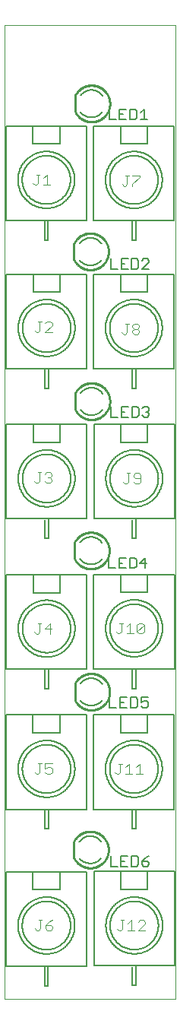
<source format=gto>
G75*
%MOIN*%
%OFA0B0*%
%FSLAX25Y25*%
%IPPOS*%
%LPD*%
%AMOC8*
5,1,8,0,0,1.08239X$1,22.5*
%
%ADD10C,0.00394*%
%ADD11C,0.01000*%
%ADD12C,0.00500*%
%ADD13C,0.00400*%
%ADD14C,0.00600*%
D10*
X0005537Y0005537D02*
X0005537Y0432702D01*
X0080537Y0432702D01*
X0080537Y0005537D01*
X0005537Y0005537D01*
D11*
X0035852Y0067348D02*
X0035852Y0074750D01*
X0038096Y0077427D02*
X0038254Y0077545D01*
X0038415Y0077660D01*
X0038579Y0077770D01*
X0038745Y0077877D01*
X0038914Y0077979D01*
X0039085Y0078077D01*
X0039259Y0078171D01*
X0039435Y0078261D01*
X0039613Y0078346D01*
X0039793Y0078427D01*
X0039975Y0078503D01*
X0040159Y0078575D01*
X0040344Y0078643D01*
X0040532Y0078706D01*
X0040720Y0078764D01*
X0040910Y0078817D01*
X0041102Y0078866D01*
X0041294Y0078910D01*
X0041487Y0078950D01*
X0041682Y0078985D01*
X0041877Y0079014D01*
X0042073Y0079040D01*
X0042269Y0079060D01*
X0042466Y0079075D01*
X0042663Y0079086D01*
X0042860Y0079092D01*
X0043058Y0079093D01*
X0043255Y0079089D01*
X0043452Y0079080D01*
X0043649Y0079067D01*
X0043846Y0079048D01*
X0044042Y0079025D01*
X0044237Y0078997D01*
X0044432Y0078964D01*
X0044626Y0078927D01*
X0044819Y0078884D01*
X0045010Y0078837D01*
X0045201Y0078785D01*
X0045390Y0078729D01*
X0045578Y0078668D01*
X0045764Y0078602D01*
X0045949Y0078532D01*
X0046131Y0078458D01*
X0046312Y0078378D01*
X0046491Y0078295D01*
X0046668Y0078207D01*
X0046843Y0078115D01*
X0047015Y0078018D01*
X0047185Y0077918D01*
X0047352Y0077813D01*
X0047517Y0077704D01*
X0047679Y0077591D01*
X0047838Y0077474D01*
X0047994Y0077354D01*
X0048147Y0077229D01*
X0048297Y0077101D01*
X0048444Y0076969D01*
X0048588Y0076833D01*
X0048728Y0076695D01*
X0048865Y0076552D01*
X0048998Y0076407D01*
X0049128Y0076258D01*
X0049254Y0076106D01*
X0049376Y0075951D01*
X0049494Y0075793D01*
X0049609Y0075632D01*
X0049719Y0075468D01*
X0049826Y0075302D01*
X0049928Y0075133D01*
X0050026Y0074962D01*
X0050120Y0074788D01*
X0050210Y0074612D01*
X0050295Y0074434D01*
X0050376Y0074254D01*
X0050452Y0074072D01*
X0050524Y0073888D01*
X0050592Y0073703D01*
X0050655Y0073515D01*
X0050713Y0073327D01*
X0050766Y0073137D01*
X0050815Y0072945D01*
X0050859Y0072753D01*
X0050899Y0072560D01*
X0050934Y0072365D01*
X0050963Y0072170D01*
X0050989Y0071974D01*
X0051009Y0071778D01*
X0051024Y0071581D01*
X0051035Y0071384D01*
X0051041Y0071187D01*
X0051042Y0070989D01*
X0051038Y0070792D01*
X0051029Y0070595D01*
X0051016Y0070398D01*
X0050997Y0070201D01*
X0050974Y0070005D01*
X0050946Y0069810D01*
X0050913Y0069615D01*
X0050876Y0069421D01*
X0050833Y0069228D01*
X0050786Y0069037D01*
X0050734Y0068846D01*
X0050678Y0068657D01*
X0050617Y0068469D01*
X0050551Y0068283D01*
X0050481Y0068098D01*
X0050407Y0067916D01*
X0050327Y0067735D01*
X0050244Y0067556D01*
X0050156Y0067379D01*
X0050064Y0067204D01*
X0049967Y0067032D01*
X0049867Y0066862D01*
X0049762Y0066695D01*
X0049653Y0066530D01*
X0049540Y0066368D01*
X0049423Y0066209D01*
X0049303Y0066053D01*
X0049178Y0065900D01*
X0049050Y0065750D01*
X0048918Y0065603D01*
X0048782Y0065459D01*
X0048644Y0065319D01*
X0048501Y0065182D01*
X0048356Y0065049D01*
X0048207Y0064919D01*
X0048055Y0064793D01*
X0047900Y0064671D01*
X0043054Y0079085D02*
X0042862Y0079083D01*
X0042670Y0079076D01*
X0042478Y0079064D01*
X0042286Y0079048D01*
X0042095Y0079027D01*
X0041905Y0079002D01*
X0041715Y0078972D01*
X0041526Y0078938D01*
X0041338Y0078899D01*
X0041151Y0078855D01*
X0040965Y0078807D01*
X0040780Y0078755D01*
X0040596Y0078698D01*
X0040414Y0078637D01*
X0040234Y0078571D01*
X0040055Y0078501D01*
X0039877Y0078427D01*
X0039702Y0078349D01*
X0039528Y0078266D01*
X0039357Y0078179D01*
X0039188Y0078089D01*
X0039021Y0077994D01*
X0038856Y0077895D01*
X0038693Y0077792D01*
X0038534Y0077685D01*
X0038376Y0077575D01*
X0038222Y0077461D01*
X0038070Y0077343D01*
X0037921Y0077221D01*
X0037775Y0077096D01*
X0037633Y0076968D01*
X0037493Y0076836D01*
X0037356Y0076701D01*
X0037223Y0076562D01*
X0037093Y0076421D01*
X0036967Y0076276D01*
X0036844Y0076128D01*
X0036725Y0075978D01*
X0036609Y0075824D01*
X0036497Y0075668D01*
X0036389Y0075509D01*
X0036284Y0075348D01*
X0036184Y0075184D01*
X0036088Y0075018D01*
X0035995Y0074850D01*
X0036107Y0067116D02*
X0036206Y0066947D01*
X0036310Y0066781D01*
X0036417Y0066617D01*
X0036528Y0066456D01*
X0036643Y0066298D01*
X0036762Y0066143D01*
X0036885Y0065990D01*
X0037011Y0065841D01*
X0037141Y0065695D01*
X0037275Y0065552D01*
X0037412Y0065412D01*
X0037552Y0065276D01*
X0037696Y0065143D01*
X0037843Y0065014D01*
X0037993Y0064888D01*
X0038146Y0064767D01*
X0038302Y0064648D01*
X0038461Y0064534D01*
X0038622Y0064424D01*
X0038787Y0064318D01*
X0038953Y0064215D01*
X0039123Y0064117D01*
X0039294Y0064023D01*
X0039468Y0063933D01*
X0039644Y0063848D01*
X0039822Y0063766D01*
X0040002Y0063690D01*
X0040184Y0063617D01*
X0040367Y0063549D01*
X0040552Y0063486D01*
X0040739Y0063427D01*
X0040927Y0063373D01*
X0041116Y0063323D01*
X0041306Y0063278D01*
X0041498Y0063238D01*
X0041690Y0063202D01*
X0041883Y0063171D01*
X0042077Y0063145D01*
X0042272Y0063123D01*
X0042467Y0063107D01*
X0042662Y0063095D01*
X0042858Y0063087D01*
X0043053Y0063085D01*
X0043246Y0063087D01*
X0043439Y0063094D01*
X0043631Y0063106D01*
X0043824Y0063122D01*
X0044016Y0063143D01*
X0044207Y0063169D01*
X0044397Y0063199D01*
X0044587Y0063234D01*
X0044776Y0063273D01*
X0044964Y0063317D01*
X0045151Y0063365D01*
X0045337Y0063418D01*
X0045521Y0063475D01*
X0045704Y0063537D01*
X0045885Y0063603D01*
X0046065Y0063674D01*
X0046243Y0063748D01*
X0046419Y0063827D01*
X0046593Y0063911D01*
X0046765Y0063998D01*
X0046935Y0064090D01*
X0047102Y0064186D01*
X0047268Y0064285D01*
X0047431Y0064389D01*
X0047591Y0064496D01*
X0047748Y0064608D01*
X0047903Y0064723D01*
X0048055Y0064842D01*
X0048204Y0064964D01*
X0048351Y0065090D01*
X0048494Y0065220D01*
X0048634Y0065353D01*
X0048770Y0065489D01*
X0048904Y0065629D01*
X0049033Y0065771D01*
X0049160Y0065917D01*
X0049199Y0076207D02*
X0049072Y0076355D01*
X0048942Y0076500D01*
X0048809Y0076641D01*
X0048672Y0076780D01*
X0048532Y0076915D01*
X0048388Y0077046D01*
X0048241Y0077174D01*
X0048092Y0077299D01*
X0047939Y0077420D01*
X0047784Y0077537D01*
X0047625Y0077650D01*
X0047464Y0077759D01*
X0047300Y0077864D01*
X0047134Y0077966D01*
X0046965Y0078063D01*
X0046795Y0078156D01*
X0046621Y0078245D01*
X0046446Y0078330D01*
X0046269Y0078410D01*
X0046090Y0078486D01*
X0045909Y0078558D01*
X0045726Y0078625D01*
X0045542Y0078688D01*
X0045356Y0078746D01*
X0045169Y0078800D01*
X0044981Y0078849D01*
X0044791Y0078894D01*
X0044601Y0078934D01*
X0044409Y0078969D01*
X0044217Y0079000D01*
X0044024Y0079026D01*
X0043830Y0079047D01*
X0043636Y0079064D01*
X0043442Y0079076D01*
X0043248Y0079083D01*
X0043053Y0079085D01*
X0036364Y0136561D02*
X0036364Y0143962D01*
X0036497Y0136328D02*
X0036596Y0136159D01*
X0036700Y0135993D01*
X0036807Y0135829D01*
X0036918Y0135668D01*
X0037033Y0135510D01*
X0037152Y0135355D01*
X0037275Y0135202D01*
X0037401Y0135053D01*
X0037531Y0134907D01*
X0037665Y0134764D01*
X0037802Y0134624D01*
X0037942Y0134488D01*
X0038086Y0134355D01*
X0038233Y0134226D01*
X0038383Y0134100D01*
X0038536Y0133979D01*
X0038692Y0133860D01*
X0038851Y0133746D01*
X0039012Y0133636D01*
X0039177Y0133530D01*
X0039343Y0133427D01*
X0039513Y0133329D01*
X0039684Y0133235D01*
X0039858Y0133145D01*
X0040034Y0133060D01*
X0040212Y0132978D01*
X0040392Y0132902D01*
X0040574Y0132829D01*
X0040757Y0132761D01*
X0040942Y0132698D01*
X0041129Y0132639D01*
X0041317Y0132585D01*
X0041506Y0132535D01*
X0041696Y0132490D01*
X0041888Y0132450D01*
X0042080Y0132414D01*
X0042273Y0132383D01*
X0042467Y0132357D01*
X0042662Y0132335D01*
X0042857Y0132319D01*
X0043052Y0132307D01*
X0043248Y0132299D01*
X0043443Y0132297D01*
X0048411Y0133883D02*
X0048566Y0134005D01*
X0048718Y0134131D01*
X0048867Y0134261D01*
X0049012Y0134394D01*
X0049155Y0134531D01*
X0049293Y0134671D01*
X0049429Y0134815D01*
X0049561Y0134962D01*
X0049689Y0135112D01*
X0049814Y0135265D01*
X0049934Y0135421D01*
X0050051Y0135580D01*
X0050164Y0135742D01*
X0050273Y0135907D01*
X0050378Y0136074D01*
X0050478Y0136244D01*
X0050575Y0136416D01*
X0050667Y0136591D01*
X0050755Y0136768D01*
X0050838Y0136947D01*
X0050918Y0137128D01*
X0050992Y0137310D01*
X0051062Y0137495D01*
X0051128Y0137681D01*
X0051189Y0137869D01*
X0051245Y0138058D01*
X0051297Y0138249D01*
X0051344Y0138440D01*
X0051387Y0138633D01*
X0051424Y0138827D01*
X0051457Y0139022D01*
X0051485Y0139217D01*
X0051508Y0139413D01*
X0051527Y0139610D01*
X0051540Y0139807D01*
X0051549Y0140004D01*
X0051553Y0140201D01*
X0051552Y0140399D01*
X0051546Y0140596D01*
X0051535Y0140793D01*
X0051520Y0140990D01*
X0051500Y0141186D01*
X0051474Y0141382D01*
X0051445Y0141577D01*
X0051410Y0141772D01*
X0051370Y0141965D01*
X0051326Y0142157D01*
X0051277Y0142349D01*
X0051224Y0142539D01*
X0051166Y0142727D01*
X0051103Y0142915D01*
X0051035Y0143100D01*
X0050963Y0143284D01*
X0050887Y0143466D01*
X0050806Y0143646D01*
X0050721Y0143824D01*
X0050631Y0144000D01*
X0050537Y0144174D01*
X0050439Y0144345D01*
X0050337Y0144514D01*
X0050230Y0144680D01*
X0050120Y0144844D01*
X0050005Y0145005D01*
X0049887Y0145163D01*
X0049765Y0145318D01*
X0049639Y0145470D01*
X0049509Y0145619D01*
X0049376Y0145764D01*
X0049239Y0145907D01*
X0049099Y0146045D01*
X0048955Y0146181D01*
X0048808Y0146313D01*
X0048658Y0146441D01*
X0048505Y0146566D01*
X0048349Y0146686D01*
X0048190Y0146803D01*
X0048028Y0146916D01*
X0047863Y0147025D01*
X0047696Y0147130D01*
X0047526Y0147230D01*
X0047354Y0147327D01*
X0047179Y0147419D01*
X0047002Y0147507D01*
X0046823Y0147590D01*
X0046642Y0147670D01*
X0046460Y0147744D01*
X0046275Y0147814D01*
X0046089Y0147880D01*
X0045901Y0147941D01*
X0045712Y0147997D01*
X0045521Y0148049D01*
X0045330Y0148096D01*
X0045137Y0148139D01*
X0044943Y0148176D01*
X0044748Y0148209D01*
X0044553Y0148237D01*
X0044357Y0148260D01*
X0044160Y0148279D01*
X0043963Y0148292D01*
X0043766Y0148301D01*
X0043569Y0148305D01*
X0043371Y0148304D01*
X0043174Y0148298D01*
X0042977Y0148287D01*
X0042780Y0148272D01*
X0042584Y0148252D01*
X0042388Y0148226D01*
X0042193Y0148197D01*
X0041998Y0148162D01*
X0041805Y0148122D01*
X0041613Y0148078D01*
X0041421Y0148029D01*
X0041231Y0147976D01*
X0041043Y0147918D01*
X0040855Y0147855D01*
X0040670Y0147787D01*
X0040486Y0147715D01*
X0040304Y0147639D01*
X0040124Y0147558D01*
X0039946Y0147473D01*
X0039770Y0147383D01*
X0039596Y0147289D01*
X0039425Y0147191D01*
X0039256Y0147089D01*
X0039090Y0146982D01*
X0038926Y0146872D01*
X0038765Y0146757D01*
X0038607Y0146639D01*
X0043443Y0148297D02*
X0043638Y0148295D01*
X0043832Y0148288D01*
X0044026Y0148276D01*
X0044220Y0148259D01*
X0044414Y0148238D01*
X0044607Y0148212D01*
X0044799Y0148181D01*
X0044991Y0148146D01*
X0045181Y0148106D01*
X0045371Y0148061D01*
X0045559Y0148012D01*
X0045746Y0147958D01*
X0045932Y0147900D01*
X0046116Y0147837D01*
X0046299Y0147770D01*
X0046480Y0147698D01*
X0046659Y0147622D01*
X0046836Y0147542D01*
X0047011Y0147457D01*
X0047185Y0147368D01*
X0047355Y0147275D01*
X0047524Y0147178D01*
X0047690Y0147076D01*
X0047854Y0146971D01*
X0048015Y0146862D01*
X0048174Y0146749D01*
X0048329Y0146632D01*
X0048482Y0146511D01*
X0048631Y0146386D01*
X0048778Y0146258D01*
X0048922Y0146127D01*
X0049062Y0145992D01*
X0049199Y0145853D01*
X0049332Y0145712D01*
X0049462Y0145567D01*
X0049589Y0145419D01*
X0043443Y0148297D02*
X0043251Y0148295D01*
X0043059Y0148288D01*
X0042867Y0148276D01*
X0042675Y0148260D01*
X0042484Y0148239D01*
X0042294Y0148214D01*
X0042104Y0148184D01*
X0041915Y0148150D01*
X0041727Y0148111D01*
X0041540Y0148067D01*
X0041354Y0148019D01*
X0041169Y0147967D01*
X0040985Y0147910D01*
X0040803Y0147849D01*
X0040623Y0147783D01*
X0040444Y0147713D01*
X0040266Y0147639D01*
X0040091Y0147561D01*
X0039917Y0147478D01*
X0039746Y0147391D01*
X0039577Y0147301D01*
X0039410Y0147206D01*
X0039245Y0147107D01*
X0039082Y0147004D01*
X0038923Y0146897D01*
X0038765Y0146787D01*
X0038611Y0146673D01*
X0038459Y0146555D01*
X0038310Y0146433D01*
X0038164Y0146308D01*
X0038022Y0146180D01*
X0037882Y0146048D01*
X0037745Y0145913D01*
X0037612Y0145774D01*
X0037482Y0145633D01*
X0037356Y0145488D01*
X0037233Y0145340D01*
X0037114Y0145190D01*
X0036998Y0145036D01*
X0036886Y0144880D01*
X0036778Y0144721D01*
X0036673Y0144560D01*
X0036573Y0144396D01*
X0036477Y0144230D01*
X0036384Y0144062D01*
X0043443Y0132297D02*
X0043636Y0132299D01*
X0043829Y0132306D01*
X0044021Y0132318D01*
X0044214Y0132334D01*
X0044406Y0132355D01*
X0044597Y0132381D01*
X0044787Y0132411D01*
X0044977Y0132446D01*
X0045166Y0132485D01*
X0045354Y0132529D01*
X0045541Y0132577D01*
X0045727Y0132630D01*
X0045911Y0132687D01*
X0046094Y0132749D01*
X0046275Y0132815D01*
X0046455Y0132886D01*
X0046633Y0132960D01*
X0046809Y0133039D01*
X0046983Y0133123D01*
X0047155Y0133210D01*
X0047325Y0133302D01*
X0047492Y0133398D01*
X0047658Y0133497D01*
X0047821Y0133601D01*
X0047981Y0133708D01*
X0048138Y0133820D01*
X0048293Y0133935D01*
X0048445Y0134054D01*
X0048594Y0134176D01*
X0048741Y0134302D01*
X0048884Y0134432D01*
X0049024Y0134565D01*
X0049160Y0134701D01*
X0049294Y0134841D01*
X0049423Y0134983D01*
X0049550Y0135129D01*
X0036206Y0198490D02*
X0036206Y0205891D01*
X0036398Y0198257D02*
X0036497Y0198088D01*
X0036601Y0197922D01*
X0036708Y0197758D01*
X0036819Y0197597D01*
X0036934Y0197439D01*
X0037053Y0197284D01*
X0037176Y0197131D01*
X0037302Y0196982D01*
X0037432Y0196836D01*
X0037566Y0196693D01*
X0037703Y0196553D01*
X0037843Y0196417D01*
X0037987Y0196284D01*
X0038134Y0196155D01*
X0038284Y0196029D01*
X0038437Y0195908D01*
X0038593Y0195789D01*
X0038752Y0195675D01*
X0038913Y0195565D01*
X0039078Y0195459D01*
X0039244Y0195356D01*
X0039414Y0195258D01*
X0039585Y0195164D01*
X0039759Y0195074D01*
X0039935Y0194989D01*
X0040113Y0194907D01*
X0040293Y0194831D01*
X0040475Y0194758D01*
X0040658Y0194690D01*
X0040843Y0194627D01*
X0041030Y0194568D01*
X0041218Y0194514D01*
X0041407Y0194464D01*
X0041597Y0194419D01*
X0041789Y0194379D01*
X0041981Y0194343D01*
X0042174Y0194312D01*
X0042368Y0194286D01*
X0042563Y0194264D01*
X0042758Y0194248D01*
X0042953Y0194236D01*
X0043149Y0194228D01*
X0043344Y0194226D01*
X0048254Y0195813D02*
X0048409Y0195935D01*
X0048561Y0196061D01*
X0048710Y0196191D01*
X0048855Y0196324D01*
X0048998Y0196461D01*
X0049136Y0196601D01*
X0049272Y0196745D01*
X0049404Y0196892D01*
X0049532Y0197042D01*
X0049657Y0197195D01*
X0049777Y0197351D01*
X0049894Y0197510D01*
X0050007Y0197672D01*
X0050116Y0197837D01*
X0050221Y0198004D01*
X0050321Y0198174D01*
X0050418Y0198346D01*
X0050510Y0198521D01*
X0050598Y0198698D01*
X0050681Y0198877D01*
X0050761Y0199058D01*
X0050835Y0199240D01*
X0050905Y0199425D01*
X0050971Y0199611D01*
X0051032Y0199799D01*
X0051088Y0199988D01*
X0051140Y0200179D01*
X0051187Y0200370D01*
X0051230Y0200563D01*
X0051267Y0200757D01*
X0051300Y0200952D01*
X0051328Y0201147D01*
X0051351Y0201343D01*
X0051370Y0201540D01*
X0051383Y0201737D01*
X0051392Y0201934D01*
X0051396Y0202131D01*
X0051395Y0202329D01*
X0051389Y0202526D01*
X0051378Y0202723D01*
X0051363Y0202920D01*
X0051343Y0203116D01*
X0051317Y0203312D01*
X0051288Y0203507D01*
X0051253Y0203702D01*
X0051213Y0203895D01*
X0051169Y0204087D01*
X0051120Y0204279D01*
X0051067Y0204469D01*
X0051009Y0204657D01*
X0050946Y0204845D01*
X0050878Y0205030D01*
X0050806Y0205214D01*
X0050730Y0205396D01*
X0050649Y0205576D01*
X0050564Y0205754D01*
X0050474Y0205930D01*
X0050380Y0206104D01*
X0050282Y0206275D01*
X0050180Y0206444D01*
X0050073Y0206610D01*
X0049963Y0206774D01*
X0049848Y0206935D01*
X0049730Y0207093D01*
X0049608Y0207248D01*
X0049482Y0207400D01*
X0049352Y0207549D01*
X0049219Y0207694D01*
X0049082Y0207837D01*
X0048942Y0207975D01*
X0048798Y0208111D01*
X0048651Y0208243D01*
X0048501Y0208371D01*
X0048348Y0208496D01*
X0048192Y0208616D01*
X0048033Y0208733D01*
X0047871Y0208846D01*
X0047706Y0208955D01*
X0047539Y0209060D01*
X0047369Y0209160D01*
X0047197Y0209257D01*
X0047022Y0209349D01*
X0046845Y0209437D01*
X0046666Y0209520D01*
X0046485Y0209600D01*
X0046303Y0209674D01*
X0046118Y0209744D01*
X0045932Y0209810D01*
X0045744Y0209871D01*
X0045555Y0209927D01*
X0045364Y0209979D01*
X0045173Y0210026D01*
X0044980Y0210069D01*
X0044786Y0210106D01*
X0044591Y0210139D01*
X0044396Y0210167D01*
X0044200Y0210190D01*
X0044003Y0210209D01*
X0043806Y0210222D01*
X0043609Y0210231D01*
X0043412Y0210235D01*
X0043214Y0210234D01*
X0043017Y0210228D01*
X0042820Y0210217D01*
X0042623Y0210202D01*
X0042427Y0210182D01*
X0042231Y0210156D01*
X0042036Y0210127D01*
X0041841Y0210092D01*
X0041648Y0210052D01*
X0041456Y0210008D01*
X0041264Y0209959D01*
X0041074Y0209906D01*
X0040886Y0209848D01*
X0040698Y0209785D01*
X0040513Y0209717D01*
X0040329Y0209645D01*
X0040147Y0209569D01*
X0039967Y0209488D01*
X0039789Y0209403D01*
X0039613Y0209313D01*
X0039439Y0209219D01*
X0039268Y0209121D01*
X0039099Y0209019D01*
X0038933Y0208912D01*
X0038769Y0208802D01*
X0038608Y0208687D01*
X0038450Y0208569D01*
X0043344Y0210226D02*
X0043539Y0210224D01*
X0043733Y0210217D01*
X0043927Y0210205D01*
X0044121Y0210188D01*
X0044315Y0210167D01*
X0044508Y0210141D01*
X0044700Y0210110D01*
X0044892Y0210075D01*
X0045082Y0210035D01*
X0045272Y0209990D01*
X0045460Y0209941D01*
X0045647Y0209887D01*
X0045833Y0209829D01*
X0046017Y0209766D01*
X0046200Y0209699D01*
X0046381Y0209627D01*
X0046560Y0209551D01*
X0046737Y0209471D01*
X0046912Y0209386D01*
X0047086Y0209297D01*
X0047256Y0209204D01*
X0047425Y0209107D01*
X0047591Y0209005D01*
X0047755Y0208900D01*
X0047916Y0208791D01*
X0048075Y0208678D01*
X0048230Y0208561D01*
X0048383Y0208440D01*
X0048532Y0208315D01*
X0048679Y0208187D01*
X0048823Y0208056D01*
X0048963Y0207921D01*
X0049100Y0207782D01*
X0049233Y0207641D01*
X0049363Y0207496D01*
X0049490Y0207348D01*
X0043344Y0210226D02*
X0043152Y0210224D01*
X0042960Y0210217D01*
X0042768Y0210205D01*
X0042576Y0210189D01*
X0042385Y0210168D01*
X0042195Y0210143D01*
X0042005Y0210113D01*
X0041816Y0210079D01*
X0041628Y0210040D01*
X0041441Y0209996D01*
X0041255Y0209948D01*
X0041070Y0209896D01*
X0040886Y0209839D01*
X0040704Y0209778D01*
X0040524Y0209712D01*
X0040345Y0209642D01*
X0040167Y0209568D01*
X0039992Y0209490D01*
X0039818Y0209407D01*
X0039647Y0209320D01*
X0039478Y0209230D01*
X0039311Y0209135D01*
X0039146Y0209036D01*
X0038983Y0208933D01*
X0038824Y0208826D01*
X0038666Y0208716D01*
X0038512Y0208602D01*
X0038360Y0208484D01*
X0038211Y0208362D01*
X0038065Y0208237D01*
X0037923Y0208109D01*
X0037783Y0207977D01*
X0037646Y0207842D01*
X0037513Y0207703D01*
X0037383Y0207562D01*
X0037257Y0207417D01*
X0037134Y0207269D01*
X0037015Y0207119D01*
X0036899Y0206965D01*
X0036787Y0206809D01*
X0036679Y0206650D01*
X0036574Y0206489D01*
X0036474Y0206325D01*
X0036378Y0206159D01*
X0036285Y0205991D01*
X0043344Y0194226D02*
X0043537Y0194228D01*
X0043730Y0194235D01*
X0043922Y0194247D01*
X0044115Y0194263D01*
X0044307Y0194284D01*
X0044498Y0194310D01*
X0044688Y0194340D01*
X0044878Y0194375D01*
X0045067Y0194414D01*
X0045255Y0194458D01*
X0045442Y0194506D01*
X0045628Y0194559D01*
X0045812Y0194616D01*
X0045995Y0194678D01*
X0046176Y0194744D01*
X0046356Y0194815D01*
X0046534Y0194889D01*
X0046710Y0194968D01*
X0046884Y0195052D01*
X0047056Y0195139D01*
X0047226Y0195231D01*
X0047393Y0195327D01*
X0047559Y0195426D01*
X0047722Y0195530D01*
X0047882Y0195637D01*
X0048039Y0195749D01*
X0048194Y0195864D01*
X0048346Y0195983D01*
X0048495Y0196105D01*
X0048642Y0196231D01*
X0048785Y0196361D01*
X0048925Y0196494D01*
X0049061Y0196630D01*
X0049195Y0196770D01*
X0049324Y0196912D01*
X0049451Y0197058D01*
X0036600Y0263883D02*
X0036600Y0271285D01*
X0036634Y0263683D02*
X0036733Y0263514D01*
X0036837Y0263348D01*
X0036944Y0263184D01*
X0037055Y0263023D01*
X0037170Y0262865D01*
X0037289Y0262710D01*
X0037412Y0262557D01*
X0037538Y0262408D01*
X0037668Y0262262D01*
X0037802Y0262119D01*
X0037939Y0261979D01*
X0038079Y0261843D01*
X0038223Y0261710D01*
X0038370Y0261581D01*
X0038520Y0261455D01*
X0038673Y0261334D01*
X0038829Y0261215D01*
X0038988Y0261101D01*
X0039149Y0260991D01*
X0039314Y0260885D01*
X0039480Y0260782D01*
X0039650Y0260684D01*
X0039821Y0260590D01*
X0039995Y0260500D01*
X0040171Y0260415D01*
X0040349Y0260333D01*
X0040529Y0260257D01*
X0040711Y0260184D01*
X0040894Y0260116D01*
X0041079Y0260053D01*
X0041266Y0259994D01*
X0041454Y0259940D01*
X0041643Y0259890D01*
X0041833Y0259845D01*
X0042025Y0259805D01*
X0042217Y0259769D01*
X0042410Y0259738D01*
X0042604Y0259712D01*
X0042799Y0259690D01*
X0042994Y0259674D01*
X0043189Y0259662D01*
X0043385Y0259654D01*
X0043580Y0259652D01*
X0036522Y0271417D02*
X0036615Y0271585D01*
X0036711Y0271751D01*
X0036811Y0271915D01*
X0036916Y0272076D01*
X0037024Y0272235D01*
X0037136Y0272391D01*
X0037252Y0272545D01*
X0037371Y0272695D01*
X0037494Y0272843D01*
X0037620Y0272988D01*
X0037750Y0273129D01*
X0037883Y0273268D01*
X0038020Y0273403D01*
X0038160Y0273535D01*
X0038302Y0273663D01*
X0038448Y0273788D01*
X0038597Y0273910D01*
X0038749Y0274028D01*
X0038903Y0274142D01*
X0039061Y0274252D01*
X0039220Y0274359D01*
X0039383Y0274462D01*
X0039548Y0274561D01*
X0039715Y0274656D01*
X0039884Y0274746D01*
X0040055Y0274833D01*
X0040229Y0274916D01*
X0040404Y0274994D01*
X0040582Y0275068D01*
X0040761Y0275138D01*
X0040941Y0275204D01*
X0041123Y0275265D01*
X0041307Y0275322D01*
X0041492Y0275374D01*
X0041678Y0275422D01*
X0041865Y0275466D01*
X0042053Y0275505D01*
X0042242Y0275539D01*
X0042432Y0275569D01*
X0042622Y0275594D01*
X0042813Y0275615D01*
X0043005Y0275631D01*
X0043197Y0275643D01*
X0043389Y0275650D01*
X0043581Y0275652D01*
X0038726Y0274080D02*
X0038884Y0274198D01*
X0039045Y0274313D01*
X0039209Y0274423D01*
X0039375Y0274530D01*
X0039544Y0274632D01*
X0039715Y0274730D01*
X0039889Y0274824D01*
X0040065Y0274914D01*
X0040243Y0274999D01*
X0040423Y0275080D01*
X0040605Y0275156D01*
X0040789Y0275228D01*
X0040974Y0275296D01*
X0041162Y0275359D01*
X0041350Y0275417D01*
X0041540Y0275470D01*
X0041732Y0275519D01*
X0041924Y0275563D01*
X0042117Y0275603D01*
X0042312Y0275638D01*
X0042507Y0275667D01*
X0042703Y0275693D01*
X0042899Y0275713D01*
X0043096Y0275728D01*
X0043293Y0275739D01*
X0043490Y0275745D01*
X0043688Y0275746D01*
X0043885Y0275742D01*
X0044082Y0275733D01*
X0044279Y0275720D01*
X0044476Y0275701D01*
X0044672Y0275678D01*
X0044867Y0275650D01*
X0045062Y0275617D01*
X0045256Y0275580D01*
X0045449Y0275537D01*
X0045640Y0275490D01*
X0045831Y0275438D01*
X0046020Y0275382D01*
X0046208Y0275321D01*
X0046394Y0275255D01*
X0046579Y0275185D01*
X0046761Y0275111D01*
X0046942Y0275031D01*
X0047121Y0274948D01*
X0047298Y0274860D01*
X0047473Y0274768D01*
X0047645Y0274671D01*
X0047815Y0274571D01*
X0047982Y0274466D01*
X0048147Y0274357D01*
X0048309Y0274244D01*
X0048468Y0274127D01*
X0048624Y0274007D01*
X0048777Y0273882D01*
X0048927Y0273754D01*
X0049074Y0273622D01*
X0049218Y0273486D01*
X0049358Y0273348D01*
X0049495Y0273205D01*
X0049628Y0273060D01*
X0049758Y0272911D01*
X0049884Y0272759D01*
X0050006Y0272604D01*
X0050124Y0272446D01*
X0050239Y0272285D01*
X0050349Y0272121D01*
X0050456Y0271955D01*
X0050558Y0271786D01*
X0050656Y0271615D01*
X0050750Y0271441D01*
X0050840Y0271265D01*
X0050925Y0271087D01*
X0051006Y0270907D01*
X0051082Y0270725D01*
X0051154Y0270541D01*
X0051222Y0270356D01*
X0051285Y0270168D01*
X0051343Y0269980D01*
X0051396Y0269790D01*
X0051445Y0269598D01*
X0051489Y0269406D01*
X0051529Y0269213D01*
X0051564Y0269018D01*
X0051593Y0268823D01*
X0051619Y0268627D01*
X0051639Y0268431D01*
X0051654Y0268234D01*
X0051665Y0268037D01*
X0051671Y0267840D01*
X0051672Y0267642D01*
X0051668Y0267445D01*
X0051659Y0267248D01*
X0051646Y0267051D01*
X0051627Y0266854D01*
X0051604Y0266658D01*
X0051576Y0266463D01*
X0051543Y0266268D01*
X0051506Y0266074D01*
X0051463Y0265881D01*
X0051416Y0265690D01*
X0051364Y0265499D01*
X0051308Y0265310D01*
X0051247Y0265122D01*
X0051181Y0264936D01*
X0051111Y0264751D01*
X0051037Y0264569D01*
X0050957Y0264388D01*
X0050874Y0264209D01*
X0050786Y0264032D01*
X0050694Y0263857D01*
X0050597Y0263685D01*
X0050497Y0263515D01*
X0050392Y0263348D01*
X0050283Y0263183D01*
X0050170Y0263021D01*
X0050053Y0262862D01*
X0049933Y0262706D01*
X0049808Y0262553D01*
X0049680Y0262403D01*
X0049548Y0262256D01*
X0049412Y0262112D01*
X0049274Y0261972D01*
X0049131Y0261835D01*
X0048986Y0261702D01*
X0048837Y0261572D01*
X0048685Y0261446D01*
X0048530Y0261324D01*
X0049688Y0262484D02*
X0049561Y0262338D01*
X0049432Y0262196D01*
X0049298Y0262056D01*
X0049162Y0261920D01*
X0049022Y0261787D01*
X0048879Y0261657D01*
X0048732Y0261531D01*
X0048583Y0261409D01*
X0048431Y0261290D01*
X0048276Y0261175D01*
X0048119Y0261063D01*
X0047959Y0260956D01*
X0047796Y0260852D01*
X0047630Y0260753D01*
X0047463Y0260657D01*
X0047293Y0260565D01*
X0047121Y0260478D01*
X0046947Y0260394D01*
X0046771Y0260315D01*
X0046593Y0260241D01*
X0046413Y0260170D01*
X0046232Y0260104D01*
X0046049Y0260042D01*
X0045865Y0259985D01*
X0045679Y0259932D01*
X0045492Y0259884D01*
X0045304Y0259840D01*
X0045115Y0259801D01*
X0044925Y0259766D01*
X0044735Y0259736D01*
X0044544Y0259710D01*
X0044352Y0259689D01*
X0044159Y0259673D01*
X0043967Y0259661D01*
X0043774Y0259654D01*
X0043581Y0259652D01*
X0049727Y0272774D02*
X0049600Y0272922D01*
X0049470Y0273067D01*
X0049337Y0273208D01*
X0049200Y0273347D01*
X0049060Y0273482D01*
X0048916Y0273613D01*
X0048769Y0273741D01*
X0048620Y0273866D01*
X0048467Y0273987D01*
X0048312Y0274104D01*
X0048153Y0274217D01*
X0047992Y0274326D01*
X0047828Y0274431D01*
X0047662Y0274533D01*
X0047493Y0274630D01*
X0047323Y0274723D01*
X0047149Y0274812D01*
X0046974Y0274897D01*
X0046797Y0274977D01*
X0046618Y0275053D01*
X0046437Y0275125D01*
X0046254Y0275192D01*
X0046070Y0275255D01*
X0045884Y0275313D01*
X0045697Y0275367D01*
X0045509Y0275416D01*
X0045319Y0275461D01*
X0045129Y0275501D01*
X0044937Y0275536D01*
X0044745Y0275567D01*
X0044552Y0275593D01*
X0044358Y0275614D01*
X0044164Y0275631D01*
X0043970Y0275643D01*
X0043776Y0275650D01*
X0043581Y0275652D01*
X0035891Y0329631D02*
X0035891Y0337033D01*
X0038135Y0339710D02*
X0038293Y0339828D01*
X0038454Y0339943D01*
X0038618Y0340053D01*
X0038784Y0340160D01*
X0038953Y0340262D01*
X0039124Y0340360D01*
X0039298Y0340454D01*
X0039474Y0340544D01*
X0039652Y0340629D01*
X0039832Y0340710D01*
X0040014Y0340786D01*
X0040198Y0340858D01*
X0040383Y0340926D01*
X0040571Y0340989D01*
X0040759Y0341047D01*
X0040949Y0341100D01*
X0041141Y0341149D01*
X0041333Y0341193D01*
X0041526Y0341233D01*
X0041721Y0341268D01*
X0041916Y0341297D01*
X0042112Y0341323D01*
X0042308Y0341343D01*
X0042505Y0341358D01*
X0042702Y0341369D01*
X0042899Y0341375D01*
X0043097Y0341376D01*
X0043294Y0341372D01*
X0043491Y0341363D01*
X0043688Y0341350D01*
X0043885Y0341331D01*
X0044081Y0341308D01*
X0044276Y0341280D01*
X0044471Y0341247D01*
X0044665Y0341210D01*
X0044858Y0341167D01*
X0045049Y0341120D01*
X0045240Y0341068D01*
X0045429Y0341012D01*
X0045617Y0340951D01*
X0045803Y0340885D01*
X0045988Y0340815D01*
X0046170Y0340741D01*
X0046351Y0340661D01*
X0046530Y0340578D01*
X0046707Y0340490D01*
X0046882Y0340398D01*
X0047054Y0340301D01*
X0047224Y0340201D01*
X0047391Y0340096D01*
X0047556Y0339987D01*
X0047718Y0339874D01*
X0047877Y0339757D01*
X0048033Y0339637D01*
X0048186Y0339512D01*
X0048336Y0339384D01*
X0048483Y0339252D01*
X0048627Y0339116D01*
X0048767Y0338978D01*
X0048904Y0338835D01*
X0049037Y0338690D01*
X0049167Y0338541D01*
X0049293Y0338389D01*
X0049415Y0338234D01*
X0049533Y0338076D01*
X0049648Y0337915D01*
X0049758Y0337751D01*
X0049865Y0337585D01*
X0049967Y0337416D01*
X0050065Y0337245D01*
X0050159Y0337071D01*
X0050249Y0336895D01*
X0050334Y0336717D01*
X0050415Y0336537D01*
X0050491Y0336355D01*
X0050563Y0336171D01*
X0050631Y0335986D01*
X0050694Y0335798D01*
X0050752Y0335610D01*
X0050805Y0335420D01*
X0050854Y0335228D01*
X0050898Y0335036D01*
X0050938Y0334843D01*
X0050973Y0334648D01*
X0051002Y0334453D01*
X0051028Y0334257D01*
X0051048Y0334061D01*
X0051063Y0333864D01*
X0051074Y0333667D01*
X0051080Y0333470D01*
X0051081Y0333272D01*
X0051077Y0333075D01*
X0051068Y0332878D01*
X0051055Y0332681D01*
X0051036Y0332484D01*
X0051013Y0332288D01*
X0050985Y0332093D01*
X0050952Y0331898D01*
X0050915Y0331704D01*
X0050872Y0331511D01*
X0050825Y0331320D01*
X0050773Y0331129D01*
X0050717Y0330940D01*
X0050656Y0330752D01*
X0050590Y0330566D01*
X0050520Y0330381D01*
X0050446Y0330199D01*
X0050366Y0330018D01*
X0050283Y0329839D01*
X0050195Y0329662D01*
X0050103Y0329487D01*
X0050006Y0329315D01*
X0049906Y0329145D01*
X0049801Y0328978D01*
X0049692Y0328813D01*
X0049579Y0328651D01*
X0049462Y0328492D01*
X0049342Y0328336D01*
X0049217Y0328183D01*
X0049089Y0328033D01*
X0048957Y0327886D01*
X0048821Y0327742D01*
X0048683Y0327602D01*
X0048540Y0327465D01*
X0048395Y0327332D01*
X0048246Y0327202D01*
X0048094Y0327076D01*
X0047939Y0326954D01*
X0043107Y0341350D02*
X0042915Y0341348D01*
X0042723Y0341341D01*
X0042531Y0341329D01*
X0042339Y0341313D01*
X0042148Y0341292D01*
X0041958Y0341267D01*
X0041768Y0341237D01*
X0041579Y0341203D01*
X0041391Y0341164D01*
X0041204Y0341120D01*
X0041018Y0341072D01*
X0040833Y0341020D01*
X0040649Y0340963D01*
X0040467Y0340902D01*
X0040287Y0340836D01*
X0040108Y0340766D01*
X0039930Y0340692D01*
X0039755Y0340614D01*
X0039581Y0340531D01*
X0039410Y0340444D01*
X0039241Y0340354D01*
X0039074Y0340259D01*
X0038909Y0340160D01*
X0038746Y0340057D01*
X0038587Y0339950D01*
X0038429Y0339840D01*
X0038275Y0339726D01*
X0038123Y0339608D01*
X0037974Y0339486D01*
X0037828Y0339361D01*
X0037686Y0339233D01*
X0037546Y0339101D01*
X0037409Y0338966D01*
X0037276Y0338827D01*
X0037146Y0338686D01*
X0037020Y0338541D01*
X0036897Y0338393D01*
X0036778Y0338243D01*
X0036662Y0338089D01*
X0036550Y0337933D01*
X0036442Y0337774D01*
X0036337Y0337613D01*
X0036237Y0337449D01*
X0036141Y0337283D01*
X0036048Y0337115D01*
X0036161Y0329381D02*
X0036260Y0329212D01*
X0036364Y0329046D01*
X0036471Y0328882D01*
X0036582Y0328721D01*
X0036697Y0328563D01*
X0036816Y0328408D01*
X0036939Y0328255D01*
X0037065Y0328106D01*
X0037195Y0327960D01*
X0037329Y0327817D01*
X0037466Y0327677D01*
X0037606Y0327541D01*
X0037750Y0327408D01*
X0037897Y0327279D01*
X0038047Y0327153D01*
X0038200Y0327032D01*
X0038356Y0326913D01*
X0038515Y0326799D01*
X0038676Y0326689D01*
X0038841Y0326583D01*
X0039007Y0326480D01*
X0039177Y0326382D01*
X0039348Y0326288D01*
X0039522Y0326198D01*
X0039698Y0326113D01*
X0039876Y0326031D01*
X0040056Y0325955D01*
X0040238Y0325882D01*
X0040421Y0325814D01*
X0040606Y0325751D01*
X0040793Y0325692D01*
X0040981Y0325638D01*
X0041170Y0325588D01*
X0041360Y0325543D01*
X0041552Y0325503D01*
X0041744Y0325467D01*
X0041937Y0325436D01*
X0042131Y0325410D01*
X0042326Y0325388D01*
X0042521Y0325372D01*
X0042716Y0325360D01*
X0042912Y0325352D01*
X0043107Y0325350D01*
X0043300Y0325352D01*
X0043493Y0325359D01*
X0043685Y0325371D01*
X0043878Y0325387D01*
X0044070Y0325408D01*
X0044261Y0325434D01*
X0044451Y0325464D01*
X0044641Y0325499D01*
X0044830Y0325538D01*
X0045018Y0325582D01*
X0045205Y0325630D01*
X0045391Y0325683D01*
X0045575Y0325740D01*
X0045758Y0325802D01*
X0045939Y0325868D01*
X0046119Y0325939D01*
X0046297Y0326013D01*
X0046473Y0326092D01*
X0046647Y0326176D01*
X0046819Y0326263D01*
X0046989Y0326355D01*
X0047156Y0326451D01*
X0047322Y0326550D01*
X0047485Y0326654D01*
X0047645Y0326761D01*
X0047802Y0326873D01*
X0047957Y0326988D01*
X0048109Y0327107D01*
X0048258Y0327229D01*
X0048405Y0327355D01*
X0048548Y0327485D01*
X0048688Y0327618D01*
X0048824Y0327754D01*
X0048958Y0327894D01*
X0049087Y0328036D01*
X0049214Y0328182D01*
X0049253Y0338472D02*
X0049126Y0338620D01*
X0048996Y0338765D01*
X0048863Y0338906D01*
X0048726Y0339045D01*
X0048586Y0339180D01*
X0048442Y0339311D01*
X0048295Y0339439D01*
X0048146Y0339564D01*
X0047993Y0339685D01*
X0047838Y0339802D01*
X0047679Y0339915D01*
X0047518Y0340024D01*
X0047354Y0340129D01*
X0047188Y0340231D01*
X0047019Y0340328D01*
X0046849Y0340421D01*
X0046675Y0340510D01*
X0046500Y0340595D01*
X0046323Y0340675D01*
X0046144Y0340751D01*
X0045963Y0340823D01*
X0045780Y0340890D01*
X0045596Y0340953D01*
X0045410Y0341011D01*
X0045223Y0341065D01*
X0045035Y0341114D01*
X0044845Y0341159D01*
X0044655Y0341199D01*
X0044463Y0341234D01*
X0044271Y0341265D01*
X0044078Y0341291D01*
X0043884Y0341312D01*
X0043690Y0341329D01*
X0043496Y0341341D01*
X0043302Y0341348D01*
X0043107Y0341350D01*
X0036482Y0394513D02*
X0036482Y0401915D01*
X0036635Y0394249D02*
X0036734Y0394080D01*
X0036838Y0393914D01*
X0036945Y0393750D01*
X0037056Y0393589D01*
X0037171Y0393431D01*
X0037290Y0393276D01*
X0037413Y0393123D01*
X0037539Y0392974D01*
X0037669Y0392828D01*
X0037803Y0392685D01*
X0037940Y0392545D01*
X0038080Y0392409D01*
X0038224Y0392276D01*
X0038371Y0392147D01*
X0038521Y0392021D01*
X0038674Y0391900D01*
X0038830Y0391781D01*
X0038989Y0391667D01*
X0039150Y0391557D01*
X0039315Y0391451D01*
X0039481Y0391348D01*
X0039651Y0391250D01*
X0039822Y0391156D01*
X0039996Y0391066D01*
X0040172Y0390981D01*
X0040350Y0390899D01*
X0040530Y0390823D01*
X0040712Y0390750D01*
X0040895Y0390682D01*
X0041080Y0390619D01*
X0041267Y0390560D01*
X0041455Y0390506D01*
X0041644Y0390456D01*
X0041834Y0390411D01*
X0042026Y0390371D01*
X0042218Y0390335D01*
X0042411Y0390304D01*
X0042605Y0390278D01*
X0042800Y0390256D01*
X0042995Y0390240D01*
X0043190Y0390228D01*
X0043386Y0390220D01*
X0043581Y0390218D01*
X0048530Y0391836D02*
X0048685Y0391958D01*
X0048837Y0392084D01*
X0048986Y0392214D01*
X0049131Y0392347D01*
X0049274Y0392484D01*
X0049412Y0392624D01*
X0049548Y0392768D01*
X0049680Y0392915D01*
X0049808Y0393065D01*
X0049933Y0393218D01*
X0050053Y0393374D01*
X0050170Y0393533D01*
X0050283Y0393695D01*
X0050392Y0393860D01*
X0050497Y0394027D01*
X0050597Y0394197D01*
X0050694Y0394369D01*
X0050786Y0394544D01*
X0050874Y0394721D01*
X0050957Y0394900D01*
X0051037Y0395081D01*
X0051111Y0395263D01*
X0051181Y0395448D01*
X0051247Y0395634D01*
X0051308Y0395822D01*
X0051364Y0396011D01*
X0051416Y0396202D01*
X0051463Y0396393D01*
X0051506Y0396586D01*
X0051543Y0396780D01*
X0051576Y0396975D01*
X0051604Y0397170D01*
X0051627Y0397366D01*
X0051646Y0397563D01*
X0051659Y0397760D01*
X0051668Y0397957D01*
X0051672Y0398154D01*
X0051671Y0398352D01*
X0051665Y0398549D01*
X0051654Y0398746D01*
X0051639Y0398943D01*
X0051619Y0399139D01*
X0051593Y0399335D01*
X0051564Y0399530D01*
X0051529Y0399725D01*
X0051489Y0399918D01*
X0051445Y0400110D01*
X0051396Y0400302D01*
X0051343Y0400492D01*
X0051285Y0400680D01*
X0051222Y0400868D01*
X0051154Y0401053D01*
X0051082Y0401237D01*
X0051006Y0401419D01*
X0050925Y0401599D01*
X0050840Y0401777D01*
X0050750Y0401953D01*
X0050656Y0402127D01*
X0050558Y0402298D01*
X0050456Y0402467D01*
X0050349Y0402633D01*
X0050239Y0402797D01*
X0050124Y0402958D01*
X0050006Y0403116D01*
X0049884Y0403271D01*
X0049758Y0403423D01*
X0049628Y0403572D01*
X0049495Y0403717D01*
X0049358Y0403860D01*
X0049218Y0403998D01*
X0049074Y0404134D01*
X0048927Y0404266D01*
X0048777Y0404394D01*
X0048624Y0404519D01*
X0048468Y0404639D01*
X0048309Y0404756D01*
X0048147Y0404869D01*
X0047982Y0404978D01*
X0047815Y0405083D01*
X0047645Y0405183D01*
X0047473Y0405280D01*
X0047298Y0405372D01*
X0047121Y0405460D01*
X0046942Y0405543D01*
X0046761Y0405623D01*
X0046579Y0405697D01*
X0046394Y0405767D01*
X0046208Y0405833D01*
X0046020Y0405894D01*
X0045831Y0405950D01*
X0045640Y0406002D01*
X0045449Y0406049D01*
X0045256Y0406092D01*
X0045062Y0406129D01*
X0044867Y0406162D01*
X0044672Y0406190D01*
X0044476Y0406213D01*
X0044279Y0406232D01*
X0044082Y0406245D01*
X0043885Y0406254D01*
X0043688Y0406258D01*
X0043490Y0406257D01*
X0043293Y0406251D01*
X0043096Y0406240D01*
X0042899Y0406225D01*
X0042703Y0406205D01*
X0042507Y0406179D01*
X0042312Y0406150D01*
X0042117Y0406115D01*
X0041924Y0406075D01*
X0041732Y0406031D01*
X0041540Y0405982D01*
X0041350Y0405929D01*
X0041162Y0405871D01*
X0040974Y0405808D01*
X0040789Y0405740D01*
X0040605Y0405668D01*
X0040423Y0405592D01*
X0040243Y0405511D01*
X0040065Y0405426D01*
X0039889Y0405336D01*
X0039715Y0405242D01*
X0039544Y0405144D01*
X0039375Y0405042D01*
X0039209Y0404935D01*
X0039045Y0404825D01*
X0038884Y0404710D01*
X0038726Y0404592D01*
X0043581Y0406218D02*
X0043776Y0406216D01*
X0043970Y0406209D01*
X0044164Y0406197D01*
X0044358Y0406180D01*
X0044552Y0406159D01*
X0044745Y0406133D01*
X0044937Y0406102D01*
X0045129Y0406067D01*
X0045319Y0406027D01*
X0045509Y0405982D01*
X0045697Y0405933D01*
X0045884Y0405879D01*
X0046070Y0405821D01*
X0046254Y0405758D01*
X0046437Y0405691D01*
X0046618Y0405619D01*
X0046797Y0405543D01*
X0046974Y0405463D01*
X0047149Y0405378D01*
X0047323Y0405289D01*
X0047493Y0405196D01*
X0047662Y0405099D01*
X0047828Y0404997D01*
X0047992Y0404892D01*
X0048153Y0404783D01*
X0048312Y0404670D01*
X0048467Y0404553D01*
X0048620Y0404432D01*
X0048769Y0404307D01*
X0048916Y0404179D01*
X0049060Y0404048D01*
X0049200Y0403913D01*
X0049337Y0403774D01*
X0049470Y0403633D01*
X0049600Y0403488D01*
X0049727Y0403340D01*
X0043581Y0406218D02*
X0043389Y0406216D01*
X0043197Y0406209D01*
X0043005Y0406197D01*
X0042813Y0406181D01*
X0042622Y0406160D01*
X0042432Y0406135D01*
X0042242Y0406105D01*
X0042053Y0406071D01*
X0041865Y0406032D01*
X0041678Y0405988D01*
X0041492Y0405940D01*
X0041307Y0405888D01*
X0041123Y0405831D01*
X0040941Y0405770D01*
X0040761Y0405704D01*
X0040582Y0405634D01*
X0040404Y0405560D01*
X0040229Y0405482D01*
X0040055Y0405399D01*
X0039884Y0405312D01*
X0039715Y0405222D01*
X0039548Y0405127D01*
X0039383Y0405028D01*
X0039220Y0404925D01*
X0039061Y0404818D01*
X0038903Y0404708D01*
X0038749Y0404594D01*
X0038597Y0404476D01*
X0038448Y0404354D01*
X0038302Y0404229D01*
X0038160Y0404101D01*
X0038020Y0403969D01*
X0037883Y0403834D01*
X0037750Y0403695D01*
X0037620Y0403554D01*
X0037494Y0403409D01*
X0037371Y0403261D01*
X0037252Y0403111D01*
X0037136Y0402957D01*
X0037024Y0402801D01*
X0036916Y0402642D01*
X0036811Y0402481D01*
X0036711Y0402317D01*
X0036615Y0402151D01*
X0036522Y0401983D01*
X0043581Y0390218D02*
X0043774Y0390220D01*
X0043967Y0390227D01*
X0044159Y0390239D01*
X0044352Y0390255D01*
X0044544Y0390276D01*
X0044735Y0390302D01*
X0044925Y0390332D01*
X0045115Y0390367D01*
X0045304Y0390406D01*
X0045492Y0390450D01*
X0045679Y0390498D01*
X0045865Y0390551D01*
X0046049Y0390608D01*
X0046232Y0390670D01*
X0046413Y0390736D01*
X0046593Y0390807D01*
X0046771Y0390881D01*
X0046947Y0390960D01*
X0047121Y0391044D01*
X0047293Y0391131D01*
X0047463Y0391223D01*
X0047630Y0391319D01*
X0047796Y0391418D01*
X0047959Y0391522D01*
X0048119Y0391629D01*
X0048276Y0391741D01*
X0048431Y0391856D01*
X0048583Y0391975D01*
X0048732Y0392097D01*
X0048879Y0392223D01*
X0049022Y0392353D01*
X0049162Y0392486D01*
X0049298Y0392622D01*
X0049432Y0392762D01*
X0049561Y0392904D01*
X0049688Y0393050D01*
D12*
X0051331Y0391306D02*
X0054333Y0391306D01*
X0055935Y0391306D02*
X0058937Y0391306D01*
X0060539Y0391306D02*
X0060539Y0395810D01*
X0062791Y0395810D01*
X0063541Y0395060D01*
X0063541Y0392057D01*
X0062791Y0391306D01*
X0060539Y0391306D01*
X0058937Y0395810D02*
X0055935Y0395810D01*
X0055935Y0391306D01*
X0055935Y0393558D02*
X0057436Y0393558D01*
X0056314Y0388412D02*
X0056314Y0380538D01*
X0068125Y0380538D01*
X0068125Y0388412D01*
X0079936Y0388412D01*
X0079936Y0347073D01*
X0063007Y0347073D01*
X0063007Y0338412D01*
X0061432Y0338412D01*
X0061432Y0346680D01*
X0063007Y0347073D02*
X0044503Y0347073D01*
X0044503Y0388412D01*
X0056314Y0388412D01*
X0068125Y0388412D01*
X0068145Y0391306D02*
X0065143Y0391306D01*
X0065143Y0394309D02*
X0066644Y0395810D01*
X0066644Y0391306D01*
X0051627Y0364790D02*
X0051630Y0365050D01*
X0051640Y0365310D01*
X0051656Y0365569D01*
X0051678Y0365828D01*
X0051707Y0366087D01*
X0051742Y0366344D01*
X0051783Y0366601D01*
X0051831Y0366857D01*
X0051884Y0367111D01*
X0051944Y0367364D01*
X0052011Y0367615D01*
X0052083Y0367865D01*
X0052162Y0368113D01*
X0052246Y0368359D01*
X0052337Y0368602D01*
X0052433Y0368844D01*
X0052536Y0369083D01*
X0052644Y0369319D01*
X0052758Y0369553D01*
X0052878Y0369784D01*
X0053003Y0370011D01*
X0053134Y0370236D01*
X0053270Y0370457D01*
X0053412Y0370675D01*
X0053559Y0370890D01*
X0053712Y0371100D01*
X0053869Y0371307D01*
X0054032Y0371510D01*
X0054199Y0371709D01*
X0054371Y0371904D01*
X0054548Y0372094D01*
X0054730Y0372280D01*
X0054916Y0372462D01*
X0055106Y0372639D01*
X0055301Y0372811D01*
X0055500Y0372978D01*
X0055703Y0373141D01*
X0055910Y0373298D01*
X0056120Y0373451D01*
X0056335Y0373598D01*
X0056553Y0373740D01*
X0056774Y0373876D01*
X0056999Y0374007D01*
X0057226Y0374132D01*
X0057457Y0374252D01*
X0057691Y0374366D01*
X0057927Y0374474D01*
X0058166Y0374577D01*
X0058408Y0374673D01*
X0058651Y0374764D01*
X0058897Y0374848D01*
X0059145Y0374927D01*
X0059395Y0374999D01*
X0059646Y0375066D01*
X0059899Y0375126D01*
X0060153Y0375179D01*
X0060409Y0375227D01*
X0060666Y0375268D01*
X0060923Y0375303D01*
X0061182Y0375332D01*
X0061441Y0375354D01*
X0061700Y0375370D01*
X0061960Y0375380D01*
X0062220Y0375383D01*
X0062480Y0375380D01*
X0062740Y0375370D01*
X0062999Y0375354D01*
X0063258Y0375332D01*
X0063517Y0375303D01*
X0063774Y0375268D01*
X0064031Y0375227D01*
X0064287Y0375179D01*
X0064541Y0375126D01*
X0064794Y0375066D01*
X0065045Y0374999D01*
X0065295Y0374927D01*
X0065543Y0374848D01*
X0065789Y0374764D01*
X0066032Y0374673D01*
X0066274Y0374577D01*
X0066513Y0374474D01*
X0066749Y0374366D01*
X0066983Y0374252D01*
X0067214Y0374132D01*
X0067441Y0374007D01*
X0067666Y0373876D01*
X0067887Y0373740D01*
X0068105Y0373598D01*
X0068320Y0373451D01*
X0068530Y0373298D01*
X0068737Y0373141D01*
X0068940Y0372978D01*
X0069139Y0372811D01*
X0069334Y0372639D01*
X0069524Y0372462D01*
X0069710Y0372280D01*
X0069892Y0372094D01*
X0070069Y0371904D01*
X0070241Y0371709D01*
X0070408Y0371510D01*
X0070571Y0371307D01*
X0070728Y0371100D01*
X0070881Y0370890D01*
X0071028Y0370675D01*
X0071170Y0370457D01*
X0071306Y0370236D01*
X0071437Y0370011D01*
X0071562Y0369784D01*
X0071682Y0369553D01*
X0071796Y0369319D01*
X0071904Y0369083D01*
X0072007Y0368844D01*
X0072103Y0368602D01*
X0072194Y0368359D01*
X0072278Y0368113D01*
X0072357Y0367865D01*
X0072429Y0367615D01*
X0072496Y0367364D01*
X0072556Y0367111D01*
X0072609Y0366857D01*
X0072657Y0366601D01*
X0072698Y0366344D01*
X0072733Y0366087D01*
X0072762Y0365828D01*
X0072784Y0365569D01*
X0072800Y0365310D01*
X0072810Y0365050D01*
X0072813Y0364790D01*
X0072810Y0364530D01*
X0072800Y0364270D01*
X0072784Y0364011D01*
X0072762Y0363752D01*
X0072733Y0363493D01*
X0072698Y0363236D01*
X0072657Y0362979D01*
X0072609Y0362723D01*
X0072556Y0362469D01*
X0072496Y0362216D01*
X0072429Y0361965D01*
X0072357Y0361715D01*
X0072278Y0361467D01*
X0072194Y0361221D01*
X0072103Y0360978D01*
X0072007Y0360736D01*
X0071904Y0360497D01*
X0071796Y0360261D01*
X0071682Y0360027D01*
X0071562Y0359796D01*
X0071437Y0359569D01*
X0071306Y0359344D01*
X0071170Y0359123D01*
X0071028Y0358905D01*
X0070881Y0358690D01*
X0070728Y0358480D01*
X0070571Y0358273D01*
X0070408Y0358070D01*
X0070241Y0357871D01*
X0070069Y0357676D01*
X0069892Y0357486D01*
X0069710Y0357300D01*
X0069524Y0357118D01*
X0069334Y0356941D01*
X0069139Y0356769D01*
X0068940Y0356602D01*
X0068737Y0356439D01*
X0068530Y0356282D01*
X0068320Y0356129D01*
X0068105Y0355982D01*
X0067887Y0355840D01*
X0067666Y0355704D01*
X0067441Y0355573D01*
X0067214Y0355448D01*
X0066983Y0355328D01*
X0066749Y0355214D01*
X0066513Y0355106D01*
X0066274Y0355003D01*
X0066032Y0354907D01*
X0065789Y0354816D01*
X0065543Y0354732D01*
X0065295Y0354653D01*
X0065045Y0354581D01*
X0064794Y0354514D01*
X0064541Y0354454D01*
X0064287Y0354401D01*
X0064031Y0354353D01*
X0063774Y0354312D01*
X0063517Y0354277D01*
X0063258Y0354248D01*
X0062999Y0354226D01*
X0062740Y0354210D01*
X0062480Y0354200D01*
X0062220Y0354197D01*
X0061960Y0354200D01*
X0061700Y0354210D01*
X0061441Y0354226D01*
X0061182Y0354248D01*
X0060923Y0354277D01*
X0060666Y0354312D01*
X0060409Y0354353D01*
X0060153Y0354401D01*
X0059899Y0354454D01*
X0059646Y0354514D01*
X0059395Y0354581D01*
X0059145Y0354653D01*
X0058897Y0354732D01*
X0058651Y0354816D01*
X0058408Y0354907D01*
X0058166Y0355003D01*
X0057927Y0355106D01*
X0057691Y0355214D01*
X0057457Y0355328D01*
X0057226Y0355448D01*
X0056999Y0355573D01*
X0056774Y0355704D01*
X0056553Y0355840D01*
X0056335Y0355982D01*
X0056120Y0356129D01*
X0055910Y0356282D01*
X0055703Y0356439D01*
X0055500Y0356602D01*
X0055301Y0356769D01*
X0055106Y0356941D01*
X0054916Y0357118D01*
X0054730Y0357300D01*
X0054548Y0357486D01*
X0054371Y0357676D01*
X0054199Y0357871D01*
X0054032Y0358070D01*
X0053869Y0358273D01*
X0053712Y0358480D01*
X0053559Y0358690D01*
X0053412Y0358905D01*
X0053270Y0359123D01*
X0053134Y0359344D01*
X0053003Y0359569D01*
X0052878Y0359796D01*
X0052758Y0360027D01*
X0052644Y0360261D01*
X0052536Y0360497D01*
X0052433Y0360736D01*
X0052337Y0360978D01*
X0052246Y0361221D01*
X0052162Y0361467D01*
X0052083Y0361715D01*
X0052011Y0361965D01*
X0051944Y0362216D01*
X0051884Y0362469D01*
X0051831Y0362723D01*
X0051783Y0362979D01*
X0051742Y0363236D01*
X0051707Y0363493D01*
X0051678Y0363752D01*
X0051656Y0364011D01*
X0051640Y0364270D01*
X0051630Y0364530D01*
X0051627Y0364790D01*
X0051331Y0391306D02*
X0051331Y0395810D01*
X0041497Y0388412D02*
X0041497Y0347073D01*
X0024568Y0347073D01*
X0024568Y0338412D01*
X0022993Y0338412D01*
X0022993Y0346680D01*
X0024568Y0347073D02*
X0006064Y0347073D01*
X0006064Y0388412D01*
X0017875Y0388412D01*
X0017875Y0380538D01*
X0029686Y0380538D01*
X0029686Y0388412D01*
X0041497Y0388412D01*
X0029686Y0388412D02*
X0017875Y0388412D01*
X0013188Y0364790D02*
X0013191Y0365050D01*
X0013201Y0365310D01*
X0013217Y0365569D01*
X0013239Y0365828D01*
X0013268Y0366087D01*
X0013303Y0366344D01*
X0013344Y0366601D01*
X0013392Y0366857D01*
X0013445Y0367111D01*
X0013505Y0367364D01*
X0013572Y0367615D01*
X0013644Y0367865D01*
X0013723Y0368113D01*
X0013807Y0368359D01*
X0013898Y0368602D01*
X0013994Y0368844D01*
X0014097Y0369083D01*
X0014205Y0369319D01*
X0014319Y0369553D01*
X0014439Y0369784D01*
X0014564Y0370011D01*
X0014695Y0370236D01*
X0014831Y0370457D01*
X0014973Y0370675D01*
X0015120Y0370890D01*
X0015273Y0371100D01*
X0015430Y0371307D01*
X0015593Y0371510D01*
X0015760Y0371709D01*
X0015932Y0371904D01*
X0016109Y0372094D01*
X0016291Y0372280D01*
X0016477Y0372462D01*
X0016667Y0372639D01*
X0016862Y0372811D01*
X0017061Y0372978D01*
X0017264Y0373141D01*
X0017471Y0373298D01*
X0017681Y0373451D01*
X0017896Y0373598D01*
X0018114Y0373740D01*
X0018335Y0373876D01*
X0018560Y0374007D01*
X0018787Y0374132D01*
X0019018Y0374252D01*
X0019252Y0374366D01*
X0019488Y0374474D01*
X0019727Y0374577D01*
X0019969Y0374673D01*
X0020212Y0374764D01*
X0020458Y0374848D01*
X0020706Y0374927D01*
X0020956Y0374999D01*
X0021207Y0375066D01*
X0021460Y0375126D01*
X0021714Y0375179D01*
X0021970Y0375227D01*
X0022227Y0375268D01*
X0022484Y0375303D01*
X0022743Y0375332D01*
X0023002Y0375354D01*
X0023261Y0375370D01*
X0023521Y0375380D01*
X0023781Y0375383D01*
X0024041Y0375380D01*
X0024301Y0375370D01*
X0024560Y0375354D01*
X0024819Y0375332D01*
X0025078Y0375303D01*
X0025335Y0375268D01*
X0025592Y0375227D01*
X0025848Y0375179D01*
X0026102Y0375126D01*
X0026355Y0375066D01*
X0026606Y0374999D01*
X0026856Y0374927D01*
X0027104Y0374848D01*
X0027350Y0374764D01*
X0027593Y0374673D01*
X0027835Y0374577D01*
X0028074Y0374474D01*
X0028310Y0374366D01*
X0028544Y0374252D01*
X0028775Y0374132D01*
X0029002Y0374007D01*
X0029227Y0373876D01*
X0029448Y0373740D01*
X0029666Y0373598D01*
X0029881Y0373451D01*
X0030091Y0373298D01*
X0030298Y0373141D01*
X0030501Y0372978D01*
X0030700Y0372811D01*
X0030895Y0372639D01*
X0031085Y0372462D01*
X0031271Y0372280D01*
X0031453Y0372094D01*
X0031630Y0371904D01*
X0031802Y0371709D01*
X0031969Y0371510D01*
X0032132Y0371307D01*
X0032289Y0371100D01*
X0032442Y0370890D01*
X0032589Y0370675D01*
X0032731Y0370457D01*
X0032867Y0370236D01*
X0032998Y0370011D01*
X0033123Y0369784D01*
X0033243Y0369553D01*
X0033357Y0369319D01*
X0033465Y0369083D01*
X0033568Y0368844D01*
X0033664Y0368602D01*
X0033755Y0368359D01*
X0033839Y0368113D01*
X0033918Y0367865D01*
X0033990Y0367615D01*
X0034057Y0367364D01*
X0034117Y0367111D01*
X0034170Y0366857D01*
X0034218Y0366601D01*
X0034259Y0366344D01*
X0034294Y0366087D01*
X0034323Y0365828D01*
X0034345Y0365569D01*
X0034361Y0365310D01*
X0034371Y0365050D01*
X0034374Y0364790D01*
X0034371Y0364530D01*
X0034361Y0364270D01*
X0034345Y0364011D01*
X0034323Y0363752D01*
X0034294Y0363493D01*
X0034259Y0363236D01*
X0034218Y0362979D01*
X0034170Y0362723D01*
X0034117Y0362469D01*
X0034057Y0362216D01*
X0033990Y0361965D01*
X0033918Y0361715D01*
X0033839Y0361467D01*
X0033755Y0361221D01*
X0033664Y0360978D01*
X0033568Y0360736D01*
X0033465Y0360497D01*
X0033357Y0360261D01*
X0033243Y0360027D01*
X0033123Y0359796D01*
X0032998Y0359569D01*
X0032867Y0359344D01*
X0032731Y0359123D01*
X0032589Y0358905D01*
X0032442Y0358690D01*
X0032289Y0358480D01*
X0032132Y0358273D01*
X0031969Y0358070D01*
X0031802Y0357871D01*
X0031630Y0357676D01*
X0031453Y0357486D01*
X0031271Y0357300D01*
X0031085Y0357118D01*
X0030895Y0356941D01*
X0030700Y0356769D01*
X0030501Y0356602D01*
X0030298Y0356439D01*
X0030091Y0356282D01*
X0029881Y0356129D01*
X0029666Y0355982D01*
X0029448Y0355840D01*
X0029227Y0355704D01*
X0029002Y0355573D01*
X0028775Y0355448D01*
X0028544Y0355328D01*
X0028310Y0355214D01*
X0028074Y0355106D01*
X0027835Y0355003D01*
X0027593Y0354907D01*
X0027350Y0354816D01*
X0027104Y0354732D01*
X0026856Y0354653D01*
X0026606Y0354581D01*
X0026355Y0354514D01*
X0026102Y0354454D01*
X0025848Y0354401D01*
X0025592Y0354353D01*
X0025335Y0354312D01*
X0025078Y0354277D01*
X0024819Y0354248D01*
X0024560Y0354226D01*
X0024301Y0354210D01*
X0024041Y0354200D01*
X0023781Y0354197D01*
X0023521Y0354200D01*
X0023261Y0354210D01*
X0023002Y0354226D01*
X0022743Y0354248D01*
X0022484Y0354277D01*
X0022227Y0354312D01*
X0021970Y0354353D01*
X0021714Y0354401D01*
X0021460Y0354454D01*
X0021207Y0354514D01*
X0020956Y0354581D01*
X0020706Y0354653D01*
X0020458Y0354732D01*
X0020212Y0354816D01*
X0019969Y0354907D01*
X0019727Y0355003D01*
X0019488Y0355106D01*
X0019252Y0355214D01*
X0019018Y0355328D01*
X0018787Y0355448D01*
X0018560Y0355573D01*
X0018335Y0355704D01*
X0018114Y0355840D01*
X0017896Y0355982D01*
X0017681Y0356129D01*
X0017471Y0356282D01*
X0017264Y0356439D01*
X0017061Y0356602D01*
X0016862Y0356769D01*
X0016667Y0356941D01*
X0016477Y0357118D01*
X0016291Y0357300D01*
X0016109Y0357486D01*
X0015932Y0357676D01*
X0015760Y0357871D01*
X0015593Y0358070D01*
X0015430Y0358273D01*
X0015273Y0358480D01*
X0015120Y0358690D01*
X0014973Y0358905D01*
X0014831Y0359123D01*
X0014695Y0359344D01*
X0014564Y0359569D01*
X0014439Y0359796D01*
X0014319Y0360027D01*
X0014205Y0360261D01*
X0014097Y0360497D01*
X0013994Y0360736D01*
X0013898Y0360978D01*
X0013807Y0361221D01*
X0013723Y0361467D01*
X0013644Y0361715D01*
X0013572Y0361965D01*
X0013505Y0362216D01*
X0013445Y0362469D01*
X0013392Y0362723D01*
X0013344Y0362979D01*
X0013303Y0363236D01*
X0013268Y0363493D01*
X0013239Y0363752D01*
X0013217Y0364011D01*
X0013201Y0364270D01*
X0013191Y0364530D01*
X0013188Y0364790D01*
X0017995Y0323478D02*
X0006184Y0323478D01*
X0006184Y0282139D01*
X0024688Y0282139D01*
X0024688Y0273478D01*
X0023113Y0273478D01*
X0023113Y0281745D01*
X0024688Y0282139D02*
X0041617Y0282139D01*
X0041617Y0323478D01*
X0029806Y0323478D01*
X0029806Y0315604D01*
X0017995Y0315604D01*
X0017995Y0323478D01*
X0029806Y0323478D01*
X0013307Y0299856D02*
X0013310Y0300116D01*
X0013320Y0300376D01*
X0013336Y0300635D01*
X0013358Y0300894D01*
X0013387Y0301153D01*
X0013422Y0301410D01*
X0013463Y0301667D01*
X0013511Y0301923D01*
X0013564Y0302177D01*
X0013624Y0302430D01*
X0013691Y0302681D01*
X0013763Y0302931D01*
X0013842Y0303179D01*
X0013926Y0303425D01*
X0014017Y0303668D01*
X0014113Y0303910D01*
X0014216Y0304149D01*
X0014324Y0304385D01*
X0014438Y0304619D01*
X0014558Y0304850D01*
X0014683Y0305077D01*
X0014814Y0305302D01*
X0014950Y0305523D01*
X0015092Y0305741D01*
X0015239Y0305956D01*
X0015392Y0306166D01*
X0015549Y0306373D01*
X0015712Y0306576D01*
X0015879Y0306775D01*
X0016051Y0306970D01*
X0016228Y0307160D01*
X0016410Y0307346D01*
X0016596Y0307528D01*
X0016786Y0307705D01*
X0016981Y0307877D01*
X0017180Y0308044D01*
X0017383Y0308207D01*
X0017590Y0308364D01*
X0017800Y0308517D01*
X0018015Y0308664D01*
X0018233Y0308806D01*
X0018454Y0308942D01*
X0018679Y0309073D01*
X0018906Y0309198D01*
X0019137Y0309318D01*
X0019371Y0309432D01*
X0019607Y0309540D01*
X0019846Y0309643D01*
X0020088Y0309739D01*
X0020331Y0309830D01*
X0020577Y0309914D01*
X0020825Y0309993D01*
X0021075Y0310065D01*
X0021326Y0310132D01*
X0021579Y0310192D01*
X0021833Y0310245D01*
X0022089Y0310293D01*
X0022346Y0310334D01*
X0022603Y0310369D01*
X0022862Y0310398D01*
X0023121Y0310420D01*
X0023380Y0310436D01*
X0023640Y0310446D01*
X0023900Y0310449D01*
X0024160Y0310446D01*
X0024420Y0310436D01*
X0024679Y0310420D01*
X0024938Y0310398D01*
X0025197Y0310369D01*
X0025454Y0310334D01*
X0025711Y0310293D01*
X0025967Y0310245D01*
X0026221Y0310192D01*
X0026474Y0310132D01*
X0026725Y0310065D01*
X0026975Y0309993D01*
X0027223Y0309914D01*
X0027469Y0309830D01*
X0027712Y0309739D01*
X0027954Y0309643D01*
X0028193Y0309540D01*
X0028429Y0309432D01*
X0028663Y0309318D01*
X0028894Y0309198D01*
X0029121Y0309073D01*
X0029346Y0308942D01*
X0029567Y0308806D01*
X0029785Y0308664D01*
X0030000Y0308517D01*
X0030210Y0308364D01*
X0030417Y0308207D01*
X0030620Y0308044D01*
X0030819Y0307877D01*
X0031014Y0307705D01*
X0031204Y0307528D01*
X0031390Y0307346D01*
X0031572Y0307160D01*
X0031749Y0306970D01*
X0031921Y0306775D01*
X0032088Y0306576D01*
X0032251Y0306373D01*
X0032408Y0306166D01*
X0032561Y0305956D01*
X0032708Y0305741D01*
X0032850Y0305523D01*
X0032986Y0305302D01*
X0033117Y0305077D01*
X0033242Y0304850D01*
X0033362Y0304619D01*
X0033476Y0304385D01*
X0033584Y0304149D01*
X0033687Y0303910D01*
X0033783Y0303668D01*
X0033874Y0303425D01*
X0033958Y0303179D01*
X0034037Y0302931D01*
X0034109Y0302681D01*
X0034176Y0302430D01*
X0034236Y0302177D01*
X0034289Y0301923D01*
X0034337Y0301667D01*
X0034378Y0301410D01*
X0034413Y0301153D01*
X0034442Y0300894D01*
X0034464Y0300635D01*
X0034480Y0300376D01*
X0034490Y0300116D01*
X0034493Y0299856D01*
X0034490Y0299596D01*
X0034480Y0299336D01*
X0034464Y0299077D01*
X0034442Y0298818D01*
X0034413Y0298559D01*
X0034378Y0298302D01*
X0034337Y0298045D01*
X0034289Y0297789D01*
X0034236Y0297535D01*
X0034176Y0297282D01*
X0034109Y0297031D01*
X0034037Y0296781D01*
X0033958Y0296533D01*
X0033874Y0296287D01*
X0033783Y0296044D01*
X0033687Y0295802D01*
X0033584Y0295563D01*
X0033476Y0295327D01*
X0033362Y0295093D01*
X0033242Y0294862D01*
X0033117Y0294635D01*
X0032986Y0294410D01*
X0032850Y0294189D01*
X0032708Y0293971D01*
X0032561Y0293756D01*
X0032408Y0293546D01*
X0032251Y0293339D01*
X0032088Y0293136D01*
X0031921Y0292937D01*
X0031749Y0292742D01*
X0031572Y0292552D01*
X0031390Y0292366D01*
X0031204Y0292184D01*
X0031014Y0292007D01*
X0030819Y0291835D01*
X0030620Y0291668D01*
X0030417Y0291505D01*
X0030210Y0291348D01*
X0030000Y0291195D01*
X0029785Y0291048D01*
X0029567Y0290906D01*
X0029346Y0290770D01*
X0029121Y0290639D01*
X0028894Y0290514D01*
X0028663Y0290394D01*
X0028429Y0290280D01*
X0028193Y0290172D01*
X0027954Y0290069D01*
X0027712Y0289973D01*
X0027469Y0289882D01*
X0027223Y0289798D01*
X0026975Y0289719D01*
X0026725Y0289647D01*
X0026474Y0289580D01*
X0026221Y0289520D01*
X0025967Y0289467D01*
X0025711Y0289419D01*
X0025454Y0289378D01*
X0025197Y0289343D01*
X0024938Y0289314D01*
X0024679Y0289292D01*
X0024420Y0289276D01*
X0024160Y0289266D01*
X0023900Y0289263D01*
X0023640Y0289266D01*
X0023380Y0289276D01*
X0023121Y0289292D01*
X0022862Y0289314D01*
X0022603Y0289343D01*
X0022346Y0289378D01*
X0022089Y0289419D01*
X0021833Y0289467D01*
X0021579Y0289520D01*
X0021326Y0289580D01*
X0021075Y0289647D01*
X0020825Y0289719D01*
X0020577Y0289798D01*
X0020331Y0289882D01*
X0020088Y0289973D01*
X0019846Y0290069D01*
X0019607Y0290172D01*
X0019371Y0290280D01*
X0019137Y0290394D01*
X0018906Y0290514D01*
X0018679Y0290639D01*
X0018454Y0290770D01*
X0018233Y0290906D01*
X0018015Y0291048D01*
X0017800Y0291195D01*
X0017590Y0291348D01*
X0017383Y0291505D01*
X0017180Y0291668D01*
X0016981Y0291835D01*
X0016786Y0292007D01*
X0016596Y0292184D01*
X0016410Y0292366D01*
X0016228Y0292552D01*
X0016051Y0292742D01*
X0015879Y0292937D01*
X0015712Y0293136D01*
X0015549Y0293339D01*
X0015392Y0293546D01*
X0015239Y0293756D01*
X0015092Y0293971D01*
X0014950Y0294189D01*
X0014814Y0294410D01*
X0014683Y0294635D01*
X0014558Y0294862D01*
X0014438Y0295093D01*
X0014324Y0295327D01*
X0014216Y0295563D01*
X0014113Y0295802D01*
X0014017Y0296044D01*
X0013926Y0296287D01*
X0013842Y0296533D01*
X0013763Y0296781D01*
X0013691Y0297031D01*
X0013624Y0297282D01*
X0013564Y0297535D01*
X0013511Y0297789D01*
X0013463Y0298045D01*
X0013422Y0298302D01*
X0013387Y0298559D01*
X0013358Y0298818D01*
X0013336Y0299077D01*
X0013320Y0299336D01*
X0013310Y0299596D01*
X0013307Y0299856D01*
X0017990Y0257506D02*
X0006179Y0257506D01*
X0006179Y0216167D01*
X0024683Y0216167D01*
X0024683Y0207506D01*
X0023108Y0207506D01*
X0023108Y0215773D01*
X0024683Y0216167D02*
X0041612Y0216167D01*
X0041612Y0257506D01*
X0029801Y0257506D01*
X0029801Y0249631D01*
X0017990Y0249631D01*
X0017990Y0257506D01*
X0029801Y0257506D01*
X0013303Y0233883D02*
X0013306Y0234143D01*
X0013316Y0234403D01*
X0013332Y0234662D01*
X0013354Y0234921D01*
X0013383Y0235180D01*
X0013418Y0235437D01*
X0013459Y0235694D01*
X0013507Y0235950D01*
X0013560Y0236204D01*
X0013620Y0236457D01*
X0013687Y0236708D01*
X0013759Y0236958D01*
X0013838Y0237206D01*
X0013922Y0237452D01*
X0014013Y0237695D01*
X0014109Y0237937D01*
X0014212Y0238176D01*
X0014320Y0238412D01*
X0014434Y0238646D01*
X0014554Y0238877D01*
X0014679Y0239104D01*
X0014810Y0239329D01*
X0014946Y0239550D01*
X0015088Y0239768D01*
X0015235Y0239983D01*
X0015388Y0240193D01*
X0015545Y0240400D01*
X0015708Y0240603D01*
X0015875Y0240802D01*
X0016047Y0240997D01*
X0016224Y0241187D01*
X0016406Y0241373D01*
X0016592Y0241555D01*
X0016782Y0241732D01*
X0016977Y0241904D01*
X0017176Y0242071D01*
X0017379Y0242234D01*
X0017586Y0242391D01*
X0017796Y0242544D01*
X0018011Y0242691D01*
X0018229Y0242833D01*
X0018450Y0242969D01*
X0018675Y0243100D01*
X0018902Y0243225D01*
X0019133Y0243345D01*
X0019367Y0243459D01*
X0019603Y0243567D01*
X0019842Y0243670D01*
X0020084Y0243766D01*
X0020327Y0243857D01*
X0020573Y0243941D01*
X0020821Y0244020D01*
X0021071Y0244092D01*
X0021322Y0244159D01*
X0021575Y0244219D01*
X0021829Y0244272D01*
X0022085Y0244320D01*
X0022342Y0244361D01*
X0022599Y0244396D01*
X0022858Y0244425D01*
X0023117Y0244447D01*
X0023376Y0244463D01*
X0023636Y0244473D01*
X0023896Y0244476D01*
X0024156Y0244473D01*
X0024416Y0244463D01*
X0024675Y0244447D01*
X0024934Y0244425D01*
X0025193Y0244396D01*
X0025450Y0244361D01*
X0025707Y0244320D01*
X0025963Y0244272D01*
X0026217Y0244219D01*
X0026470Y0244159D01*
X0026721Y0244092D01*
X0026971Y0244020D01*
X0027219Y0243941D01*
X0027465Y0243857D01*
X0027708Y0243766D01*
X0027950Y0243670D01*
X0028189Y0243567D01*
X0028425Y0243459D01*
X0028659Y0243345D01*
X0028890Y0243225D01*
X0029117Y0243100D01*
X0029342Y0242969D01*
X0029563Y0242833D01*
X0029781Y0242691D01*
X0029996Y0242544D01*
X0030206Y0242391D01*
X0030413Y0242234D01*
X0030616Y0242071D01*
X0030815Y0241904D01*
X0031010Y0241732D01*
X0031200Y0241555D01*
X0031386Y0241373D01*
X0031568Y0241187D01*
X0031745Y0240997D01*
X0031917Y0240802D01*
X0032084Y0240603D01*
X0032247Y0240400D01*
X0032404Y0240193D01*
X0032557Y0239983D01*
X0032704Y0239768D01*
X0032846Y0239550D01*
X0032982Y0239329D01*
X0033113Y0239104D01*
X0033238Y0238877D01*
X0033358Y0238646D01*
X0033472Y0238412D01*
X0033580Y0238176D01*
X0033683Y0237937D01*
X0033779Y0237695D01*
X0033870Y0237452D01*
X0033954Y0237206D01*
X0034033Y0236958D01*
X0034105Y0236708D01*
X0034172Y0236457D01*
X0034232Y0236204D01*
X0034285Y0235950D01*
X0034333Y0235694D01*
X0034374Y0235437D01*
X0034409Y0235180D01*
X0034438Y0234921D01*
X0034460Y0234662D01*
X0034476Y0234403D01*
X0034486Y0234143D01*
X0034489Y0233883D01*
X0034486Y0233623D01*
X0034476Y0233363D01*
X0034460Y0233104D01*
X0034438Y0232845D01*
X0034409Y0232586D01*
X0034374Y0232329D01*
X0034333Y0232072D01*
X0034285Y0231816D01*
X0034232Y0231562D01*
X0034172Y0231309D01*
X0034105Y0231058D01*
X0034033Y0230808D01*
X0033954Y0230560D01*
X0033870Y0230314D01*
X0033779Y0230071D01*
X0033683Y0229829D01*
X0033580Y0229590D01*
X0033472Y0229354D01*
X0033358Y0229120D01*
X0033238Y0228889D01*
X0033113Y0228662D01*
X0032982Y0228437D01*
X0032846Y0228216D01*
X0032704Y0227998D01*
X0032557Y0227783D01*
X0032404Y0227573D01*
X0032247Y0227366D01*
X0032084Y0227163D01*
X0031917Y0226964D01*
X0031745Y0226769D01*
X0031568Y0226579D01*
X0031386Y0226393D01*
X0031200Y0226211D01*
X0031010Y0226034D01*
X0030815Y0225862D01*
X0030616Y0225695D01*
X0030413Y0225532D01*
X0030206Y0225375D01*
X0029996Y0225222D01*
X0029781Y0225075D01*
X0029563Y0224933D01*
X0029342Y0224797D01*
X0029117Y0224666D01*
X0028890Y0224541D01*
X0028659Y0224421D01*
X0028425Y0224307D01*
X0028189Y0224199D01*
X0027950Y0224096D01*
X0027708Y0224000D01*
X0027465Y0223909D01*
X0027219Y0223825D01*
X0026971Y0223746D01*
X0026721Y0223674D01*
X0026470Y0223607D01*
X0026217Y0223547D01*
X0025963Y0223494D01*
X0025707Y0223446D01*
X0025450Y0223405D01*
X0025193Y0223370D01*
X0024934Y0223341D01*
X0024675Y0223319D01*
X0024416Y0223303D01*
X0024156Y0223293D01*
X0023896Y0223290D01*
X0023636Y0223293D01*
X0023376Y0223303D01*
X0023117Y0223319D01*
X0022858Y0223341D01*
X0022599Y0223370D01*
X0022342Y0223405D01*
X0022085Y0223446D01*
X0021829Y0223494D01*
X0021575Y0223547D01*
X0021322Y0223607D01*
X0021071Y0223674D01*
X0020821Y0223746D01*
X0020573Y0223825D01*
X0020327Y0223909D01*
X0020084Y0224000D01*
X0019842Y0224096D01*
X0019603Y0224199D01*
X0019367Y0224307D01*
X0019133Y0224421D01*
X0018902Y0224541D01*
X0018675Y0224666D01*
X0018450Y0224797D01*
X0018229Y0224933D01*
X0018011Y0225075D01*
X0017796Y0225222D01*
X0017586Y0225375D01*
X0017379Y0225532D01*
X0017176Y0225695D01*
X0016977Y0225862D01*
X0016782Y0226034D01*
X0016592Y0226211D01*
X0016406Y0226393D01*
X0016224Y0226579D01*
X0016047Y0226769D01*
X0015875Y0226964D01*
X0015708Y0227163D01*
X0015545Y0227366D01*
X0015388Y0227573D01*
X0015235Y0227783D01*
X0015088Y0227998D01*
X0014946Y0228216D01*
X0014810Y0228437D01*
X0014679Y0228662D01*
X0014554Y0228889D01*
X0014434Y0229120D01*
X0014320Y0229354D01*
X0014212Y0229590D01*
X0014109Y0229829D01*
X0014013Y0230071D01*
X0013922Y0230314D01*
X0013838Y0230560D01*
X0013759Y0230808D01*
X0013687Y0231058D01*
X0013620Y0231309D01*
X0013560Y0231562D01*
X0013507Y0231816D01*
X0013459Y0232072D01*
X0013418Y0232329D01*
X0013383Y0232586D01*
X0013354Y0232845D01*
X0013332Y0233104D01*
X0013316Y0233363D01*
X0013306Y0233623D01*
X0013303Y0233883D01*
X0017991Y0191673D02*
X0006180Y0191673D01*
X0006180Y0150335D01*
X0024684Y0150335D01*
X0024684Y0141673D01*
X0023109Y0141673D01*
X0023109Y0149941D01*
X0024684Y0150335D02*
X0041613Y0150335D01*
X0041613Y0191673D01*
X0029802Y0191673D01*
X0029802Y0183799D01*
X0017991Y0183799D01*
X0017991Y0191673D01*
X0029802Y0191673D01*
X0013303Y0168051D02*
X0013306Y0168311D01*
X0013316Y0168571D01*
X0013332Y0168830D01*
X0013354Y0169089D01*
X0013383Y0169348D01*
X0013418Y0169605D01*
X0013459Y0169862D01*
X0013507Y0170118D01*
X0013560Y0170372D01*
X0013620Y0170625D01*
X0013687Y0170876D01*
X0013759Y0171126D01*
X0013838Y0171374D01*
X0013922Y0171620D01*
X0014013Y0171863D01*
X0014109Y0172105D01*
X0014212Y0172344D01*
X0014320Y0172580D01*
X0014434Y0172814D01*
X0014554Y0173045D01*
X0014679Y0173272D01*
X0014810Y0173497D01*
X0014946Y0173718D01*
X0015088Y0173936D01*
X0015235Y0174151D01*
X0015388Y0174361D01*
X0015545Y0174568D01*
X0015708Y0174771D01*
X0015875Y0174970D01*
X0016047Y0175165D01*
X0016224Y0175355D01*
X0016406Y0175541D01*
X0016592Y0175723D01*
X0016782Y0175900D01*
X0016977Y0176072D01*
X0017176Y0176239D01*
X0017379Y0176402D01*
X0017586Y0176559D01*
X0017796Y0176712D01*
X0018011Y0176859D01*
X0018229Y0177001D01*
X0018450Y0177137D01*
X0018675Y0177268D01*
X0018902Y0177393D01*
X0019133Y0177513D01*
X0019367Y0177627D01*
X0019603Y0177735D01*
X0019842Y0177838D01*
X0020084Y0177934D01*
X0020327Y0178025D01*
X0020573Y0178109D01*
X0020821Y0178188D01*
X0021071Y0178260D01*
X0021322Y0178327D01*
X0021575Y0178387D01*
X0021829Y0178440D01*
X0022085Y0178488D01*
X0022342Y0178529D01*
X0022599Y0178564D01*
X0022858Y0178593D01*
X0023117Y0178615D01*
X0023376Y0178631D01*
X0023636Y0178641D01*
X0023896Y0178644D01*
X0024156Y0178641D01*
X0024416Y0178631D01*
X0024675Y0178615D01*
X0024934Y0178593D01*
X0025193Y0178564D01*
X0025450Y0178529D01*
X0025707Y0178488D01*
X0025963Y0178440D01*
X0026217Y0178387D01*
X0026470Y0178327D01*
X0026721Y0178260D01*
X0026971Y0178188D01*
X0027219Y0178109D01*
X0027465Y0178025D01*
X0027708Y0177934D01*
X0027950Y0177838D01*
X0028189Y0177735D01*
X0028425Y0177627D01*
X0028659Y0177513D01*
X0028890Y0177393D01*
X0029117Y0177268D01*
X0029342Y0177137D01*
X0029563Y0177001D01*
X0029781Y0176859D01*
X0029996Y0176712D01*
X0030206Y0176559D01*
X0030413Y0176402D01*
X0030616Y0176239D01*
X0030815Y0176072D01*
X0031010Y0175900D01*
X0031200Y0175723D01*
X0031386Y0175541D01*
X0031568Y0175355D01*
X0031745Y0175165D01*
X0031917Y0174970D01*
X0032084Y0174771D01*
X0032247Y0174568D01*
X0032404Y0174361D01*
X0032557Y0174151D01*
X0032704Y0173936D01*
X0032846Y0173718D01*
X0032982Y0173497D01*
X0033113Y0173272D01*
X0033238Y0173045D01*
X0033358Y0172814D01*
X0033472Y0172580D01*
X0033580Y0172344D01*
X0033683Y0172105D01*
X0033779Y0171863D01*
X0033870Y0171620D01*
X0033954Y0171374D01*
X0034033Y0171126D01*
X0034105Y0170876D01*
X0034172Y0170625D01*
X0034232Y0170372D01*
X0034285Y0170118D01*
X0034333Y0169862D01*
X0034374Y0169605D01*
X0034409Y0169348D01*
X0034438Y0169089D01*
X0034460Y0168830D01*
X0034476Y0168571D01*
X0034486Y0168311D01*
X0034489Y0168051D01*
X0034486Y0167791D01*
X0034476Y0167531D01*
X0034460Y0167272D01*
X0034438Y0167013D01*
X0034409Y0166754D01*
X0034374Y0166497D01*
X0034333Y0166240D01*
X0034285Y0165984D01*
X0034232Y0165730D01*
X0034172Y0165477D01*
X0034105Y0165226D01*
X0034033Y0164976D01*
X0033954Y0164728D01*
X0033870Y0164482D01*
X0033779Y0164239D01*
X0033683Y0163997D01*
X0033580Y0163758D01*
X0033472Y0163522D01*
X0033358Y0163288D01*
X0033238Y0163057D01*
X0033113Y0162830D01*
X0032982Y0162605D01*
X0032846Y0162384D01*
X0032704Y0162166D01*
X0032557Y0161951D01*
X0032404Y0161741D01*
X0032247Y0161534D01*
X0032084Y0161331D01*
X0031917Y0161132D01*
X0031745Y0160937D01*
X0031568Y0160747D01*
X0031386Y0160561D01*
X0031200Y0160379D01*
X0031010Y0160202D01*
X0030815Y0160030D01*
X0030616Y0159863D01*
X0030413Y0159700D01*
X0030206Y0159543D01*
X0029996Y0159390D01*
X0029781Y0159243D01*
X0029563Y0159101D01*
X0029342Y0158965D01*
X0029117Y0158834D01*
X0028890Y0158709D01*
X0028659Y0158589D01*
X0028425Y0158475D01*
X0028189Y0158367D01*
X0027950Y0158264D01*
X0027708Y0158168D01*
X0027465Y0158077D01*
X0027219Y0157993D01*
X0026971Y0157914D01*
X0026721Y0157842D01*
X0026470Y0157775D01*
X0026217Y0157715D01*
X0025963Y0157662D01*
X0025707Y0157614D01*
X0025450Y0157573D01*
X0025193Y0157538D01*
X0024934Y0157509D01*
X0024675Y0157487D01*
X0024416Y0157471D01*
X0024156Y0157461D01*
X0023896Y0157458D01*
X0023636Y0157461D01*
X0023376Y0157471D01*
X0023117Y0157487D01*
X0022858Y0157509D01*
X0022599Y0157538D01*
X0022342Y0157573D01*
X0022085Y0157614D01*
X0021829Y0157662D01*
X0021575Y0157715D01*
X0021322Y0157775D01*
X0021071Y0157842D01*
X0020821Y0157914D01*
X0020573Y0157993D01*
X0020327Y0158077D01*
X0020084Y0158168D01*
X0019842Y0158264D01*
X0019603Y0158367D01*
X0019367Y0158475D01*
X0019133Y0158589D01*
X0018902Y0158709D01*
X0018675Y0158834D01*
X0018450Y0158965D01*
X0018229Y0159101D01*
X0018011Y0159243D01*
X0017796Y0159390D01*
X0017586Y0159543D01*
X0017379Y0159700D01*
X0017176Y0159863D01*
X0016977Y0160030D01*
X0016782Y0160202D01*
X0016592Y0160379D01*
X0016406Y0160561D01*
X0016224Y0160747D01*
X0016047Y0160937D01*
X0015875Y0161132D01*
X0015708Y0161331D01*
X0015545Y0161534D01*
X0015388Y0161741D01*
X0015235Y0161951D01*
X0015088Y0162166D01*
X0014946Y0162384D01*
X0014810Y0162605D01*
X0014679Y0162830D01*
X0014554Y0163057D01*
X0014434Y0163288D01*
X0014320Y0163522D01*
X0014212Y0163758D01*
X0014109Y0163997D01*
X0014013Y0164239D01*
X0013922Y0164482D01*
X0013838Y0164728D01*
X0013759Y0164976D01*
X0013687Y0165226D01*
X0013620Y0165477D01*
X0013560Y0165730D01*
X0013507Y0165984D01*
X0013459Y0166240D01*
X0013418Y0166497D01*
X0013383Y0166754D01*
X0013354Y0167013D01*
X0013332Y0167272D01*
X0013316Y0167531D01*
X0013306Y0167791D01*
X0013303Y0168051D01*
X0017951Y0130151D02*
X0006140Y0130151D01*
X0006140Y0088813D01*
X0024644Y0088813D01*
X0024644Y0080151D01*
X0023069Y0080151D01*
X0023069Y0088419D01*
X0024644Y0088813D02*
X0041573Y0088813D01*
X0041573Y0130151D01*
X0029762Y0130151D01*
X0029762Y0122277D01*
X0017951Y0122277D01*
X0017951Y0130151D01*
X0029762Y0130151D01*
X0013264Y0106529D02*
X0013267Y0106789D01*
X0013277Y0107049D01*
X0013293Y0107308D01*
X0013315Y0107567D01*
X0013344Y0107826D01*
X0013379Y0108083D01*
X0013420Y0108340D01*
X0013468Y0108596D01*
X0013521Y0108850D01*
X0013581Y0109103D01*
X0013648Y0109354D01*
X0013720Y0109604D01*
X0013799Y0109852D01*
X0013883Y0110098D01*
X0013974Y0110341D01*
X0014070Y0110583D01*
X0014173Y0110822D01*
X0014281Y0111058D01*
X0014395Y0111292D01*
X0014515Y0111523D01*
X0014640Y0111750D01*
X0014771Y0111975D01*
X0014907Y0112196D01*
X0015049Y0112414D01*
X0015196Y0112629D01*
X0015349Y0112839D01*
X0015506Y0113046D01*
X0015669Y0113249D01*
X0015836Y0113448D01*
X0016008Y0113643D01*
X0016185Y0113833D01*
X0016367Y0114019D01*
X0016553Y0114201D01*
X0016743Y0114378D01*
X0016938Y0114550D01*
X0017137Y0114717D01*
X0017340Y0114880D01*
X0017547Y0115037D01*
X0017757Y0115190D01*
X0017972Y0115337D01*
X0018190Y0115479D01*
X0018411Y0115615D01*
X0018636Y0115746D01*
X0018863Y0115871D01*
X0019094Y0115991D01*
X0019328Y0116105D01*
X0019564Y0116213D01*
X0019803Y0116316D01*
X0020045Y0116412D01*
X0020288Y0116503D01*
X0020534Y0116587D01*
X0020782Y0116666D01*
X0021032Y0116738D01*
X0021283Y0116805D01*
X0021536Y0116865D01*
X0021790Y0116918D01*
X0022046Y0116966D01*
X0022303Y0117007D01*
X0022560Y0117042D01*
X0022819Y0117071D01*
X0023078Y0117093D01*
X0023337Y0117109D01*
X0023597Y0117119D01*
X0023857Y0117122D01*
X0024117Y0117119D01*
X0024377Y0117109D01*
X0024636Y0117093D01*
X0024895Y0117071D01*
X0025154Y0117042D01*
X0025411Y0117007D01*
X0025668Y0116966D01*
X0025924Y0116918D01*
X0026178Y0116865D01*
X0026431Y0116805D01*
X0026682Y0116738D01*
X0026932Y0116666D01*
X0027180Y0116587D01*
X0027426Y0116503D01*
X0027669Y0116412D01*
X0027911Y0116316D01*
X0028150Y0116213D01*
X0028386Y0116105D01*
X0028620Y0115991D01*
X0028851Y0115871D01*
X0029078Y0115746D01*
X0029303Y0115615D01*
X0029524Y0115479D01*
X0029742Y0115337D01*
X0029957Y0115190D01*
X0030167Y0115037D01*
X0030374Y0114880D01*
X0030577Y0114717D01*
X0030776Y0114550D01*
X0030971Y0114378D01*
X0031161Y0114201D01*
X0031347Y0114019D01*
X0031529Y0113833D01*
X0031706Y0113643D01*
X0031878Y0113448D01*
X0032045Y0113249D01*
X0032208Y0113046D01*
X0032365Y0112839D01*
X0032518Y0112629D01*
X0032665Y0112414D01*
X0032807Y0112196D01*
X0032943Y0111975D01*
X0033074Y0111750D01*
X0033199Y0111523D01*
X0033319Y0111292D01*
X0033433Y0111058D01*
X0033541Y0110822D01*
X0033644Y0110583D01*
X0033740Y0110341D01*
X0033831Y0110098D01*
X0033915Y0109852D01*
X0033994Y0109604D01*
X0034066Y0109354D01*
X0034133Y0109103D01*
X0034193Y0108850D01*
X0034246Y0108596D01*
X0034294Y0108340D01*
X0034335Y0108083D01*
X0034370Y0107826D01*
X0034399Y0107567D01*
X0034421Y0107308D01*
X0034437Y0107049D01*
X0034447Y0106789D01*
X0034450Y0106529D01*
X0034447Y0106269D01*
X0034437Y0106009D01*
X0034421Y0105750D01*
X0034399Y0105491D01*
X0034370Y0105232D01*
X0034335Y0104975D01*
X0034294Y0104718D01*
X0034246Y0104462D01*
X0034193Y0104208D01*
X0034133Y0103955D01*
X0034066Y0103704D01*
X0033994Y0103454D01*
X0033915Y0103206D01*
X0033831Y0102960D01*
X0033740Y0102717D01*
X0033644Y0102475D01*
X0033541Y0102236D01*
X0033433Y0102000D01*
X0033319Y0101766D01*
X0033199Y0101535D01*
X0033074Y0101308D01*
X0032943Y0101083D01*
X0032807Y0100862D01*
X0032665Y0100644D01*
X0032518Y0100429D01*
X0032365Y0100219D01*
X0032208Y0100012D01*
X0032045Y0099809D01*
X0031878Y0099610D01*
X0031706Y0099415D01*
X0031529Y0099225D01*
X0031347Y0099039D01*
X0031161Y0098857D01*
X0030971Y0098680D01*
X0030776Y0098508D01*
X0030577Y0098341D01*
X0030374Y0098178D01*
X0030167Y0098021D01*
X0029957Y0097868D01*
X0029742Y0097721D01*
X0029524Y0097579D01*
X0029303Y0097443D01*
X0029078Y0097312D01*
X0028851Y0097187D01*
X0028620Y0097067D01*
X0028386Y0096953D01*
X0028150Y0096845D01*
X0027911Y0096742D01*
X0027669Y0096646D01*
X0027426Y0096555D01*
X0027180Y0096471D01*
X0026932Y0096392D01*
X0026682Y0096320D01*
X0026431Y0096253D01*
X0026178Y0096193D01*
X0025924Y0096140D01*
X0025668Y0096092D01*
X0025411Y0096051D01*
X0025154Y0096016D01*
X0024895Y0095987D01*
X0024636Y0095965D01*
X0024377Y0095949D01*
X0024117Y0095939D01*
X0023857Y0095936D01*
X0023597Y0095939D01*
X0023337Y0095949D01*
X0023078Y0095965D01*
X0022819Y0095987D01*
X0022560Y0096016D01*
X0022303Y0096051D01*
X0022046Y0096092D01*
X0021790Y0096140D01*
X0021536Y0096193D01*
X0021283Y0096253D01*
X0021032Y0096320D01*
X0020782Y0096392D01*
X0020534Y0096471D01*
X0020288Y0096555D01*
X0020045Y0096646D01*
X0019803Y0096742D01*
X0019564Y0096845D01*
X0019328Y0096953D01*
X0019094Y0097067D01*
X0018863Y0097187D01*
X0018636Y0097312D01*
X0018411Y0097443D01*
X0018190Y0097579D01*
X0017972Y0097721D01*
X0017757Y0097868D01*
X0017547Y0098021D01*
X0017340Y0098178D01*
X0017137Y0098341D01*
X0016938Y0098508D01*
X0016743Y0098680D01*
X0016553Y0098857D01*
X0016367Y0099039D01*
X0016185Y0099225D01*
X0016008Y0099415D01*
X0015836Y0099610D01*
X0015669Y0099809D01*
X0015506Y0100012D01*
X0015349Y0100219D01*
X0015196Y0100429D01*
X0015049Y0100644D01*
X0014907Y0100862D01*
X0014771Y0101083D01*
X0014640Y0101308D01*
X0014515Y0101535D01*
X0014395Y0101766D01*
X0014281Y0102000D01*
X0014173Y0102236D01*
X0014070Y0102475D01*
X0013974Y0102717D01*
X0013883Y0102960D01*
X0013799Y0103206D01*
X0013720Y0103454D01*
X0013648Y0103704D01*
X0013581Y0103955D01*
X0013521Y0104208D01*
X0013468Y0104462D01*
X0013420Y0104718D01*
X0013379Y0104975D01*
X0013344Y0105232D01*
X0013315Y0105491D01*
X0013293Y0105750D01*
X0013277Y0106009D01*
X0013267Y0106269D01*
X0013264Y0106529D01*
X0017920Y0061467D02*
X0006109Y0061467D01*
X0006109Y0020129D01*
X0024613Y0020129D01*
X0024613Y0011467D01*
X0023038Y0011467D01*
X0023038Y0019735D01*
X0024613Y0020129D02*
X0041542Y0020129D01*
X0041542Y0061467D01*
X0029731Y0061467D01*
X0029731Y0053593D01*
X0017920Y0053593D01*
X0017920Y0061467D01*
X0029731Y0061467D01*
X0013232Y0037845D02*
X0013235Y0038105D01*
X0013245Y0038365D01*
X0013261Y0038624D01*
X0013283Y0038883D01*
X0013312Y0039142D01*
X0013347Y0039399D01*
X0013388Y0039656D01*
X0013436Y0039912D01*
X0013489Y0040166D01*
X0013549Y0040419D01*
X0013616Y0040670D01*
X0013688Y0040920D01*
X0013767Y0041168D01*
X0013851Y0041414D01*
X0013942Y0041657D01*
X0014038Y0041899D01*
X0014141Y0042138D01*
X0014249Y0042374D01*
X0014363Y0042608D01*
X0014483Y0042839D01*
X0014608Y0043066D01*
X0014739Y0043291D01*
X0014875Y0043512D01*
X0015017Y0043730D01*
X0015164Y0043945D01*
X0015317Y0044155D01*
X0015474Y0044362D01*
X0015637Y0044565D01*
X0015804Y0044764D01*
X0015976Y0044959D01*
X0016153Y0045149D01*
X0016335Y0045335D01*
X0016521Y0045517D01*
X0016711Y0045694D01*
X0016906Y0045866D01*
X0017105Y0046033D01*
X0017308Y0046196D01*
X0017515Y0046353D01*
X0017725Y0046506D01*
X0017940Y0046653D01*
X0018158Y0046795D01*
X0018379Y0046931D01*
X0018604Y0047062D01*
X0018831Y0047187D01*
X0019062Y0047307D01*
X0019296Y0047421D01*
X0019532Y0047529D01*
X0019771Y0047632D01*
X0020013Y0047728D01*
X0020256Y0047819D01*
X0020502Y0047903D01*
X0020750Y0047982D01*
X0021000Y0048054D01*
X0021251Y0048121D01*
X0021504Y0048181D01*
X0021758Y0048234D01*
X0022014Y0048282D01*
X0022271Y0048323D01*
X0022528Y0048358D01*
X0022787Y0048387D01*
X0023046Y0048409D01*
X0023305Y0048425D01*
X0023565Y0048435D01*
X0023825Y0048438D01*
X0024085Y0048435D01*
X0024345Y0048425D01*
X0024604Y0048409D01*
X0024863Y0048387D01*
X0025122Y0048358D01*
X0025379Y0048323D01*
X0025636Y0048282D01*
X0025892Y0048234D01*
X0026146Y0048181D01*
X0026399Y0048121D01*
X0026650Y0048054D01*
X0026900Y0047982D01*
X0027148Y0047903D01*
X0027394Y0047819D01*
X0027637Y0047728D01*
X0027879Y0047632D01*
X0028118Y0047529D01*
X0028354Y0047421D01*
X0028588Y0047307D01*
X0028819Y0047187D01*
X0029046Y0047062D01*
X0029271Y0046931D01*
X0029492Y0046795D01*
X0029710Y0046653D01*
X0029925Y0046506D01*
X0030135Y0046353D01*
X0030342Y0046196D01*
X0030545Y0046033D01*
X0030744Y0045866D01*
X0030939Y0045694D01*
X0031129Y0045517D01*
X0031315Y0045335D01*
X0031497Y0045149D01*
X0031674Y0044959D01*
X0031846Y0044764D01*
X0032013Y0044565D01*
X0032176Y0044362D01*
X0032333Y0044155D01*
X0032486Y0043945D01*
X0032633Y0043730D01*
X0032775Y0043512D01*
X0032911Y0043291D01*
X0033042Y0043066D01*
X0033167Y0042839D01*
X0033287Y0042608D01*
X0033401Y0042374D01*
X0033509Y0042138D01*
X0033612Y0041899D01*
X0033708Y0041657D01*
X0033799Y0041414D01*
X0033883Y0041168D01*
X0033962Y0040920D01*
X0034034Y0040670D01*
X0034101Y0040419D01*
X0034161Y0040166D01*
X0034214Y0039912D01*
X0034262Y0039656D01*
X0034303Y0039399D01*
X0034338Y0039142D01*
X0034367Y0038883D01*
X0034389Y0038624D01*
X0034405Y0038365D01*
X0034415Y0038105D01*
X0034418Y0037845D01*
X0034415Y0037585D01*
X0034405Y0037325D01*
X0034389Y0037066D01*
X0034367Y0036807D01*
X0034338Y0036548D01*
X0034303Y0036291D01*
X0034262Y0036034D01*
X0034214Y0035778D01*
X0034161Y0035524D01*
X0034101Y0035271D01*
X0034034Y0035020D01*
X0033962Y0034770D01*
X0033883Y0034522D01*
X0033799Y0034276D01*
X0033708Y0034033D01*
X0033612Y0033791D01*
X0033509Y0033552D01*
X0033401Y0033316D01*
X0033287Y0033082D01*
X0033167Y0032851D01*
X0033042Y0032624D01*
X0032911Y0032399D01*
X0032775Y0032178D01*
X0032633Y0031960D01*
X0032486Y0031745D01*
X0032333Y0031535D01*
X0032176Y0031328D01*
X0032013Y0031125D01*
X0031846Y0030926D01*
X0031674Y0030731D01*
X0031497Y0030541D01*
X0031315Y0030355D01*
X0031129Y0030173D01*
X0030939Y0029996D01*
X0030744Y0029824D01*
X0030545Y0029657D01*
X0030342Y0029494D01*
X0030135Y0029337D01*
X0029925Y0029184D01*
X0029710Y0029037D01*
X0029492Y0028895D01*
X0029271Y0028759D01*
X0029046Y0028628D01*
X0028819Y0028503D01*
X0028588Y0028383D01*
X0028354Y0028269D01*
X0028118Y0028161D01*
X0027879Y0028058D01*
X0027637Y0027962D01*
X0027394Y0027871D01*
X0027148Y0027787D01*
X0026900Y0027708D01*
X0026650Y0027636D01*
X0026399Y0027569D01*
X0026146Y0027509D01*
X0025892Y0027456D01*
X0025636Y0027408D01*
X0025379Y0027367D01*
X0025122Y0027332D01*
X0024863Y0027303D01*
X0024604Y0027281D01*
X0024345Y0027265D01*
X0024085Y0027255D01*
X0023825Y0027252D01*
X0023565Y0027255D01*
X0023305Y0027265D01*
X0023046Y0027281D01*
X0022787Y0027303D01*
X0022528Y0027332D01*
X0022271Y0027367D01*
X0022014Y0027408D01*
X0021758Y0027456D01*
X0021504Y0027509D01*
X0021251Y0027569D01*
X0021000Y0027636D01*
X0020750Y0027708D01*
X0020502Y0027787D01*
X0020256Y0027871D01*
X0020013Y0027962D01*
X0019771Y0028058D01*
X0019532Y0028161D01*
X0019296Y0028269D01*
X0019062Y0028383D01*
X0018831Y0028503D01*
X0018604Y0028628D01*
X0018379Y0028759D01*
X0018158Y0028895D01*
X0017940Y0029037D01*
X0017725Y0029184D01*
X0017515Y0029337D01*
X0017308Y0029494D01*
X0017105Y0029657D01*
X0016906Y0029824D01*
X0016711Y0029996D01*
X0016521Y0030173D01*
X0016335Y0030355D01*
X0016153Y0030541D01*
X0015976Y0030731D01*
X0015804Y0030926D01*
X0015637Y0031125D01*
X0015474Y0031328D01*
X0015317Y0031535D01*
X0015164Y0031745D01*
X0015017Y0031960D01*
X0014875Y0032178D01*
X0014739Y0032399D01*
X0014608Y0032624D01*
X0014483Y0032851D01*
X0014363Y0033082D01*
X0014249Y0033316D01*
X0014141Y0033552D01*
X0014038Y0033791D01*
X0013942Y0034033D01*
X0013851Y0034276D01*
X0013767Y0034522D01*
X0013688Y0034770D01*
X0013616Y0035020D01*
X0013549Y0035271D01*
X0013489Y0035524D01*
X0013436Y0035778D01*
X0013388Y0036034D01*
X0013347Y0036291D01*
X0013312Y0036548D01*
X0013283Y0036807D01*
X0013261Y0037066D01*
X0013245Y0037325D01*
X0013235Y0037585D01*
X0013232Y0037845D01*
X0011375Y0037845D02*
X0011379Y0038151D01*
X0011390Y0038456D01*
X0011409Y0038761D01*
X0011435Y0039065D01*
X0011469Y0039369D01*
X0011510Y0039672D01*
X0011558Y0039973D01*
X0011614Y0040274D01*
X0011678Y0040573D01*
X0011748Y0040870D01*
X0011826Y0041166D01*
X0011911Y0041459D01*
X0012003Y0041750D01*
X0012103Y0042039D01*
X0012209Y0042326D01*
X0012323Y0042609D01*
X0012443Y0042890D01*
X0012570Y0043168D01*
X0012704Y0043443D01*
X0012845Y0043714D01*
X0012992Y0043982D01*
X0013146Y0044246D01*
X0013307Y0044506D01*
X0013473Y0044762D01*
X0013646Y0045014D01*
X0013825Y0045261D01*
X0014010Y0045505D01*
X0014201Y0045743D01*
X0014398Y0045977D01*
X0014600Y0046206D01*
X0014808Y0046430D01*
X0015022Y0046648D01*
X0015240Y0046862D01*
X0015464Y0047070D01*
X0015693Y0047272D01*
X0015927Y0047469D01*
X0016165Y0047660D01*
X0016409Y0047845D01*
X0016656Y0048024D01*
X0016908Y0048197D01*
X0017164Y0048363D01*
X0017424Y0048524D01*
X0017688Y0048678D01*
X0017956Y0048825D01*
X0018227Y0048966D01*
X0018502Y0049100D01*
X0018780Y0049227D01*
X0019061Y0049347D01*
X0019344Y0049461D01*
X0019631Y0049567D01*
X0019920Y0049667D01*
X0020211Y0049759D01*
X0020504Y0049844D01*
X0020800Y0049922D01*
X0021097Y0049992D01*
X0021396Y0050056D01*
X0021697Y0050112D01*
X0021998Y0050160D01*
X0022301Y0050201D01*
X0022605Y0050235D01*
X0022909Y0050261D01*
X0023214Y0050280D01*
X0023519Y0050291D01*
X0023825Y0050295D01*
X0024131Y0050291D01*
X0024436Y0050280D01*
X0024741Y0050261D01*
X0025045Y0050235D01*
X0025349Y0050201D01*
X0025652Y0050160D01*
X0025953Y0050112D01*
X0026254Y0050056D01*
X0026553Y0049992D01*
X0026850Y0049922D01*
X0027146Y0049844D01*
X0027439Y0049759D01*
X0027730Y0049667D01*
X0028019Y0049567D01*
X0028306Y0049461D01*
X0028589Y0049347D01*
X0028870Y0049227D01*
X0029148Y0049100D01*
X0029423Y0048966D01*
X0029694Y0048825D01*
X0029962Y0048678D01*
X0030226Y0048524D01*
X0030486Y0048363D01*
X0030742Y0048197D01*
X0030994Y0048024D01*
X0031241Y0047845D01*
X0031485Y0047660D01*
X0031723Y0047469D01*
X0031957Y0047272D01*
X0032186Y0047070D01*
X0032410Y0046862D01*
X0032628Y0046648D01*
X0032842Y0046430D01*
X0033050Y0046206D01*
X0033252Y0045977D01*
X0033449Y0045743D01*
X0033640Y0045505D01*
X0033825Y0045261D01*
X0034004Y0045014D01*
X0034177Y0044762D01*
X0034343Y0044506D01*
X0034504Y0044246D01*
X0034658Y0043982D01*
X0034805Y0043714D01*
X0034946Y0043443D01*
X0035080Y0043168D01*
X0035207Y0042890D01*
X0035327Y0042609D01*
X0035441Y0042326D01*
X0035547Y0042039D01*
X0035647Y0041750D01*
X0035739Y0041459D01*
X0035824Y0041166D01*
X0035902Y0040870D01*
X0035972Y0040573D01*
X0036036Y0040274D01*
X0036092Y0039973D01*
X0036140Y0039672D01*
X0036181Y0039369D01*
X0036215Y0039065D01*
X0036241Y0038761D01*
X0036260Y0038456D01*
X0036271Y0038151D01*
X0036275Y0037845D01*
X0036271Y0037539D01*
X0036260Y0037234D01*
X0036241Y0036929D01*
X0036215Y0036625D01*
X0036181Y0036321D01*
X0036140Y0036018D01*
X0036092Y0035717D01*
X0036036Y0035416D01*
X0035972Y0035117D01*
X0035902Y0034820D01*
X0035824Y0034524D01*
X0035739Y0034231D01*
X0035647Y0033940D01*
X0035547Y0033651D01*
X0035441Y0033364D01*
X0035327Y0033081D01*
X0035207Y0032800D01*
X0035080Y0032522D01*
X0034946Y0032247D01*
X0034805Y0031976D01*
X0034658Y0031708D01*
X0034504Y0031444D01*
X0034343Y0031184D01*
X0034177Y0030928D01*
X0034004Y0030676D01*
X0033825Y0030429D01*
X0033640Y0030185D01*
X0033449Y0029947D01*
X0033252Y0029713D01*
X0033050Y0029484D01*
X0032842Y0029260D01*
X0032628Y0029042D01*
X0032410Y0028828D01*
X0032186Y0028620D01*
X0031957Y0028418D01*
X0031723Y0028221D01*
X0031485Y0028030D01*
X0031241Y0027845D01*
X0030994Y0027666D01*
X0030742Y0027493D01*
X0030486Y0027327D01*
X0030226Y0027166D01*
X0029962Y0027012D01*
X0029694Y0026865D01*
X0029423Y0026724D01*
X0029148Y0026590D01*
X0028870Y0026463D01*
X0028589Y0026343D01*
X0028306Y0026229D01*
X0028019Y0026123D01*
X0027730Y0026023D01*
X0027439Y0025931D01*
X0027146Y0025846D01*
X0026850Y0025768D01*
X0026553Y0025698D01*
X0026254Y0025634D01*
X0025953Y0025578D01*
X0025652Y0025530D01*
X0025349Y0025489D01*
X0025045Y0025455D01*
X0024741Y0025429D01*
X0024436Y0025410D01*
X0024131Y0025399D01*
X0023825Y0025395D01*
X0023519Y0025399D01*
X0023214Y0025410D01*
X0022909Y0025429D01*
X0022605Y0025455D01*
X0022301Y0025489D01*
X0021998Y0025530D01*
X0021697Y0025578D01*
X0021396Y0025634D01*
X0021097Y0025698D01*
X0020800Y0025768D01*
X0020504Y0025846D01*
X0020211Y0025931D01*
X0019920Y0026023D01*
X0019631Y0026123D01*
X0019344Y0026229D01*
X0019061Y0026343D01*
X0018780Y0026463D01*
X0018502Y0026590D01*
X0018227Y0026724D01*
X0017956Y0026865D01*
X0017688Y0027012D01*
X0017424Y0027166D01*
X0017164Y0027327D01*
X0016908Y0027493D01*
X0016656Y0027666D01*
X0016409Y0027845D01*
X0016165Y0028030D01*
X0015927Y0028221D01*
X0015693Y0028418D01*
X0015464Y0028620D01*
X0015240Y0028828D01*
X0015022Y0029042D01*
X0014808Y0029260D01*
X0014600Y0029484D01*
X0014398Y0029713D01*
X0014201Y0029947D01*
X0014010Y0030185D01*
X0013825Y0030429D01*
X0013646Y0030676D01*
X0013473Y0030928D01*
X0013307Y0031184D01*
X0013146Y0031444D01*
X0012992Y0031708D01*
X0012845Y0031976D01*
X0012704Y0032247D01*
X0012570Y0032522D01*
X0012443Y0032800D01*
X0012323Y0033081D01*
X0012209Y0033364D01*
X0012103Y0033651D01*
X0012003Y0033940D01*
X0011911Y0034231D01*
X0011826Y0034524D01*
X0011748Y0034820D01*
X0011678Y0035117D01*
X0011614Y0035416D01*
X0011558Y0035717D01*
X0011510Y0036018D01*
X0011469Y0036321D01*
X0011435Y0036625D01*
X0011409Y0036929D01*
X0011390Y0037234D01*
X0011379Y0037539D01*
X0011375Y0037845D01*
X0011407Y0106529D02*
X0011411Y0106835D01*
X0011422Y0107140D01*
X0011441Y0107445D01*
X0011467Y0107749D01*
X0011501Y0108053D01*
X0011542Y0108356D01*
X0011590Y0108657D01*
X0011646Y0108958D01*
X0011710Y0109257D01*
X0011780Y0109554D01*
X0011858Y0109850D01*
X0011943Y0110143D01*
X0012035Y0110434D01*
X0012135Y0110723D01*
X0012241Y0111010D01*
X0012355Y0111293D01*
X0012475Y0111574D01*
X0012602Y0111852D01*
X0012736Y0112127D01*
X0012877Y0112398D01*
X0013024Y0112666D01*
X0013178Y0112930D01*
X0013339Y0113190D01*
X0013505Y0113446D01*
X0013678Y0113698D01*
X0013857Y0113945D01*
X0014042Y0114189D01*
X0014233Y0114427D01*
X0014430Y0114661D01*
X0014632Y0114890D01*
X0014840Y0115114D01*
X0015054Y0115332D01*
X0015272Y0115546D01*
X0015496Y0115754D01*
X0015725Y0115956D01*
X0015959Y0116153D01*
X0016197Y0116344D01*
X0016441Y0116529D01*
X0016688Y0116708D01*
X0016940Y0116881D01*
X0017196Y0117047D01*
X0017456Y0117208D01*
X0017720Y0117362D01*
X0017988Y0117509D01*
X0018259Y0117650D01*
X0018534Y0117784D01*
X0018812Y0117911D01*
X0019093Y0118031D01*
X0019376Y0118145D01*
X0019663Y0118251D01*
X0019952Y0118351D01*
X0020243Y0118443D01*
X0020536Y0118528D01*
X0020832Y0118606D01*
X0021129Y0118676D01*
X0021428Y0118740D01*
X0021729Y0118796D01*
X0022030Y0118844D01*
X0022333Y0118885D01*
X0022637Y0118919D01*
X0022941Y0118945D01*
X0023246Y0118964D01*
X0023551Y0118975D01*
X0023857Y0118979D01*
X0024163Y0118975D01*
X0024468Y0118964D01*
X0024773Y0118945D01*
X0025077Y0118919D01*
X0025381Y0118885D01*
X0025684Y0118844D01*
X0025985Y0118796D01*
X0026286Y0118740D01*
X0026585Y0118676D01*
X0026882Y0118606D01*
X0027178Y0118528D01*
X0027471Y0118443D01*
X0027762Y0118351D01*
X0028051Y0118251D01*
X0028338Y0118145D01*
X0028621Y0118031D01*
X0028902Y0117911D01*
X0029180Y0117784D01*
X0029455Y0117650D01*
X0029726Y0117509D01*
X0029994Y0117362D01*
X0030258Y0117208D01*
X0030518Y0117047D01*
X0030774Y0116881D01*
X0031026Y0116708D01*
X0031273Y0116529D01*
X0031517Y0116344D01*
X0031755Y0116153D01*
X0031989Y0115956D01*
X0032218Y0115754D01*
X0032442Y0115546D01*
X0032660Y0115332D01*
X0032874Y0115114D01*
X0033082Y0114890D01*
X0033284Y0114661D01*
X0033481Y0114427D01*
X0033672Y0114189D01*
X0033857Y0113945D01*
X0034036Y0113698D01*
X0034209Y0113446D01*
X0034375Y0113190D01*
X0034536Y0112930D01*
X0034690Y0112666D01*
X0034837Y0112398D01*
X0034978Y0112127D01*
X0035112Y0111852D01*
X0035239Y0111574D01*
X0035359Y0111293D01*
X0035473Y0111010D01*
X0035579Y0110723D01*
X0035679Y0110434D01*
X0035771Y0110143D01*
X0035856Y0109850D01*
X0035934Y0109554D01*
X0036004Y0109257D01*
X0036068Y0108958D01*
X0036124Y0108657D01*
X0036172Y0108356D01*
X0036213Y0108053D01*
X0036247Y0107749D01*
X0036273Y0107445D01*
X0036292Y0107140D01*
X0036303Y0106835D01*
X0036307Y0106529D01*
X0036303Y0106223D01*
X0036292Y0105918D01*
X0036273Y0105613D01*
X0036247Y0105309D01*
X0036213Y0105005D01*
X0036172Y0104702D01*
X0036124Y0104401D01*
X0036068Y0104100D01*
X0036004Y0103801D01*
X0035934Y0103504D01*
X0035856Y0103208D01*
X0035771Y0102915D01*
X0035679Y0102624D01*
X0035579Y0102335D01*
X0035473Y0102048D01*
X0035359Y0101765D01*
X0035239Y0101484D01*
X0035112Y0101206D01*
X0034978Y0100931D01*
X0034837Y0100660D01*
X0034690Y0100392D01*
X0034536Y0100128D01*
X0034375Y0099868D01*
X0034209Y0099612D01*
X0034036Y0099360D01*
X0033857Y0099113D01*
X0033672Y0098869D01*
X0033481Y0098631D01*
X0033284Y0098397D01*
X0033082Y0098168D01*
X0032874Y0097944D01*
X0032660Y0097726D01*
X0032442Y0097512D01*
X0032218Y0097304D01*
X0031989Y0097102D01*
X0031755Y0096905D01*
X0031517Y0096714D01*
X0031273Y0096529D01*
X0031026Y0096350D01*
X0030774Y0096177D01*
X0030518Y0096011D01*
X0030258Y0095850D01*
X0029994Y0095696D01*
X0029726Y0095549D01*
X0029455Y0095408D01*
X0029180Y0095274D01*
X0028902Y0095147D01*
X0028621Y0095027D01*
X0028338Y0094913D01*
X0028051Y0094807D01*
X0027762Y0094707D01*
X0027471Y0094615D01*
X0027178Y0094530D01*
X0026882Y0094452D01*
X0026585Y0094382D01*
X0026286Y0094318D01*
X0025985Y0094262D01*
X0025684Y0094214D01*
X0025381Y0094173D01*
X0025077Y0094139D01*
X0024773Y0094113D01*
X0024468Y0094094D01*
X0024163Y0094083D01*
X0023857Y0094079D01*
X0023551Y0094083D01*
X0023246Y0094094D01*
X0022941Y0094113D01*
X0022637Y0094139D01*
X0022333Y0094173D01*
X0022030Y0094214D01*
X0021729Y0094262D01*
X0021428Y0094318D01*
X0021129Y0094382D01*
X0020832Y0094452D01*
X0020536Y0094530D01*
X0020243Y0094615D01*
X0019952Y0094707D01*
X0019663Y0094807D01*
X0019376Y0094913D01*
X0019093Y0095027D01*
X0018812Y0095147D01*
X0018534Y0095274D01*
X0018259Y0095408D01*
X0017988Y0095549D01*
X0017720Y0095696D01*
X0017456Y0095850D01*
X0017196Y0096011D01*
X0016940Y0096177D01*
X0016688Y0096350D01*
X0016441Y0096529D01*
X0016197Y0096714D01*
X0015959Y0096905D01*
X0015725Y0097102D01*
X0015496Y0097304D01*
X0015272Y0097512D01*
X0015054Y0097726D01*
X0014840Y0097944D01*
X0014632Y0098168D01*
X0014430Y0098397D01*
X0014233Y0098631D01*
X0014042Y0098869D01*
X0013857Y0099113D01*
X0013678Y0099360D01*
X0013505Y0099612D01*
X0013339Y0099868D01*
X0013178Y0100128D01*
X0013024Y0100392D01*
X0012877Y0100660D01*
X0012736Y0100931D01*
X0012602Y0101206D01*
X0012475Y0101484D01*
X0012355Y0101765D01*
X0012241Y0102048D01*
X0012135Y0102335D01*
X0012035Y0102624D01*
X0011943Y0102915D01*
X0011858Y0103208D01*
X0011780Y0103504D01*
X0011710Y0103801D01*
X0011646Y0104100D01*
X0011590Y0104401D01*
X0011542Y0104702D01*
X0011501Y0105005D01*
X0011467Y0105309D01*
X0011441Y0105613D01*
X0011422Y0105918D01*
X0011411Y0106223D01*
X0011407Y0106529D01*
X0011446Y0168051D02*
X0011450Y0168357D01*
X0011461Y0168662D01*
X0011480Y0168967D01*
X0011506Y0169271D01*
X0011540Y0169575D01*
X0011581Y0169878D01*
X0011629Y0170179D01*
X0011685Y0170480D01*
X0011749Y0170779D01*
X0011819Y0171076D01*
X0011897Y0171372D01*
X0011982Y0171665D01*
X0012074Y0171956D01*
X0012174Y0172245D01*
X0012280Y0172532D01*
X0012394Y0172815D01*
X0012514Y0173096D01*
X0012641Y0173374D01*
X0012775Y0173649D01*
X0012916Y0173920D01*
X0013063Y0174188D01*
X0013217Y0174452D01*
X0013378Y0174712D01*
X0013544Y0174968D01*
X0013717Y0175220D01*
X0013896Y0175467D01*
X0014081Y0175711D01*
X0014272Y0175949D01*
X0014469Y0176183D01*
X0014671Y0176412D01*
X0014879Y0176636D01*
X0015093Y0176854D01*
X0015311Y0177068D01*
X0015535Y0177276D01*
X0015764Y0177478D01*
X0015998Y0177675D01*
X0016236Y0177866D01*
X0016480Y0178051D01*
X0016727Y0178230D01*
X0016979Y0178403D01*
X0017235Y0178569D01*
X0017495Y0178730D01*
X0017759Y0178884D01*
X0018027Y0179031D01*
X0018298Y0179172D01*
X0018573Y0179306D01*
X0018851Y0179433D01*
X0019132Y0179553D01*
X0019415Y0179667D01*
X0019702Y0179773D01*
X0019991Y0179873D01*
X0020282Y0179965D01*
X0020575Y0180050D01*
X0020871Y0180128D01*
X0021168Y0180198D01*
X0021467Y0180262D01*
X0021768Y0180318D01*
X0022069Y0180366D01*
X0022372Y0180407D01*
X0022676Y0180441D01*
X0022980Y0180467D01*
X0023285Y0180486D01*
X0023590Y0180497D01*
X0023896Y0180501D01*
X0024202Y0180497D01*
X0024507Y0180486D01*
X0024812Y0180467D01*
X0025116Y0180441D01*
X0025420Y0180407D01*
X0025723Y0180366D01*
X0026024Y0180318D01*
X0026325Y0180262D01*
X0026624Y0180198D01*
X0026921Y0180128D01*
X0027217Y0180050D01*
X0027510Y0179965D01*
X0027801Y0179873D01*
X0028090Y0179773D01*
X0028377Y0179667D01*
X0028660Y0179553D01*
X0028941Y0179433D01*
X0029219Y0179306D01*
X0029494Y0179172D01*
X0029765Y0179031D01*
X0030033Y0178884D01*
X0030297Y0178730D01*
X0030557Y0178569D01*
X0030813Y0178403D01*
X0031065Y0178230D01*
X0031312Y0178051D01*
X0031556Y0177866D01*
X0031794Y0177675D01*
X0032028Y0177478D01*
X0032257Y0177276D01*
X0032481Y0177068D01*
X0032699Y0176854D01*
X0032913Y0176636D01*
X0033121Y0176412D01*
X0033323Y0176183D01*
X0033520Y0175949D01*
X0033711Y0175711D01*
X0033896Y0175467D01*
X0034075Y0175220D01*
X0034248Y0174968D01*
X0034414Y0174712D01*
X0034575Y0174452D01*
X0034729Y0174188D01*
X0034876Y0173920D01*
X0035017Y0173649D01*
X0035151Y0173374D01*
X0035278Y0173096D01*
X0035398Y0172815D01*
X0035512Y0172532D01*
X0035618Y0172245D01*
X0035718Y0171956D01*
X0035810Y0171665D01*
X0035895Y0171372D01*
X0035973Y0171076D01*
X0036043Y0170779D01*
X0036107Y0170480D01*
X0036163Y0170179D01*
X0036211Y0169878D01*
X0036252Y0169575D01*
X0036286Y0169271D01*
X0036312Y0168967D01*
X0036331Y0168662D01*
X0036342Y0168357D01*
X0036346Y0168051D01*
X0036342Y0167745D01*
X0036331Y0167440D01*
X0036312Y0167135D01*
X0036286Y0166831D01*
X0036252Y0166527D01*
X0036211Y0166224D01*
X0036163Y0165923D01*
X0036107Y0165622D01*
X0036043Y0165323D01*
X0035973Y0165026D01*
X0035895Y0164730D01*
X0035810Y0164437D01*
X0035718Y0164146D01*
X0035618Y0163857D01*
X0035512Y0163570D01*
X0035398Y0163287D01*
X0035278Y0163006D01*
X0035151Y0162728D01*
X0035017Y0162453D01*
X0034876Y0162182D01*
X0034729Y0161914D01*
X0034575Y0161650D01*
X0034414Y0161390D01*
X0034248Y0161134D01*
X0034075Y0160882D01*
X0033896Y0160635D01*
X0033711Y0160391D01*
X0033520Y0160153D01*
X0033323Y0159919D01*
X0033121Y0159690D01*
X0032913Y0159466D01*
X0032699Y0159248D01*
X0032481Y0159034D01*
X0032257Y0158826D01*
X0032028Y0158624D01*
X0031794Y0158427D01*
X0031556Y0158236D01*
X0031312Y0158051D01*
X0031065Y0157872D01*
X0030813Y0157699D01*
X0030557Y0157533D01*
X0030297Y0157372D01*
X0030033Y0157218D01*
X0029765Y0157071D01*
X0029494Y0156930D01*
X0029219Y0156796D01*
X0028941Y0156669D01*
X0028660Y0156549D01*
X0028377Y0156435D01*
X0028090Y0156329D01*
X0027801Y0156229D01*
X0027510Y0156137D01*
X0027217Y0156052D01*
X0026921Y0155974D01*
X0026624Y0155904D01*
X0026325Y0155840D01*
X0026024Y0155784D01*
X0025723Y0155736D01*
X0025420Y0155695D01*
X0025116Y0155661D01*
X0024812Y0155635D01*
X0024507Y0155616D01*
X0024202Y0155605D01*
X0023896Y0155601D01*
X0023590Y0155605D01*
X0023285Y0155616D01*
X0022980Y0155635D01*
X0022676Y0155661D01*
X0022372Y0155695D01*
X0022069Y0155736D01*
X0021768Y0155784D01*
X0021467Y0155840D01*
X0021168Y0155904D01*
X0020871Y0155974D01*
X0020575Y0156052D01*
X0020282Y0156137D01*
X0019991Y0156229D01*
X0019702Y0156329D01*
X0019415Y0156435D01*
X0019132Y0156549D01*
X0018851Y0156669D01*
X0018573Y0156796D01*
X0018298Y0156930D01*
X0018027Y0157071D01*
X0017759Y0157218D01*
X0017495Y0157372D01*
X0017235Y0157533D01*
X0016979Y0157699D01*
X0016727Y0157872D01*
X0016480Y0158051D01*
X0016236Y0158236D01*
X0015998Y0158427D01*
X0015764Y0158624D01*
X0015535Y0158826D01*
X0015311Y0159034D01*
X0015093Y0159248D01*
X0014879Y0159466D01*
X0014671Y0159690D01*
X0014469Y0159919D01*
X0014272Y0160153D01*
X0014081Y0160391D01*
X0013896Y0160635D01*
X0013717Y0160882D01*
X0013544Y0161134D01*
X0013378Y0161390D01*
X0013217Y0161650D01*
X0013063Y0161914D01*
X0012916Y0162182D01*
X0012775Y0162453D01*
X0012641Y0162728D01*
X0012514Y0163006D01*
X0012394Y0163287D01*
X0012280Y0163570D01*
X0012174Y0163857D01*
X0012074Y0164146D01*
X0011982Y0164437D01*
X0011897Y0164730D01*
X0011819Y0165026D01*
X0011749Y0165323D01*
X0011685Y0165622D01*
X0011629Y0165923D01*
X0011581Y0166224D01*
X0011540Y0166527D01*
X0011506Y0166831D01*
X0011480Y0167135D01*
X0011461Y0167440D01*
X0011450Y0167745D01*
X0011446Y0168051D01*
X0011446Y0233883D02*
X0011450Y0234189D01*
X0011461Y0234494D01*
X0011480Y0234799D01*
X0011506Y0235103D01*
X0011540Y0235407D01*
X0011581Y0235710D01*
X0011629Y0236011D01*
X0011685Y0236312D01*
X0011749Y0236611D01*
X0011819Y0236908D01*
X0011897Y0237204D01*
X0011982Y0237497D01*
X0012074Y0237788D01*
X0012174Y0238077D01*
X0012280Y0238364D01*
X0012394Y0238647D01*
X0012514Y0238928D01*
X0012641Y0239206D01*
X0012775Y0239481D01*
X0012916Y0239752D01*
X0013063Y0240020D01*
X0013217Y0240284D01*
X0013378Y0240544D01*
X0013544Y0240800D01*
X0013717Y0241052D01*
X0013896Y0241299D01*
X0014081Y0241543D01*
X0014272Y0241781D01*
X0014469Y0242015D01*
X0014671Y0242244D01*
X0014879Y0242468D01*
X0015093Y0242686D01*
X0015311Y0242900D01*
X0015535Y0243108D01*
X0015764Y0243310D01*
X0015998Y0243507D01*
X0016236Y0243698D01*
X0016480Y0243883D01*
X0016727Y0244062D01*
X0016979Y0244235D01*
X0017235Y0244401D01*
X0017495Y0244562D01*
X0017759Y0244716D01*
X0018027Y0244863D01*
X0018298Y0245004D01*
X0018573Y0245138D01*
X0018851Y0245265D01*
X0019132Y0245385D01*
X0019415Y0245499D01*
X0019702Y0245605D01*
X0019991Y0245705D01*
X0020282Y0245797D01*
X0020575Y0245882D01*
X0020871Y0245960D01*
X0021168Y0246030D01*
X0021467Y0246094D01*
X0021768Y0246150D01*
X0022069Y0246198D01*
X0022372Y0246239D01*
X0022676Y0246273D01*
X0022980Y0246299D01*
X0023285Y0246318D01*
X0023590Y0246329D01*
X0023896Y0246333D01*
X0024202Y0246329D01*
X0024507Y0246318D01*
X0024812Y0246299D01*
X0025116Y0246273D01*
X0025420Y0246239D01*
X0025723Y0246198D01*
X0026024Y0246150D01*
X0026325Y0246094D01*
X0026624Y0246030D01*
X0026921Y0245960D01*
X0027217Y0245882D01*
X0027510Y0245797D01*
X0027801Y0245705D01*
X0028090Y0245605D01*
X0028377Y0245499D01*
X0028660Y0245385D01*
X0028941Y0245265D01*
X0029219Y0245138D01*
X0029494Y0245004D01*
X0029765Y0244863D01*
X0030033Y0244716D01*
X0030297Y0244562D01*
X0030557Y0244401D01*
X0030813Y0244235D01*
X0031065Y0244062D01*
X0031312Y0243883D01*
X0031556Y0243698D01*
X0031794Y0243507D01*
X0032028Y0243310D01*
X0032257Y0243108D01*
X0032481Y0242900D01*
X0032699Y0242686D01*
X0032913Y0242468D01*
X0033121Y0242244D01*
X0033323Y0242015D01*
X0033520Y0241781D01*
X0033711Y0241543D01*
X0033896Y0241299D01*
X0034075Y0241052D01*
X0034248Y0240800D01*
X0034414Y0240544D01*
X0034575Y0240284D01*
X0034729Y0240020D01*
X0034876Y0239752D01*
X0035017Y0239481D01*
X0035151Y0239206D01*
X0035278Y0238928D01*
X0035398Y0238647D01*
X0035512Y0238364D01*
X0035618Y0238077D01*
X0035718Y0237788D01*
X0035810Y0237497D01*
X0035895Y0237204D01*
X0035973Y0236908D01*
X0036043Y0236611D01*
X0036107Y0236312D01*
X0036163Y0236011D01*
X0036211Y0235710D01*
X0036252Y0235407D01*
X0036286Y0235103D01*
X0036312Y0234799D01*
X0036331Y0234494D01*
X0036342Y0234189D01*
X0036346Y0233883D01*
X0036342Y0233577D01*
X0036331Y0233272D01*
X0036312Y0232967D01*
X0036286Y0232663D01*
X0036252Y0232359D01*
X0036211Y0232056D01*
X0036163Y0231755D01*
X0036107Y0231454D01*
X0036043Y0231155D01*
X0035973Y0230858D01*
X0035895Y0230562D01*
X0035810Y0230269D01*
X0035718Y0229978D01*
X0035618Y0229689D01*
X0035512Y0229402D01*
X0035398Y0229119D01*
X0035278Y0228838D01*
X0035151Y0228560D01*
X0035017Y0228285D01*
X0034876Y0228014D01*
X0034729Y0227746D01*
X0034575Y0227482D01*
X0034414Y0227222D01*
X0034248Y0226966D01*
X0034075Y0226714D01*
X0033896Y0226467D01*
X0033711Y0226223D01*
X0033520Y0225985D01*
X0033323Y0225751D01*
X0033121Y0225522D01*
X0032913Y0225298D01*
X0032699Y0225080D01*
X0032481Y0224866D01*
X0032257Y0224658D01*
X0032028Y0224456D01*
X0031794Y0224259D01*
X0031556Y0224068D01*
X0031312Y0223883D01*
X0031065Y0223704D01*
X0030813Y0223531D01*
X0030557Y0223365D01*
X0030297Y0223204D01*
X0030033Y0223050D01*
X0029765Y0222903D01*
X0029494Y0222762D01*
X0029219Y0222628D01*
X0028941Y0222501D01*
X0028660Y0222381D01*
X0028377Y0222267D01*
X0028090Y0222161D01*
X0027801Y0222061D01*
X0027510Y0221969D01*
X0027217Y0221884D01*
X0026921Y0221806D01*
X0026624Y0221736D01*
X0026325Y0221672D01*
X0026024Y0221616D01*
X0025723Y0221568D01*
X0025420Y0221527D01*
X0025116Y0221493D01*
X0024812Y0221467D01*
X0024507Y0221448D01*
X0024202Y0221437D01*
X0023896Y0221433D01*
X0023590Y0221437D01*
X0023285Y0221448D01*
X0022980Y0221467D01*
X0022676Y0221493D01*
X0022372Y0221527D01*
X0022069Y0221568D01*
X0021768Y0221616D01*
X0021467Y0221672D01*
X0021168Y0221736D01*
X0020871Y0221806D01*
X0020575Y0221884D01*
X0020282Y0221969D01*
X0019991Y0222061D01*
X0019702Y0222161D01*
X0019415Y0222267D01*
X0019132Y0222381D01*
X0018851Y0222501D01*
X0018573Y0222628D01*
X0018298Y0222762D01*
X0018027Y0222903D01*
X0017759Y0223050D01*
X0017495Y0223204D01*
X0017235Y0223365D01*
X0016979Y0223531D01*
X0016727Y0223704D01*
X0016480Y0223883D01*
X0016236Y0224068D01*
X0015998Y0224259D01*
X0015764Y0224456D01*
X0015535Y0224658D01*
X0015311Y0224866D01*
X0015093Y0225080D01*
X0014879Y0225298D01*
X0014671Y0225522D01*
X0014469Y0225751D01*
X0014272Y0225985D01*
X0014081Y0226223D01*
X0013896Y0226467D01*
X0013717Y0226714D01*
X0013544Y0226966D01*
X0013378Y0227222D01*
X0013217Y0227482D01*
X0013063Y0227746D01*
X0012916Y0228014D01*
X0012775Y0228285D01*
X0012641Y0228560D01*
X0012514Y0228838D01*
X0012394Y0229119D01*
X0012280Y0229402D01*
X0012174Y0229689D01*
X0012074Y0229978D01*
X0011982Y0230269D01*
X0011897Y0230562D01*
X0011819Y0230858D01*
X0011749Y0231155D01*
X0011685Y0231454D01*
X0011629Y0231755D01*
X0011581Y0232056D01*
X0011540Y0232359D01*
X0011506Y0232663D01*
X0011480Y0232967D01*
X0011461Y0233272D01*
X0011450Y0233577D01*
X0011446Y0233883D01*
X0011450Y0299856D02*
X0011454Y0300162D01*
X0011465Y0300467D01*
X0011484Y0300772D01*
X0011510Y0301076D01*
X0011544Y0301380D01*
X0011585Y0301683D01*
X0011633Y0301984D01*
X0011689Y0302285D01*
X0011753Y0302584D01*
X0011823Y0302881D01*
X0011901Y0303177D01*
X0011986Y0303470D01*
X0012078Y0303761D01*
X0012178Y0304050D01*
X0012284Y0304337D01*
X0012398Y0304620D01*
X0012518Y0304901D01*
X0012645Y0305179D01*
X0012779Y0305454D01*
X0012920Y0305725D01*
X0013067Y0305993D01*
X0013221Y0306257D01*
X0013382Y0306517D01*
X0013548Y0306773D01*
X0013721Y0307025D01*
X0013900Y0307272D01*
X0014085Y0307516D01*
X0014276Y0307754D01*
X0014473Y0307988D01*
X0014675Y0308217D01*
X0014883Y0308441D01*
X0015097Y0308659D01*
X0015315Y0308873D01*
X0015539Y0309081D01*
X0015768Y0309283D01*
X0016002Y0309480D01*
X0016240Y0309671D01*
X0016484Y0309856D01*
X0016731Y0310035D01*
X0016983Y0310208D01*
X0017239Y0310374D01*
X0017499Y0310535D01*
X0017763Y0310689D01*
X0018031Y0310836D01*
X0018302Y0310977D01*
X0018577Y0311111D01*
X0018855Y0311238D01*
X0019136Y0311358D01*
X0019419Y0311472D01*
X0019706Y0311578D01*
X0019995Y0311678D01*
X0020286Y0311770D01*
X0020579Y0311855D01*
X0020875Y0311933D01*
X0021172Y0312003D01*
X0021471Y0312067D01*
X0021772Y0312123D01*
X0022073Y0312171D01*
X0022376Y0312212D01*
X0022680Y0312246D01*
X0022984Y0312272D01*
X0023289Y0312291D01*
X0023594Y0312302D01*
X0023900Y0312306D01*
X0024206Y0312302D01*
X0024511Y0312291D01*
X0024816Y0312272D01*
X0025120Y0312246D01*
X0025424Y0312212D01*
X0025727Y0312171D01*
X0026028Y0312123D01*
X0026329Y0312067D01*
X0026628Y0312003D01*
X0026925Y0311933D01*
X0027221Y0311855D01*
X0027514Y0311770D01*
X0027805Y0311678D01*
X0028094Y0311578D01*
X0028381Y0311472D01*
X0028664Y0311358D01*
X0028945Y0311238D01*
X0029223Y0311111D01*
X0029498Y0310977D01*
X0029769Y0310836D01*
X0030037Y0310689D01*
X0030301Y0310535D01*
X0030561Y0310374D01*
X0030817Y0310208D01*
X0031069Y0310035D01*
X0031316Y0309856D01*
X0031560Y0309671D01*
X0031798Y0309480D01*
X0032032Y0309283D01*
X0032261Y0309081D01*
X0032485Y0308873D01*
X0032703Y0308659D01*
X0032917Y0308441D01*
X0033125Y0308217D01*
X0033327Y0307988D01*
X0033524Y0307754D01*
X0033715Y0307516D01*
X0033900Y0307272D01*
X0034079Y0307025D01*
X0034252Y0306773D01*
X0034418Y0306517D01*
X0034579Y0306257D01*
X0034733Y0305993D01*
X0034880Y0305725D01*
X0035021Y0305454D01*
X0035155Y0305179D01*
X0035282Y0304901D01*
X0035402Y0304620D01*
X0035516Y0304337D01*
X0035622Y0304050D01*
X0035722Y0303761D01*
X0035814Y0303470D01*
X0035899Y0303177D01*
X0035977Y0302881D01*
X0036047Y0302584D01*
X0036111Y0302285D01*
X0036167Y0301984D01*
X0036215Y0301683D01*
X0036256Y0301380D01*
X0036290Y0301076D01*
X0036316Y0300772D01*
X0036335Y0300467D01*
X0036346Y0300162D01*
X0036350Y0299856D01*
X0036346Y0299550D01*
X0036335Y0299245D01*
X0036316Y0298940D01*
X0036290Y0298636D01*
X0036256Y0298332D01*
X0036215Y0298029D01*
X0036167Y0297728D01*
X0036111Y0297427D01*
X0036047Y0297128D01*
X0035977Y0296831D01*
X0035899Y0296535D01*
X0035814Y0296242D01*
X0035722Y0295951D01*
X0035622Y0295662D01*
X0035516Y0295375D01*
X0035402Y0295092D01*
X0035282Y0294811D01*
X0035155Y0294533D01*
X0035021Y0294258D01*
X0034880Y0293987D01*
X0034733Y0293719D01*
X0034579Y0293455D01*
X0034418Y0293195D01*
X0034252Y0292939D01*
X0034079Y0292687D01*
X0033900Y0292440D01*
X0033715Y0292196D01*
X0033524Y0291958D01*
X0033327Y0291724D01*
X0033125Y0291495D01*
X0032917Y0291271D01*
X0032703Y0291053D01*
X0032485Y0290839D01*
X0032261Y0290631D01*
X0032032Y0290429D01*
X0031798Y0290232D01*
X0031560Y0290041D01*
X0031316Y0289856D01*
X0031069Y0289677D01*
X0030817Y0289504D01*
X0030561Y0289338D01*
X0030301Y0289177D01*
X0030037Y0289023D01*
X0029769Y0288876D01*
X0029498Y0288735D01*
X0029223Y0288601D01*
X0028945Y0288474D01*
X0028664Y0288354D01*
X0028381Y0288240D01*
X0028094Y0288134D01*
X0027805Y0288034D01*
X0027514Y0287942D01*
X0027221Y0287857D01*
X0026925Y0287779D01*
X0026628Y0287709D01*
X0026329Y0287645D01*
X0026028Y0287589D01*
X0025727Y0287541D01*
X0025424Y0287500D01*
X0025120Y0287466D01*
X0024816Y0287440D01*
X0024511Y0287421D01*
X0024206Y0287410D01*
X0023900Y0287406D01*
X0023594Y0287410D01*
X0023289Y0287421D01*
X0022984Y0287440D01*
X0022680Y0287466D01*
X0022376Y0287500D01*
X0022073Y0287541D01*
X0021772Y0287589D01*
X0021471Y0287645D01*
X0021172Y0287709D01*
X0020875Y0287779D01*
X0020579Y0287857D01*
X0020286Y0287942D01*
X0019995Y0288034D01*
X0019706Y0288134D01*
X0019419Y0288240D01*
X0019136Y0288354D01*
X0018855Y0288474D01*
X0018577Y0288601D01*
X0018302Y0288735D01*
X0018031Y0288876D01*
X0017763Y0289023D01*
X0017499Y0289177D01*
X0017239Y0289338D01*
X0016983Y0289504D01*
X0016731Y0289677D01*
X0016484Y0289856D01*
X0016240Y0290041D01*
X0016002Y0290232D01*
X0015768Y0290429D01*
X0015539Y0290631D01*
X0015315Y0290839D01*
X0015097Y0291053D01*
X0014883Y0291271D01*
X0014675Y0291495D01*
X0014473Y0291724D01*
X0014276Y0291958D01*
X0014085Y0292196D01*
X0013900Y0292440D01*
X0013721Y0292687D01*
X0013548Y0292939D01*
X0013382Y0293195D01*
X0013221Y0293455D01*
X0013067Y0293719D01*
X0012920Y0293987D01*
X0012779Y0294258D01*
X0012645Y0294533D01*
X0012518Y0294811D01*
X0012398Y0295092D01*
X0012284Y0295375D01*
X0012178Y0295662D01*
X0012078Y0295951D01*
X0011986Y0296242D01*
X0011901Y0296535D01*
X0011823Y0296831D01*
X0011753Y0297128D01*
X0011689Y0297427D01*
X0011633Y0297728D01*
X0011585Y0298029D01*
X0011544Y0298332D01*
X0011510Y0298636D01*
X0011484Y0298940D01*
X0011465Y0299245D01*
X0011454Y0299550D01*
X0011450Y0299856D01*
X0011331Y0364790D02*
X0011335Y0365096D01*
X0011346Y0365401D01*
X0011365Y0365706D01*
X0011391Y0366010D01*
X0011425Y0366314D01*
X0011466Y0366617D01*
X0011514Y0366918D01*
X0011570Y0367219D01*
X0011634Y0367518D01*
X0011704Y0367815D01*
X0011782Y0368111D01*
X0011867Y0368404D01*
X0011959Y0368695D01*
X0012059Y0368984D01*
X0012165Y0369271D01*
X0012279Y0369554D01*
X0012399Y0369835D01*
X0012526Y0370113D01*
X0012660Y0370388D01*
X0012801Y0370659D01*
X0012948Y0370927D01*
X0013102Y0371191D01*
X0013263Y0371451D01*
X0013429Y0371707D01*
X0013602Y0371959D01*
X0013781Y0372206D01*
X0013966Y0372450D01*
X0014157Y0372688D01*
X0014354Y0372922D01*
X0014556Y0373151D01*
X0014764Y0373375D01*
X0014978Y0373593D01*
X0015196Y0373807D01*
X0015420Y0374015D01*
X0015649Y0374217D01*
X0015883Y0374414D01*
X0016121Y0374605D01*
X0016365Y0374790D01*
X0016612Y0374969D01*
X0016864Y0375142D01*
X0017120Y0375308D01*
X0017380Y0375469D01*
X0017644Y0375623D01*
X0017912Y0375770D01*
X0018183Y0375911D01*
X0018458Y0376045D01*
X0018736Y0376172D01*
X0019017Y0376292D01*
X0019300Y0376406D01*
X0019587Y0376512D01*
X0019876Y0376612D01*
X0020167Y0376704D01*
X0020460Y0376789D01*
X0020756Y0376867D01*
X0021053Y0376937D01*
X0021352Y0377001D01*
X0021653Y0377057D01*
X0021954Y0377105D01*
X0022257Y0377146D01*
X0022561Y0377180D01*
X0022865Y0377206D01*
X0023170Y0377225D01*
X0023475Y0377236D01*
X0023781Y0377240D01*
X0024087Y0377236D01*
X0024392Y0377225D01*
X0024697Y0377206D01*
X0025001Y0377180D01*
X0025305Y0377146D01*
X0025608Y0377105D01*
X0025909Y0377057D01*
X0026210Y0377001D01*
X0026509Y0376937D01*
X0026806Y0376867D01*
X0027102Y0376789D01*
X0027395Y0376704D01*
X0027686Y0376612D01*
X0027975Y0376512D01*
X0028262Y0376406D01*
X0028545Y0376292D01*
X0028826Y0376172D01*
X0029104Y0376045D01*
X0029379Y0375911D01*
X0029650Y0375770D01*
X0029918Y0375623D01*
X0030182Y0375469D01*
X0030442Y0375308D01*
X0030698Y0375142D01*
X0030950Y0374969D01*
X0031197Y0374790D01*
X0031441Y0374605D01*
X0031679Y0374414D01*
X0031913Y0374217D01*
X0032142Y0374015D01*
X0032366Y0373807D01*
X0032584Y0373593D01*
X0032798Y0373375D01*
X0033006Y0373151D01*
X0033208Y0372922D01*
X0033405Y0372688D01*
X0033596Y0372450D01*
X0033781Y0372206D01*
X0033960Y0371959D01*
X0034133Y0371707D01*
X0034299Y0371451D01*
X0034460Y0371191D01*
X0034614Y0370927D01*
X0034761Y0370659D01*
X0034902Y0370388D01*
X0035036Y0370113D01*
X0035163Y0369835D01*
X0035283Y0369554D01*
X0035397Y0369271D01*
X0035503Y0368984D01*
X0035603Y0368695D01*
X0035695Y0368404D01*
X0035780Y0368111D01*
X0035858Y0367815D01*
X0035928Y0367518D01*
X0035992Y0367219D01*
X0036048Y0366918D01*
X0036096Y0366617D01*
X0036137Y0366314D01*
X0036171Y0366010D01*
X0036197Y0365706D01*
X0036216Y0365401D01*
X0036227Y0365096D01*
X0036231Y0364790D01*
X0036227Y0364484D01*
X0036216Y0364179D01*
X0036197Y0363874D01*
X0036171Y0363570D01*
X0036137Y0363266D01*
X0036096Y0362963D01*
X0036048Y0362662D01*
X0035992Y0362361D01*
X0035928Y0362062D01*
X0035858Y0361765D01*
X0035780Y0361469D01*
X0035695Y0361176D01*
X0035603Y0360885D01*
X0035503Y0360596D01*
X0035397Y0360309D01*
X0035283Y0360026D01*
X0035163Y0359745D01*
X0035036Y0359467D01*
X0034902Y0359192D01*
X0034761Y0358921D01*
X0034614Y0358653D01*
X0034460Y0358389D01*
X0034299Y0358129D01*
X0034133Y0357873D01*
X0033960Y0357621D01*
X0033781Y0357374D01*
X0033596Y0357130D01*
X0033405Y0356892D01*
X0033208Y0356658D01*
X0033006Y0356429D01*
X0032798Y0356205D01*
X0032584Y0355987D01*
X0032366Y0355773D01*
X0032142Y0355565D01*
X0031913Y0355363D01*
X0031679Y0355166D01*
X0031441Y0354975D01*
X0031197Y0354790D01*
X0030950Y0354611D01*
X0030698Y0354438D01*
X0030442Y0354272D01*
X0030182Y0354111D01*
X0029918Y0353957D01*
X0029650Y0353810D01*
X0029379Y0353669D01*
X0029104Y0353535D01*
X0028826Y0353408D01*
X0028545Y0353288D01*
X0028262Y0353174D01*
X0027975Y0353068D01*
X0027686Y0352968D01*
X0027395Y0352876D01*
X0027102Y0352791D01*
X0026806Y0352713D01*
X0026509Y0352643D01*
X0026210Y0352579D01*
X0025909Y0352523D01*
X0025608Y0352475D01*
X0025305Y0352434D01*
X0025001Y0352400D01*
X0024697Y0352374D01*
X0024392Y0352355D01*
X0024087Y0352344D01*
X0023781Y0352340D01*
X0023475Y0352344D01*
X0023170Y0352355D01*
X0022865Y0352374D01*
X0022561Y0352400D01*
X0022257Y0352434D01*
X0021954Y0352475D01*
X0021653Y0352523D01*
X0021352Y0352579D01*
X0021053Y0352643D01*
X0020756Y0352713D01*
X0020460Y0352791D01*
X0020167Y0352876D01*
X0019876Y0352968D01*
X0019587Y0353068D01*
X0019300Y0353174D01*
X0019017Y0353288D01*
X0018736Y0353408D01*
X0018458Y0353535D01*
X0018183Y0353669D01*
X0017912Y0353810D01*
X0017644Y0353957D01*
X0017380Y0354111D01*
X0017120Y0354272D01*
X0016864Y0354438D01*
X0016612Y0354611D01*
X0016365Y0354790D01*
X0016121Y0354975D01*
X0015883Y0355166D01*
X0015649Y0355363D01*
X0015420Y0355565D01*
X0015196Y0355773D01*
X0014978Y0355987D01*
X0014764Y0356205D01*
X0014556Y0356429D01*
X0014354Y0356658D01*
X0014157Y0356892D01*
X0013966Y0357130D01*
X0013781Y0357374D01*
X0013602Y0357621D01*
X0013429Y0357873D01*
X0013263Y0358129D01*
X0013102Y0358389D01*
X0012948Y0358653D01*
X0012801Y0358921D01*
X0012660Y0359192D01*
X0012526Y0359467D01*
X0012399Y0359745D01*
X0012279Y0360026D01*
X0012165Y0360309D01*
X0012059Y0360596D01*
X0011959Y0360885D01*
X0011867Y0361176D01*
X0011782Y0361469D01*
X0011704Y0361765D01*
X0011634Y0362062D01*
X0011570Y0362361D01*
X0011514Y0362662D01*
X0011466Y0362963D01*
X0011425Y0363266D01*
X0011391Y0363570D01*
X0011365Y0363874D01*
X0011346Y0364179D01*
X0011335Y0364484D01*
X0011331Y0364790D01*
X0044496Y0323459D02*
X0044496Y0282121D01*
X0063000Y0282121D01*
X0063000Y0273459D01*
X0061425Y0273459D01*
X0061425Y0281727D01*
X0063000Y0282121D02*
X0079929Y0282121D01*
X0079929Y0323459D01*
X0068118Y0323459D01*
X0068118Y0315585D01*
X0056307Y0315585D01*
X0056307Y0323459D01*
X0068118Y0323459D01*
X0068853Y0325651D02*
X0065850Y0325651D01*
X0068853Y0328654D01*
X0068853Y0329404D01*
X0068102Y0330155D01*
X0066601Y0330155D01*
X0065850Y0329404D01*
X0064249Y0329404D02*
X0063498Y0330155D01*
X0061246Y0330155D01*
X0061246Y0325651D01*
X0063498Y0325651D01*
X0064249Y0326402D01*
X0064249Y0329404D01*
X0059645Y0330155D02*
X0056642Y0330155D01*
X0056642Y0325651D01*
X0059645Y0325651D01*
X0058143Y0327903D02*
X0056642Y0327903D01*
X0056307Y0323459D02*
X0044496Y0323459D01*
X0052038Y0325651D02*
X0055041Y0325651D01*
X0052038Y0325651D02*
X0052038Y0330155D01*
X0051620Y0299837D02*
X0051623Y0300097D01*
X0051633Y0300357D01*
X0051649Y0300616D01*
X0051671Y0300875D01*
X0051700Y0301134D01*
X0051735Y0301391D01*
X0051776Y0301648D01*
X0051824Y0301904D01*
X0051877Y0302158D01*
X0051937Y0302411D01*
X0052004Y0302662D01*
X0052076Y0302912D01*
X0052155Y0303160D01*
X0052239Y0303406D01*
X0052330Y0303649D01*
X0052426Y0303891D01*
X0052529Y0304130D01*
X0052637Y0304366D01*
X0052751Y0304600D01*
X0052871Y0304831D01*
X0052996Y0305058D01*
X0053127Y0305283D01*
X0053263Y0305504D01*
X0053405Y0305722D01*
X0053552Y0305937D01*
X0053705Y0306147D01*
X0053862Y0306354D01*
X0054025Y0306557D01*
X0054192Y0306756D01*
X0054364Y0306951D01*
X0054541Y0307141D01*
X0054723Y0307327D01*
X0054909Y0307509D01*
X0055099Y0307686D01*
X0055294Y0307858D01*
X0055493Y0308025D01*
X0055696Y0308188D01*
X0055903Y0308345D01*
X0056113Y0308498D01*
X0056328Y0308645D01*
X0056546Y0308787D01*
X0056767Y0308923D01*
X0056992Y0309054D01*
X0057219Y0309179D01*
X0057450Y0309299D01*
X0057684Y0309413D01*
X0057920Y0309521D01*
X0058159Y0309624D01*
X0058401Y0309720D01*
X0058644Y0309811D01*
X0058890Y0309895D01*
X0059138Y0309974D01*
X0059388Y0310046D01*
X0059639Y0310113D01*
X0059892Y0310173D01*
X0060146Y0310226D01*
X0060402Y0310274D01*
X0060659Y0310315D01*
X0060916Y0310350D01*
X0061175Y0310379D01*
X0061434Y0310401D01*
X0061693Y0310417D01*
X0061953Y0310427D01*
X0062213Y0310430D01*
X0062473Y0310427D01*
X0062733Y0310417D01*
X0062992Y0310401D01*
X0063251Y0310379D01*
X0063510Y0310350D01*
X0063767Y0310315D01*
X0064024Y0310274D01*
X0064280Y0310226D01*
X0064534Y0310173D01*
X0064787Y0310113D01*
X0065038Y0310046D01*
X0065288Y0309974D01*
X0065536Y0309895D01*
X0065782Y0309811D01*
X0066025Y0309720D01*
X0066267Y0309624D01*
X0066506Y0309521D01*
X0066742Y0309413D01*
X0066976Y0309299D01*
X0067207Y0309179D01*
X0067434Y0309054D01*
X0067659Y0308923D01*
X0067880Y0308787D01*
X0068098Y0308645D01*
X0068313Y0308498D01*
X0068523Y0308345D01*
X0068730Y0308188D01*
X0068933Y0308025D01*
X0069132Y0307858D01*
X0069327Y0307686D01*
X0069517Y0307509D01*
X0069703Y0307327D01*
X0069885Y0307141D01*
X0070062Y0306951D01*
X0070234Y0306756D01*
X0070401Y0306557D01*
X0070564Y0306354D01*
X0070721Y0306147D01*
X0070874Y0305937D01*
X0071021Y0305722D01*
X0071163Y0305504D01*
X0071299Y0305283D01*
X0071430Y0305058D01*
X0071555Y0304831D01*
X0071675Y0304600D01*
X0071789Y0304366D01*
X0071897Y0304130D01*
X0072000Y0303891D01*
X0072096Y0303649D01*
X0072187Y0303406D01*
X0072271Y0303160D01*
X0072350Y0302912D01*
X0072422Y0302662D01*
X0072489Y0302411D01*
X0072549Y0302158D01*
X0072602Y0301904D01*
X0072650Y0301648D01*
X0072691Y0301391D01*
X0072726Y0301134D01*
X0072755Y0300875D01*
X0072777Y0300616D01*
X0072793Y0300357D01*
X0072803Y0300097D01*
X0072806Y0299837D01*
X0072803Y0299577D01*
X0072793Y0299317D01*
X0072777Y0299058D01*
X0072755Y0298799D01*
X0072726Y0298540D01*
X0072691Y0298283D01*
X0072650Y0298026D01*
X0072602Y0297770D01*
X0072549Y0297516D01*
X0072489Y0297263D01*
X0072422Y0297012D01*
X0072350Y0296762D01*
X0072271Y0296514D01*
X0072187Y0296268D01*
X0072096Y0296025D01*
X0072000Y0295783D01*
X0071897Y0295544D01*
X0071789Y0295308D01*
X0071675Y0295074D01*
X0071555Y0294843D01*
X0071430Y0294616D01*
X0071299Y0294391D01*
X0071163Y0294170D01*
X0071021Y0293952D01*
X0070874Y0293737D01*
X0070721Y0293527D01*
X0070564Y0293320D01*
X0070401Y0293117D01*
X0070234Y0292918D01*
X0070062Y0292723D01*
X0069885Y0292533D01*
X0069703Y0292347D01*
X0069517Y0292165D01*
X0069327Y0291988D01*
X0069132Y0291816D01*
X0068933Y0291649D01*
X0068730Y0291486D01*
X0068523Y0291329D01*
X0068313Y0291176D01*
X0068098Y0291029D01*
X0067880Y0290887D01*
X0067659Y0290751D01*
X0067434Y0290620D01*
X0067207Y0290495D01*
X0066976Y0290375D01*
X0066742Y0290261D01*
X0066506Y0290153D01*
X0066267Y0290050D01*
X0066025Y0289954D01*
X0065782Y0289863D01*
X0065536Y0289779D01*
X0065288Y0289700D01*
X0065038Y0289628D01*
X0064787Y0289561D01*
X0064534Y0289501D01*
X0064280Y0289448D01*
X0064024Y0289400D01*
X0063767Y0289359D01*
X0063510Y0289324D01*
X0063251Y0289295D01*
X0062992Y0289273D01*
X0062733Y0289257D01*
X0062473Y0289247D01*
X0062213Y0289244D01*
X0061953Y0289247D01*
X0061693Y0289257D01*
X0061434Y0289273D01*
X0061175Y0289295D01*
X0060916Y0289324D01*
X0060659Y0289359D01*
X0060402Y0289400D01*
X0060146Y0289448D01*
X0059892Y0289501D01*
X0059639Y0289561D01*
X0059388Y0289628D01*
X0059138Y0289700D01*
X0058890Y0289779D01*
X0058644Y0289863D01*
X0058401Y0289954D01*
X0058159Y0290050D01*
X0057920Y0290153D01*
X0057684Y0290261D01*
X0057450Y0290375D01*
X0057219Y0290495D01*
X0056992Y0290620D01*
X0056767Y0290751D01*
X0056546Y0290887D01*
X0056328Y0291029D01*
X0056113Y0291176D01*
X0055903Y0291329D01*
X0055696Y0291486D01*
X0055493Y0291649D01*
X0055294Y0291816D01*
X0055099Y0291988D01*
X0054909Y0292165D01*
X0054723Y0292347D01*
X0054541Y0292533D01*
X0054364Y0292723D01*
X0054192Y0292918D01*
X0054025Y0293117D01*
X0053862Y0293320D01*
X0053705Y0293527D01*
X0053552Y0293737D01*
X0053405Y0293952D01*
X0053263Y0294170D01*
X0053127Y0294391D01*
X0052996Y0294616D01*
X0052871Y0294843D01*
X0052751Y0295074D01*
X0052637Y0295308D01*
X0052529Y0295544D01*
X0052426Y0295783D01*
X0052330Y0296025D01*
X0052239Y0296268D01*
X0052155Y0296514D01*
X0052076Y0296762D01*
X0052004Y0297012D01*
X0051937Y0297263D01*
X0051877Y0297516D01*
X0051824Y0297770D01*
X0051776Y0298026D01*
X0051735Y0298283D01*
X0051700Y0298540D01*
X0051671Y0298799D01*
X0051649Y0299058D01*
X0051633Y0299317D01*
X0051623Y0299577D01*
X0051620Y0299837D01*
X0052118Y0265244D02*
X0052118Y0260740D01*
X0055121Y0260740D01*
X0056722Y0260740D02*
X0059725Y0260740D01*
X0058223Y0262992D02*
X0056722Y0262992D01*
X0056722Y0265244D02*
X0056722Y0260740D01*
X0056455Y0257506D02*
X0056455Y0249631D01*
X0068266Y0249631D01*
X0068266Y0257506D01*
X0080077Y0257506D01*
X0080077Y0216167D01*
X0063148Y0216167D01*
X0063148Y0207506D01*
X0061573Y0207506D01*
X0061573Y0215773D01*
X0063148Y0216167D02*
X0044644Y0216167D01*
X0044644Y0257506D01*
X0056455Y0257506D01*
X0068266Y0257506D01*
X0068182Y0260740D02*
X0066681Y0260740D01*
X0065930Y0261491D01*
X0064329Y0261491D02*
X0064329Y0264494D01*
X0063578Y0265244D01*
X0061326Y0265244D01*
X0061326Y0260740D01*
X0063578Y0260740D01*
X0064329Y0261491D01*
X0065930Y0264494D02*
X0066681Y0265244D01*
X0068182Y0265244D01*
X0068932Y0264494D01*
X0068932Y0263743D01*
X0068182Y0262992D01*
X0068932Y0262242D01*
X0068932Y0261491D01*
X0068182Y0260740D01*
X0068182Y0262992D02*
X0067431Y0262992D01*
X0051768Y0233883D02*
X0051771Y0234143D01*
X0051781Y0234403D01*
X0051797Y0234662D01*
X0051819Y0234921D01*
X0051848Y0235180D01*
X0051883Y0235437D01*
X0051924Y0235694D01*
X0051972Y0235950D01*
X0052025Y0236204D01*
X0052085Y0236457D01*
X0052152Y0236708D01*
X0052224Y0236958D01*
X0052303Y0237206D01*
X0052387Y0237452D01*
X0052478Y0237695D01*
X0052574Y0237937D01*
X0052677Y0238176D01*
X0052785Y0238412D01*
X0052899Y0238646D01*
X0053019Y0238877D01*
X0053144Y0239104D01*
X0053275Y0239329D01*
X0053411Y0239550D01*
X0053553Y0239768D01*
X0053700Y0239983D01*
X0053853Y0240193D01*
X0054010Y0240400D01*
X0054173Y0240603D01*
X0054340Y0240802D01*
X0054512Y0240997D01*
X0054689Y0241187D01*
X0054871Y0241373D01*
X0055057Y0241555D01*
X0055247Y0241732D01*
X0055442Y0241904D01*
X0055641Y0242071D01*
X0055844Y0242234D01*
X0056051Y0242391D01*
X0056261Y0242544D01*
X0056476Y0242691D01*
X0056694Y0242833D01*
X0056915Y0242969D01*
X0057140Y0243100D01*
X0057367Y0243225D01*
X0057598Y0243345D01*
X0057832Y0243459D01*
X0058068Y0243567D01*
X0058307Y0243670D01*
X0058549Y0243766D01*
X0058792Y0243857D01*
X0059038Y0243941D01*
X0059286Y0244020D01*
X0059536Y0244092D01*
X0059787Y0244159D01*
X0060040Y0244219D01*
X0060294Y0244272D01*
X0060550Y0244320D01*
X0060807Y0244361D01*
X0061064Y0244396D01*
X0061323Y0244425D01*
X0061582Y0244447D01*
X0061841Y0244463D01*
X0062101Y0244473D01*
X0062361Y0244476D01*
X0062621Y0244473D01*
X0062881Y0244463D01*
X0063140Y0244447D01*
X0063399Y0244425D01*
X0063658Y0244396D01*
X0063915Y0244361D01*
X0064172Y0244320D01*
X0064428Y0244272D01*
X0064682Y0244219D01*
X0064935Y0244159D01*
X0065186Y0244092D01*
X0065436Y0244020D01*
X0065684Y0243941D01*
X0065930Y0243857D01*
X0066173Y0243766D01*
X0066415Y0243670D01*
X0066654Y0243567D01*
X0066890Y0243459D01*
X0067124Y0243345D01*
X0067355Y0243225D01*
X0067582Y0243100D01*
X0067807Y0242969D01*
X0068028Y0242833D01*
X0068246Y0242691D01*
X0068461Y0242544D01*
X0068671Y0242391D01*
X0068878Y0242234D01*
X0069081Y0242071D01*
X0069280Y0241904D01*
X0069475Y0241732D01*
X0069665Y0241555D01*
X0069851Y0241373D01*
X0070033Y0241187D01*
X0070210Y0240997D01*
X0070382Y0240802D01*
X0070549Y0240603D01*
X0070712Y0240400D01*
X0070869Y0240193D01*
X0071022Y0239983D01*
X0071169Y0239768D01*
X0071311Y0239550D01*
X0071447Y0239329D01*
X0071578Y0239104D01*
X0071703Y0238877D01*
X0071823Y0238646D01*
X0071937Y0238412D01*
X0072045Y0238176D01*
X0072148Y0237937D01*
X0072244Y0237695D01*
X0072335Y0237452D01*
X0072419Y0237206D01*
X0072498Y0236958D01*
X0072570Y0236708D01*
X0072637Y0236457D01*
X0072697Y0236204D01*
X0072750Y0235950D01*
X0072798Y0235694D01*
X0072839Y0235437D01*
X0072874Y0235180D01*
X0072903Y0234921D01*
X0072925Y0234662D01*
X0072941Y0234403D01*
X0072951Y0234143D01*
X0072954Y0233883D01*
X0072951Y0233623D01*
X0072941Y0233363D01*
X0072925Y0233104D01*
X0072903Y0232845D01*
X0072874Y0232586D01*
X0072839Y0232329D01*
X0072798Y0232072D01*
X0072750Y0231816D01*
X0072697Y0231562D01*
X0072637Y0231309D01*
X0072570Y0231058D01*
X0072498Y0230808D01*
X0072419Y0230560D01*
X0072335Y0230314D01*
X0072244Y0230071D01*
X0072148Y0229829D01*
X0072045Y0229590D01*
X0071937Y0229354D01*
X0071823Y0229120D01*
X0071703Y0228889D01*
X0071578Y0228662D01*
X0071447Y0228437D01*
X0071311Y0228216D01*
X0071169Y0227998D01*
X0071022Y0227783D01*
X0070869Y0227573D01*
X0070712Y0227366D01*
X0070549Y0227163D01*
X0070382Y0226964D01*
X0070210Y0226769D01*
X0070033Y0226579D01*
X0069851Y0226393D01*
X0069665Y0226211D01*
X0069475Y0226034D01*
X0069280Y0225862D01*
X0069081Y0225695D01*
X0068878Y0225532D01*
X0068671Y0225375D01*
X0068461Y0225222D01*
X0068246Y0225075D01*
X0068028Y0224933D01*
X0067807Y0224797D01*
X0067582Y0224666D01*
X0067355Y0224541D01*
X0067124Y0224421D01*
X0066890Y0224307D01*
X0066654Y0224199D01*
X0066415Y0224096D01*
X0066173Y0224000D01*
X0065930Y0223909D01*
X0065684Y0223825D01*
X0065436Y0223746D01*
X0065186Y0223674D01*
X0064935Y0223607D01*
X0064682Y0223547D01*
X0064428Y0223494D01*
X0064172Y0223446D01*
X0063915Y0223405D01*
X0063658Y0223370D01*
X0063399Y0223341D01*
X0063140Y0223319D01*
X0062881Y0223303D01*
X0062621Y0223293D01*
X0062361Y0223290D01*
X0062101Y0223293D01*
X0061841Y0223303D01*
X0061582Y0223319D01*
X0061323Y0223341D01*
X0061064Y0223370D01*
X0060807Y0223405D01*
X0060550Y0223446D01*
X0060294Y0223494D01*
X0060040Y0223547D01*
X0059787Y0223607D01*
X0059536Y0223674D01*
X0059286Y0223746D01*
X0059038Y0223825D01*
X0058792Y0223909D01*
X0058549Y0224000D01*
X0058307Y0224096D01*
X0058068Y0224199D01*
X0057832Y0224307D01*
X0057598Y0224421D01*
X0057367Y0224541D01*
X0057140Y0224666D01*
X0056915Y0224797D01*
X0056694Y0224933D01*
X0056476Y0225075D01*
X0056261Y0225222D01*
X0056051Y0225375D01*
X0055844Y0225532D01*
X0055641Y0225695D01*
X0055442Y0225862D01*
X0055247Y0226034D01*
X0055057Y0226211D01*
X0054871Y0226393D01*
X0054689Y0226579D01*
X0054512Y0226769D01*
X0054340Y0226964D01*
X0054173Y0227163D01*
X0054010Y0227366D01*
X0053853Y0227573D01*
X0053700Y0227783D01*
X0053553Y0227998D01*
X0053411Y0228216D01*
X0053275Y0228437D01*
X0053144Y0228662D01*
X0053019Y0228889D01*
X0052899Y0229120D01*
X0052785Y0229354D01*
X0052677Y0229590D01*
X0052574Y0229829D01*
X0052478Y0230071D01*
X0052387Y0230314D01*
X0052303Y0230560D01*
X0052224Y0230808D01*
X0052152Y0231058D01*
X0052085Y0231309D01*
X0052025Y0231562D01*
X0051972Y0231816D01*
X0051924Y0232072D01*
X0051883Y0232329D01*
X0051848Y0232586D01*
X0051819Y0232845D01*
X0051797Y0233104D01*
X0051781Y0233363D01*
X0051771Y0233623D01*
X0051768Y0233883D01*
X0056722Y0265244D02*
X0059725Y0265244D01*
X0049911Y0233883D02*
X0049915Y0234189D01*
X0049926Y0234494D01*
X0049945Y0234799D01*
X0049971Y0235103D01*
X0050005Y0235407D01*
X0050046Y0235710D01*
X0050094Y0236011D01*
X0050150Y0236312D01*
X0050214Y0236611D01*
X0050284Y0236908D01*
X0050362Y0237204D01*
X0050447Y0237497D01*
X0050539Y0237788D01*
X0050639Y0238077D01*
X0050745Y0238364D01*
X0050859Y0238647D01*
X0050979Y0238928D01*
X0051106Y0239206D01*
X0051240Y0239481D01*
X0051381Y0239752D01*
X0051528Y0240020D01*
X0051682Y0240284D01*
X0051843Y0240544D01*
X0052009Y0240800D01*
X0052182Y0241052D01*
X0052361Y0241299D01*
X0052546Y0241543D01*
X0052737Y0241781D01*
X0052934Y0242015D01*
X0053136Y0242244D01*
X0053344Y0242468D01*
X0053558Y0242686D01*
X0053776Y0242900D01*
X0054000Y0243108D01*
X0054229Y0243310D01*
X0054463Y0243507D01*
X0054701Y0243698D01*
X0054945Y0243883D01*
X0055192Y0244062D01*
X0055444Y0244235D01*
X0055700Y0244401D01*
X0055960Y0244562D01*
X0056224Y0244716D01*
X0056492Y0244863D01*
X0056763Y0245004D01*
X0057038Y0245138D01*
X0057316Y0245265D01*
X0057597Y0245385D01*
X0057880Y0245499D01*
X0058167Y0245605D01*
X0058456Y0245705D01*
X0058747Y0245797D01*
X0059040Y0245882D01*
X0059336Y0245960D01*
X0059633Y0246030D01*
X0059932Y0246094D01*
X0060233Y0246150D01*
X0060534Y0246198D01*
X0060837Y0246239D01*
X0061141Y0246273D01*
X0061445Y0246299D01*
X0061750Y0246318D01*
X0062055Y0246329D01*
X0062361Y0246333D01*
X0062667Y0246329D01*
X0062972Y0246318D01*
X0063277Y0246299D01*
X0063581Y0246273D01*
X0063885Y0246239D01*
X0064188Y0246198D01*
X0064489Y0246150D01*
X0064790Y0246094D01*
X0065089Y0246030D01*
X0065386Y0245960D01*
X0065682Y0245882D01*
X0065975Y0245797D01*
X0066266Y0245705D01*
X0066555Y0245605D01*
X0066842Y0245499D01*
X0067125Y0245385D01*
X0067406Y0245265D01*
X0067684Y0245138D01*
X0067959Y0245004D01*
X0068230Y0244863D01*
X0068498Y0244716D01*
X0068762Y0244562D01*
X0069022Y0244401D01*
X0069278Y0244235D01*
X0069530Y0244062D01*
X0069777Y0243883D01*
X0070021Y0243698D01*
X0070259Y0243507D01*
X0070493Y0243310D01*
X0070722Y0243108D01*
X0070946Y0242900D01*
X0071164Y0242686D01*
X0071378Y0242468D01*
X0071586Y0242244D01*
X0071788Y0242015D01*
X0071985Y0241781D01*
X0072176Y0241543D01*
X0072361Y0241299D01*
X0072540Y0241052D01*
X0072713Y0240800D01*
X0072879Y0240544D01*
X0073040Y0240284D01*
X0073194Y0240020D01*
X0073341Y0239752D01*
X0073482Y0239481D01*
X0073616Y0239206D01*
X0073743Y0238928D01*
X0073863Y0238647D01*
X0073977Y0238364D01*
X0074083Y0238077D01*
X0074183Y0237788D01*
X0074275Y0237497D01*
X0074360Y0237204D01*
X0074438Y0236908D01*
X0074508Y0236611D01*
X0074572Y0236312D01*
X0074628Y0236011D01*
X0074676Y0235710D01*
X0074717Y0235407D01*
X0074751Y0235103D01*
X0074777Y0234799D01*
X0074796Y0234494D01*
X0074807Y0234189D01*
X0074811Y0233883D01*
X0074807Y0233577D01*
X0074796Y0233272D01*
X0074777Y0232967D01*
X0074751Y0232663D01*
X0074717Y0232359D01*
X0074676Y0232056D01*
X0074628Y0231755D01*
X0074572Y0231454D01*
X0074508Y0231155D01*
X0074438Y0230858D01*
X0074360Y0230562D01*
X0074275Y0230269D01*
X0074183Y0229978D01*
X0074083Y0229689D01*
X0073977Y0229402D01*
X0073863Y0229119D01*
X0073743Y0228838D01*
X0073616Y0228560D01*
X0073482Y0228285D01*
X0073341Y0228014D01*
X0073194Y0227746D01*
X0073040Y0227482D01*
X0072879Y0227222D01*
X0072713Y0226966D01*
X0072540Y0226714D01*
X0072361Y0226467D01*
X0072176Y0226223D01*
X0071985Y0225985D01*
X0071788Y0225751D01*
X0071586Y0225522D01*
X0071378Y0225298D01*
X0071164Y0225080D01*
X0070946Y0224866D01*
X0070722Y0224658D01*
X0070493Y0224456D01*
X0070259Y0224259D01*
X0070021Y0224068D01*
X0069777Y0223883D01*
X0069530Y0223704D01*
X0069278Y0223531D01*
X0069022Y0223365D01*
X0068762Y0223204D01*
X0068498Y0223050D01*
X0068230Y0222903D01*
X0067959Y0222762D01*
X0067684Y0222628D01*
X0067406Y0222501D01*
X0067125Y0222381D01*
X0066842Y0222267D01*
X0066555Y0222161D01*
X0066266Y0222061D01*
X0065975Y0221969D01*
X0065682Y0221884D01*
X0065386Y0221806D01*
X0065089Y0221736D01*
X0064790Y0221672D01*
X0064489Y0221616D01*
X0064188Y0221568D01*
X0063885Y0221527D01*
X0063581Y0221493D01*
X0063277Y0221467D01*
X0062972Y0221448D01*
X0062667Y0221437D01*
X0062361Y0221433D01*
X0062055Y0221437D01*
X0061750Y0221448D01*
X0061445Y0221467D01*
X0061141Y0221493D01*
X0060837Y0221527D01*
X0060534Y0221568D01*
X0060233Y0221616D01*
X0059932Y0221672D01*
X0059633Y0221736D01*
X0059336Y0221806D01*
X0059040Y0221884D01*
X0058747Y0221969D01*
X0058456Y0222061D01*
X0058167Y0222161D01*
X0057880Y0222267D01*
X0057597Y0222381D01*
X0057316Y0222501D01*
X0057038Y0222628D01*
X0056763Y0222762D01*
X0056492Y0222903D01*
X0056224Y0223050D01*
X0055960Y0223204D01*
X0055700Y0223365D01*
X0055444Y0223531D01*
X0055192Y0223704D01*
X0054945Y0223883D01*
X0054701Y0224068D01*
X0054463Y0224259D01*
X0054229Y0224456D01*
X0054000Y0224658D01*
X0053776Y0224866D01*
X0053558Y0225080D01*
X0053344Y0225298D01*
X0053136Y0225522D01*
X0052934Y0225751D01*
X0052737Y0225985D01*
X0052546Y0226223D01*
X0052361Y0226467D01*
X0052182Y0226714D01*
X0052009Y0226966D01*
X0051843Y0227222D01*
X0051682Y0227482D01*
X0051528Y0227746D01*
X0051381Y0228014D01*
X0051240Y0228285D01*
X0051106Y0228560D01*
X0050979Y0228838D01*
X0050859Y0229119D01*
X0050745Y0229402D01*
X0050639Y0229689D01*
X0050539Y0229978D01*
X0050447Y0230269D01*
X0050362Y0230562D01*
X0050284Y0230858D01*
X0050214Y0231155D01*
X0050150Y0231454D01*
X0050094Y0231755D01*
X0050046Y0232056D01*
X0050005Y0232359D01*
X0049971Y0232663D01*
X0049945Y0232967D01*
X0049926Y0233272D01*
X0049915Y0233577D01*
X0049911Y0233883D01*
X0051094Y0199031D02*
X0051094Y0194527D01*
X0054096Y0194527D01*
X0055698Y0194527D02*
X0058700Y0194527D01*
X0057199Y0196779D02*
X0055698Y0196779D01*
X0055698Y0199031D02*
X0055698Y0194527D01*
X0056403Y0191793D02*
X0056403Y0183919D01*
X0068214Y0183919D01*
X0068214Y0191793D01*
X0080025Y0191793D01*
X0080025Y0150455D01*
X0063096Y0150455D01*
X0063096Y0141793D01*
X0061521Y0141793D01*
X0061521Y0150061D01*
X0063096Y0150455D02*
X0044592Y0150455D01*
X0044592Y0191793D01*
X0056403Y0191793D01*
X0068214Y0191793D01*
X0067157Y0194527D02*
X0067157Y0199031D01*
X0064905Y0196779D01*
X0067908Y0196779D01*
X0063304Y0195278D02*
X0062553Y0194527D01*
X0060302Y0194527D01*
X0060302Y0199031D01*
X0062553Y0199031D01*
X0063304Y0198281D01*
X0063304Y0195278D01*
X0058700Y0199031D02*
X0055698Y0199031D01*
X0051715Y0168171D02*
X0051718Y0168431D01*
X0051728Y0168691D01*
X0051744Y0168950D01*
X0051766Y0169209D01*
X0051795Y0169468D01*
X0051830Y0169725D01*
X0051871Y0169982D01*
X0051919Y0170238D01*
X0051972Y0170492D01*
X0052032Y0170745D01*
X0052099Y0170996D01*
X0052171Y0171246D01*
X0052250Y0171494D01*
X0052334Y0171740D01*
X0052425Y0171983D01*
X0052521Y0172225D01*
X0052624Y0172464D01*
X0052732Y0172700D01*
X0052846Y0172934D01*
X0052966Y0173165D01*
X0053091Y0173392D01*
X0053222Y0173617D01*
X0053358Y0173838D01*
X0053500Y0174056D01*
X0053647Y0174271D01*
X0053800Y0174481D01*
X0053957Y0174688D01*
X0054120Y0174891D01*
X0054287Y0175090D01*
X0054459Y0175285D01*
X0054636Y0175475D01*
X0054818Y0175661D01*
X0055004Y0175843D01*
X0055194Y0176020D01*
X0055389Y0176192D01*
X0055588Y0176359D01*
X0055791Y0176522D01*
X0055998Y0176679D01*
X0056208Y0176832D01*
X0056423Y0176979D01*
X0056641Y0177121D01*
X0056862Y0177257D01*
X0057087Y0177388D01*
X0057314Y0177513D01*
X0057545Y0177633D01*
X0057779Y0177747D01*
X0058015Y0177855D01*
X0058254Y0177958D01*
X0058496Y0178054D01*
X0058739Y0178145D01*
X0058985Y0178229D01*
X0059233Y0178308D01*
X0059483Y0178380D01*
X0059734Y0178447D01*
X0059987Y0178507D01*
X0060241Y0178560D01*
X0060497Y0178608D01*
X0060754Y0178649D01*
X0061011Y0178684D01*
X0061270Y0178713D01*
X0061529Y0178735D01*
X0061788Y0178751D01*
X0062048Y0178761D01*
X0062308Y0178764D01*
X0062568Y0178761D01*
X0062828Y0178751D01*
X0063087Y0178735D01*
X0063346Y0178713D01*
X0063605Y0178684D01*
X0063862Y0178649D01*
X0064119Y0178608D01*
X0064375Y0178560D01*
X0064629Y0178507D01*
X0064882Y0178447D01*
X0065133Y0178380D01*
X0065383Y0178308D01*
X0065631Y0178229D01*
X0065877Y0178145D01*
X0066120Y0178054D01*
X0066362Y0177958D01*
X0066601Y0177855D01*
X0066837Y0177747D01*
X0067071Y0177633D01*
X0067302Y0177513D01*
X0067529Y0177388D01*
X0067754Y0177257D01*
X0067975Y0177121D01*
X0068193Y0176979D01*
X0068408Y0176832D01*
X0068618Y0176679D01*
X0068825Y0176522D01*
X0069028Y0176359D01*
X0069227Y0176192D01*
X0069422Y0176020D01*
X0069612Y0175843D01*
X0069798Y0175661D01*
X0069980Y0175475D01*
X0070157Y0175285D01*
X0070329Y0175090D01*
X0070496Y0174891D01*
X0070659Y0174688D01*
X0070816Y0174481D01*
X0070969Y0174271D01*
X0071116Y0174056D01*
X0071258Y0173838D01*
X0071394Y0173617D01*
X0071525Y0173392D01*
X0071650Y0173165D01*
X0071770Y0172934D01*
X0071884Y0172700D01*
X0071992Y0172464D01*
X0072095Y0172225D01*
X0072191Y0171983D01*
X0072282Y0171740D01*
X0072366Y0171494D01*
X0072445Y0171246D01*
X0072517Y0170996D01*
X0072584Y0170745D01*
X0072644Y0170492D01*
X0072697Y0170238D01*
X0072745Y0169982D01*
X0072786Y0169725D01*
X0072821Y0169468D01*
X0072850Y0169209D01*
X0072872Y0168950D01*
X0072888Y0168691D01*
X0072898Y0168431D01*
X0072901Y0168171D01*
X0072898Y0167911D01*
X0072888Y0167651D01*
X0072872Y0167392D01*
X0072850Y0167133D01*
X0072821Y0166874D01*
X0072786Y0166617D01*
X0072745Y0166360D01*
X0072697Y0166104D01*
X0072644Y0165850D01*
X0072584Y0165597D01*
X0072517Y0165346D01*
X0072445Y0165096D01*
X0072366Y0164848D01*
X0072282Y0164602D01*
X0072191Y0164359D01*
X0072095Y0164117D01*
X0071992Y0163878D01*
X0071884Y0163642D01*
X0071770Y0163408D01*
X0071650Y0163177D01*
X0071525Y0162950D01*
X0071394Y0162725D01*
X0071258Y0162504D01*
X0071116Y0162286D01*
X0070969Y0162071D01*
X0070816Y0161861D01*
X0070659Y0161654D01*
X0070496Y0161451D01*
X0070329Y0161252D01*
X0070157Y0161057D01*
X0069980Y0160867D01*
X0069798Y0160681D01*
X0069612Y0160499D01*
X0069422Y0160322D01*
X0069227Y0160150D01*
X0069028Y0159983D01*
X0068825Y0159820D01*
X0068618Y0159663D01*
X0068408Y0159510D01*
X0068193Y0159363D01*
X0067975Y0159221D01*
X0067754Y0159085D01*
X0067529Y0158954D01*
X0067302Y0158829D01*
X0067071Y0158709D01*
X0066837Y0158595D01*
X0066601Y0158487D01*
X0066362Y0158384D01*
X0066120Y0158288D01*
X0065877Y0158197D01*
X0065631Y0158113D01*
X0065383Y0158034D01*
X0065133Y0157962D01*
X0064882Y0157895D01*
X0064629Y0157835D01*
X0064375Y0157782D01*
X0064119Y0157734D01*
X0063862Y0157693D01*
X0063605Y0157658D01*
X0063346Y0157629D01*
X0063087Y0157607D01*
X0062828Y0157591D01*
X0062568Y0157581D01*
X0062308Y0157578D01*
X0062048Y0157581D01*
X0061788Y0157591D01*
X0061529Y0157607D01*
X0061270Y0157629D01*
X0061011Y0157658D01*
X0060754Y0157693D01*
X0060497Y0157734D01*
X0060241Y0157782D01*
X0059987Y0157835D01*
X0059734Y0157895D01*
X0059483Y0157962D01*
X0059233Y0158034D01*
X0058985Y0158113D01*
X0058739Y0158197D01*
X0058496Y0158288D01*
X0058254Y0158384D01*
X0058015Y0158487D01*
X0057779Y0158595D01*
X0057545Y0158709D01*
X0057314Y0158829D01*
X0057087Y0158954D01*
X0056862Y0159085D01*
X0056641Y0159221D01*
X0056423Y0159363D01*
X0056208Y0159510D01*
X0055998Y0159663D01*
X0055791Y0159820D01*
X0055588Y0159983D01*
X0055389Y0160150D01*
X0055194Y0160322D01*
X0055004Y0160499D01*
X0054818Y0160681D01*
X0054636Y0160867D01*
X0054459Y0161057D01*
X0054287Y0161252D01*
X0054120Y0161451D01*
X0053957Y0161654D01*
X0053800Y0161861D01*
X0053647Y0162071D01*
X0053500Y0162286D01*
X0053358Y0162504D01*
X0053222Y0162725D01*
X0053091Y0162950D01*
X0052966Y0163177D01*
X0052846Y0163408D01*
X0052732Y0163642D01*
X0052624Y0163878D01*
X0052521Y0164117D01*
X0052425Y0164359D01*
X0052334Y0164602D01*
X0052250Y0164848D01*
X0052171Y0165096D01*
X0052099Y0165346D01*
X0052032Y0165597D01*
X0051972Y0165850D01*
X0051919Y0166104D01*
X0051871Y0166360D01*
X0051830Y0166617D01*
X0051795Y0166874D01*
X0051766Y0167133D01*
X0051744Y0167392D01*
X0051728Y0167651D01*
X0051718Y0167911D01*
X0051715Y0168171D01*
X0051587Y0137889D02*
X0051587Y0133385D01*
X0054589Y0133385D01*
X0056190Y0133385D02*
X0059193Y0133385D01*
X0059193Y0137889D02*
X0056190Y0137889D01*
X0056190Y0133385D01*
X0056190Y0135637D02*
X0057692Y0135637D01*
X0056314Y0130151D02*
X0056314Y0122277D01*
X0068125Y0122277D01*
X0068125Y0130151D01*
X0079936Y0130151D01*
X0079936Y0088813D01*
X0063007Y0088813D01*
X0063007Y0080151D01*
X0061432Y0080151D01*
X0061432Y0088419D01*
X0063007Y0088813D02*
X0044503Y0088813D01*
X0044503Y0130151D01*
X0056314Y0130151D01*
X0068125Y0130151D01*
X0067650Y0133385D02*
X0066149Y0133385D01*
X0065398Y0134136D01*
X0065398Y0135637D02*
X0066900Y0136388D01*
X0067650Y0136388D01*
X0068401Y0135637D01*
X0068401Y0134136D01*
X0067650Y0133385D01*
X0068401Y0137889D02*
X0065398Y0137889D01*
X0065398Y0135637D01*
X0063797Y0134136D02*
X0063797Y0137138D01*
X0063046Y0137889D01*
X0060794Y0137889D01*
X0060794Y0133385D01*
X0063046Y0133385D01*
X0063797Y0134136D01*
X0051626Y0106529D02*
X0051629Y0106789D01*
X0051639Y0107049D01*
X0051655Y0107308D01*
X0051677Y0107567D01*
X0051706Y0107826D01*
X0051741Y0108083D01*
X0051782Y0108340D01*
X0051830Y0108596D01*
X0051883Y0108850D01*
X0051943Y0109103D01*
X0052010Y0109354D01*
X0052082Y0109604D01*
X0052161Y0109852D01*
X0052245Y0110098D01*
X0052336Y0110341D01*
X0052432Y0110583D01*
X0052535Y0110822D01*
X0052643Y0111058D01*
X0052757Y0111292D01*
X0052877Y0111523D01*
X0053002Y0111750D01*
X0053133Y0111975D01*
X0053269Y0112196D01*
X0053411Y0112414D01*
X0053558Y0112629D01*
X0053711Y0112839D01*
X0053868Y0113046D01*
X0054031Y0113249D01*
X0054198Y0113448D01*
X0054370Y0113643D01*
X0054547Y0113833D01*
X0054729Y0114019D01*
X0054915Y0114201D01*
X0055105Y0114378D01*
X0055300Y0114550D01*
X0055499Y0114717D01*
X0055702Y0114880D01*
X0055909Y0115037D01*
X0056119Y0115190D01*
X0056334Y0115337D01*
X0056552Y0115479D01*
X0056773Y0115615D01*
X0056998Y0115746D01*
X0057225Y0115871D01*
X0057456Y0115991D01*
X0057690Y0116105D01*
X0057926Y0116213D01*
X0058165Y0116316D01*
X0058407Y0116412D01*
X0058650Y0116503D01*
X0058896Y0116587D01*
X0059144Y0116666D01*
X0059394Y0116738D01*
X0059645Y0116805D01*
X0059898Y0116865D01*
X0060152Y0116918D01*
X0060408Y0116966D01*
X0060665Y0117007D01*
X0060922Y0117042D01*
X0061181Y0117071D01*
X0061440Y0117093D01*
X0061699Y0117109D01*
X0061959Y0117119D01*
X0062219Y0117122D01*
X0062479Y0117119D01*
X0062739Y0117109D01*
X0062998Y0117093D01*
X0063257Y0117071D01*
X0063516Y0117042D01*
X0063773Y0117007D01*
X0064030Y0116966D01*
X0064286Y0116918D01*
X0064540Y0116865D01*
X0064793Y0116805D01*
X0065044Y0116738D01*
X0065294Y0116666D01*
X0065542Y0116587D01*
X0065788Y0116503D01*
X0066031Y0116412D01*
X0066273Y0116316D01*
X0066512Y0116213D01*
X0066748Y0116105D01*
X0066982Y0115991D01*
X0067213Y0115871D01*
X0067440Y0115746D01*
X0067665Y0115615D01*
X0067886Y0115479D01*
X0068104Y0115337D01*
X0068319Y0115190D01*
X0068529Y0115037D01*
X0068736Y0114880D01*
X0068939Y0114717D01*
X0069138Y0114550D01*
X0069333Y0114378D01*
X0069523Y0114201D01*
X0069709Y0114019D01*
X0069891Y0113833D01*
X0070068Y0113643D01*
X0070240Y0113448D01*
X0070407Y0113249D01*
X0070570Y0113046D01*
X0070727Y0112839D01*
X0070880Y0112629D01*
X0071027Y0112414D01*
X0071169Y0112196D01*
X0071305Y0111975D01*
X0071436Y0111750D01*
X0071561Y0111523D01*
X0071681Y0111292D01*
X0071795Y0111058D01*
X0071903Y0110822D01*
X0072006Y0110583D01*
X0072102Y0110341D01*
X0072193Y0110098D01*
X0072277Y0109852D01*
X0072356Y0109604D01*
X0072428Y0109354D01*
X0072495Y0109103D01*
X0072555Y0108850D01*
X0072608Y0108596D01*
X0072656Y0108340D01*
X0072697Y0108083D01*
X0072732Y0107826D01*
X0072761Y0107567D01*
X0072783Y0107308D01*
X0072799Y0107049D01*
X0072809Y0106789D01*
X0072812Y0106529D01*
X0072809Y0106269D01*
X0072799Y0106009D01*
X0072783Y0105750D01*
X0072761Y0105491D01*
X0072732Y0105232D01*
X0072697Y0104975D01*
X0072656Y0104718D01*
X0072608Y0104462D01*
X0072555Y0104208D01*
X0072495Y0103955D01*
X0072428Y0103704D01*
X0072356Y0103454D01*
X0072277Y0103206D01*
X0072193Y0102960D01*
X0072102Y0102717D01*
X0072006Y0102475D01*
X0071903Y0102236D01*
X0071795Y0102000D01*
X0071681Y0101766D01*
X0071561Y0101535D01*
X0071436Y0101308D01*
X0071305Y0101083D01*
X0071169Y0100862D01*
X0071027Y0100644D01*
X0070880Y0100429D01*
X0070727Y0100219D01*
X0070570Y0100012D01*
X0070407Y0099809D01*
X0070240Y0099610D01*
X0070068Y0099415D01*
X0069891Y0099225D01*
X0069709Y0099039D01*
X0069523Y0098857D01*
X0069333Y0098680D01*
X0069138Y0098508D01*
X0068939Y0098341D01*
X0068736Y0098178D01*
X0068529Y0098021D01*
X0068319Y0097868D01*
X0068104Y0097721D01*
X0067886Y0097579D01*
X0067665Y0097443D01*
X0067440Y0097312D01*
X0067213Y0097187D01*
X0066982Y0097067D01*
X0066748Y0096953D01*
X0066512Y0096845D01*
X0066273Y0096742D01*
X0066031Y0096646D01*
X0065788Y0096555D01*
X0065542Y0096471D01*
X0065294Y0096392D01*
X0065044Y0096320D01*
X0064793Y0096253D01*
X0064540Y0096193D01*
X0064286Y0096140D01*
X0064030Y0096092D01*
X0063773Y0096051D01*
X0063516Y0096016D01*
X0063257Y0095987D01*
X0062998Y0095965D01*
X0062739Y0095949D01*
X0062479Y0095939D01*
X0062219Y0095936D01*
X0061959Y0095939D01*
X0061699Y0095949D01*
X0061440Y0095965D01*
X0061181Y0095987D01*
X0060922Y0096016D01*
X0060665Y0096051D01*
X0060408Y0096092D01*
X0060152Y0096140D01*
X0059898Y0096193D01*
X0059645Y0096253D01*
X0059394Y0096320D01*
X0059144Y0096392D01*
X0058896Y0096471D01*
X0058650Y0096555D01*
X0058407Y0096646D01*
X0058165Y0096742D01*
X0057926Y0096845D01*
X0057690Y0096953D01*
X0057456Y0097067D01*
X0057225Y0097187D01*
X0056998Y0097312D01*
X0056773Y0097443D01*
X0056552Y0097579D01*
X0056334Y0097721D01*
X0056119Y0097868D01*
X0055909Y0098021D01*
X0055702Y0098178D01*
X0055499Y0098341D01*
X0055300Y0098508D01*
X0055105Y0098680D01*
X0054915Y0098857D01*
X0054729Y0099039D01*
X0054547Y0099225D01*
X0054370Y0099415D01*
X0054198Y0099610D01*
X0054031Y0099809D01*
X0053868Y0100012D01*
X0053711Y0100219D01*
X0053558Y0100429D01*
X0053411Y0100644D01*
X0053269Y0100862D01*
X0053133Y0101083D01*
X0053002Y0101308D01*
X0052877Y0101535D01*
X0052757Y0101766D01*
X0052643Y0102000D01*
X0052535Y0102236D01*
X0052432Y0102475D01*
X0052336Y0102717D01*
X0052245Y0102960D01*
X0052161Y0103206D01*
X0052082Y0103454D01*
X0052010Y0103704D01*
X0051943Y0103955D01*
X0051883Y0104208D01*
X0051830Y0104462D01*
X0051782Y0104718D01*
X0051741Y0104975D01*
X0051706Y0105232D01*
X0051677Y0105491D01*
X0051655Y0105750D01*
X0051639Y0106009D01*
X0051629Y0106269D01*
X0051626Y0106529D01*
X0051984Y0068283D02*
X0051984Y0063780D01*
X0054987Y0063780D01*
X0056588Y0063780D02*
X0059591Y0063780D01*
X0058090Y0066031D02*
X0056588Y0066031D01*
X0056588Y0063780D02*
X0056588Y0068283D01*
X0059591Y0068283D01*
X0061192Y0068283D02*
X0061192Y0063780D01*
X0063444Y0063780D01*
X0064195Y0064530D01*
X0064195Y0067533D01*
X0063444Y0068283D01*
X0061192Y0068283D01*
X0065796Y0066031D02*
X0068048Y0066031D01*
X0068799Y0065281D01*
X0068799Y0064530D01*
X0068048Y0063780D01*
X0066547Y0063780D01*
X0065796Y0064530D01*
X0065796Y0066031D01*
X0067297Y0067533D01*
X0068799Y0068283D01*
X0068282Y0061496D02*
X0068282Y0053622D01*
X0056471Y0053622D01*
X0056471Y0061496D01*
X0068282Y0061496D01*
X0080093Y0061496D01*
X0080093Y0020157D01*
X0063164Y0020157D01*
X0063164Y0011496D01*
X0061589Y0011496D01*
X0061589Y0019764D01*
X0063164Y0020157D02*
X0044660Y0020157D01*
X0044660Y0061496D01*
X0056471Y0061496D01*
X0051784Y0037874D02*
X0051787Y0038134D01*
X0051797Y0038394D01*
X0051813Y0038653D01*
X0051835Y0038912D01*
X0051864Y0039171D01*
X0051899Y0039428D01*
X0051940Y0039685D01*
X0051988Y0039941D01*
X0052041Y0040195D01*
X0052101Y0040448D01*
X0052168Y0040699D01*
X0052240Y0040949D01*
X0052319Y0041197D01*
X0052403Y0041443D01*
X0052494Y0041686D01*
X0052590Y0041928D01*
X0052693Y0042167D01*
X0052801Y0042403D01*
X0052915Y0042637D01*
X0053035Y0042868D01*
X0053160Y0043095D01*
X0053291Y0043320D01*
X0053427Y0043541D01*
X0053569Y0043759D01*
X0053716Y0043974D01*
X0053869Y0044184D01*
X0054026Y0044391D01*
X0054189Y0044594D01*
X0054356Y0044793D01*
X0054528Y0044988D01*
X0054705Y0045178D01*
X0054887Y0045364D01*
X0055073Y0045546D01*
X0055263Y0045723D01*
X0055458Y0045895D01*
X0055657Y0046062D01*
X0055860Y0046225D01*
X0056067Y0046382D01*
X0056277Y0046535D01*
X0056492Y0046682D01*
X0056710Y0046824D01*
X0056931Y0046960D01*
X0057156Y0047091D01*
X0057383Y0047216D01*
X0057614Y0047336D01*
X0057848Y0047450D01*
X0058084Y0047558D01*
X0058323Y0047661D01*
X0058565Y0047757D01*
X0058808Y0047848D01*
X0059054Y0047932D01*
X0059302Y0048011D01*
X0059552Y0048083D01*
X0059803Y0048150D01*
X0060056Y0048210D01*
X0060310Y0048263D01*
X0060566Y0048311D01*
X0060823Y0048352D01*
X0061080Y0048387D01*
X0061339Y0048416D01*
X0061598Y0048438D01*
X0061857Y0048454D01*
X0062117Y0048464D01*
X0062377Y0048467D01*
X0062637Y0048464D01*
X0062897Y0048454D01*
X0063156Y0048438D01*
X0063415Y0048416D01*
X0063674Y0048387D01*
X0063931Y0048352D01*
X0064188Y0048311D01*
X0064444Y0048263D01*
X0064698Y0048210D01*
X0064951Y0048150D01*
X0065202Y0048083D01*
X0065452Y0048011D01*
X0065700Y0047932D01*
X0065946Y0047848D01*
X0066189Y0047757D01*
X0066431Y0047661D01*
X0066670Y0047558D01*
X0066906Y0047450D01*
X0067140Y0047336D01*
X0067371Y0047216D01*
X0067598Y0047091D01*
X0067823Y0046960D01*
X0068044Y0046824D01*
X0068262Y0046682D01*
X0068477Y0046535D01*
X0068687Y0046382D01*
X0068894Y0046225D01*
X0069097Y0046062D01*
X0069296Y0045895D01*
X0069491Y0045723D01*
X0069681Y0045546D01*
X0069867Y0045364D01*
X0070049Y0045178D01*
X0070226Y0044988D01*
X0070398Y0044793D01*
X0070565Y0044594D01*
X0070728Y0044391D01*
X0070885Y0044184D01*
X0071038Y0043974D01*
X0071185Y0043759D01*
X0071327Y0043541D01*
X0071463Y0043320D01*
X0071594Y0043095D01*
X0071719Y0042868D01*
X0071839Y0042637D01*
X0071953Y0042403D01*
X0072061Y0042167D01*
X0072164Y0041928D01*
X0072260Y0041686D01*
X0072351Y0041443D01*
X0072435Y0041197D01*
X0072514Y0040949D01*
X0072586Y0040699D01*
X0072653Y0040448D01*
X0072713Y0040195D01*
X0072766Y0039941D01*
X0072814Y0039685D01*
X0072855Y0039428D01*
X0072890Y0039171D01*
X0072919Y0038912D01*
X0072941Y0038653D01*
X0072957Y0038394D01*
X0072967Y0038134D01*
X0072970Y0037874D01*
X0072967Y0037614D01*
X0072957Y0037354D01*
X0072941Y0037095D01*
X0072919Y0036836D01*
X0072890Y0036577D01*
X0072855Y0036320D01*
X0072814Y0036063D01*
X0072766Y0035807D01*
X0072713Y0035553D01*
X0072653Y0035300D01*
X0072586Y0035049D01*
X0072514Y0034799D01*
X0072435Y0034551D01*
X0072351Y0034305D01*
X0072260Y0034062D01*
X0072164Y0033820D01*
X0072061Y0033581D01*
X0071953Y0033345D01*
X0071839Y0033111D01*
X0071719Y0032880D01*
X0071594Y0032653D01*
X0071463Y0032428D01*
X0071327Y0032207D01*
X0071185Y0031989D01*
X0071038Y0031774D01*
X0070885Y0031564D01*
X0070728Y0031357D01*
X0070565Y0031154D01*
X0070398Y0030955D01*
X0070226Y0030760D01*
X0070049Y0030570D01*
X0069867Y0030384D01*
X0069681Y0030202D01*
X0069491Y0030025D01*
X0069296Y0029853D01*
X0069097Y0029686D01*
X0068894Y0029523D01*
X0068687Y0029366D01*
X0068477Y0029213D01*
X0068262Y0029066D01*
X0068044Y0028924D01*
X0067823Y0028788D01*
X0067598Y0028657D01*
X0067371Y0028532D01*
X0067140Y0028412D01*
X0066906Y0028298D01*
X0066670Y0028190D01*
X0066431Y0028087D01*
X0066189Y0027991D01*
X0065946Y0027900D01*
X0065700Y0027816D01*
X0065452Y0027737D01*
X0065202Y0027665D01*
X0064951Y0027598D01*
X0064698Y0027538D01*
X0064444Y0027485D01*
X0064188Y0027437D01*
X0063931Y0027396D01*
X0063674Y0027361D01*
X0063415Y0027332D01*
X0063156Y0027310D01*
X0062897Y0027294D01*
X0062637Y0027284D01*
X0062377Y0027281D01*
X0062117Y0027284D01*
X0061857Y0027294D01*
X0061598Y0027310D01*
X0061339Y0027332D01*
X0061080Y0027361D01*
X0060823Y0027396D01*
X0060566Y0027437D01*
X0060310Y0027485D01*
X0060056Y0027538D01*
X0059803Y0027598D01*
X0059552Y0027665D01*
X0059302Y0027737D01*
X0059054Y0027816D01*
X0058808Y0027900D01*
X0058565Y0027991D01*
X0058323Y0028087D01*
X0058084Y0028190D01*
X0057848Y0028298D01*
X0057614Y0028412D01*
X0057383Y0028532D01*
X0057156Y0028657D01*
X0056931Y0028788D01*
X0056710Y0028924D01*
X0056492Y0029066D01*
X0056277Y0029213D01*
X0056067Y0029366D01*
X0055860Y0029523D01*
X0055657Y0029686D01*
X0055458Y0029853D01*
X0055263Y0030025D01*
X0055073Y0030202D01*
X0054887Y0030384D01*
X0054705Y0030570D01*
X0054528Y0030760D01*
X0054356Y0030955D01*
X0054189Y0031154D01*
X0054026Y0031357D01*
X0053869Y0031564D01*
X0053716Y0031774D01*
X0053569Y0031989D01*
X0053427Y0032207D01*
X0053291Y0032428D01*
X0053160Y0032653D01*
X0053035Y0032880D01*
X0052915Y0033111D01*
X0052801Y0033345D01*
X0052693Y0033581D01*
X0052590Y0033820D01*
X0052494Y0034062D01*
X0052403Y0034305D01*
X0052319Y0034551D01*
X0052240Y0034799D01*
X0052168Y0035049D01*
X0052101Y0035300D01*
X0052041Y0035553D01*
X0051988Y0035807D01*
X0051940Y0036063D01*
X0051899Y0036320D01*
X0051864Y0036577D01*
X0051835Y0036836D01*
X0051813Y0037095D01*
X0051797Y0037354D01*
X0051787Y0037614D01*
X0051784Y0037874D01*
X0049927Y0037874D02*
X0049931Y0038180D01*
X0049942Y0038485D01*
X0049961Y0038790D01*
X0049987Y0039094D01*
X0050021Y0039398D01*
X0050062Y0039701D01*
X0050110Y0040002D01*
X0050166Y0040303D01*
X0050230Y0040602D01*
X0050300Y0040899D01*
X0050378Y0041195D01*
X0050463Y0041488D01*
X0050555Y0041779D01*
X0050655Y0042068D01*
X0050761Y0042355D01*
X0050875Y0042638D01*
X0050995Y0042919D01*
X0051122Y0043197D01*
X0051256Y0043472D01*
X0051397Y0043743D01*
X0051544Y0044011D01*
X0051698Y0044275D01*
X0051859Y0044535D01*
X0052025Y0044791D01*
X0052198Y0045043D01*
X0052377Y0045290D01*
X0052562Y0045534D01*
X0052753Y0045772D01*
X0052950Y0046006D01*
X0053152Y0046235D01*
X0053360Y0046459D01*
X0053574Y0046677D01*
X0053792Y0046891D01*
X0054016Y0047099D01*
X0054245Y0047301D01*
X0054479Y0047498D01*
X0054717Y0047689D01*
X0054961Y0047874D01*
X0055208Y0048053D01*
X0055460Y0048226D01*
X0055716Y0048392D01*
X0055976Y0048553D01*
X0056240Y0048707D01*
X0056508Y0048854D01*
X0056779Y0048995D01*
X0057054Y0049129D01*
X0057332Y0049256D01*
X0057613Y0049376D01*
X0057896Y0049490D01*
X0058183Y0049596D01*
X0058472Y0049696D01*
X0058763Y0049788D01*
X0059056Y0049873D01*
X0059352Y0049951D01*
X0059649Y0050021D01*
X0059948Y0050085D01*
X0060249Y0050141D01*
X0060550Y0050189D01*
X0060853Y0050230D01*
X0061157Y0050264D01*
X0061461Y0050290D01*
X0061766Y0050309D01*
X0062071Y0050320D01*
X0062377Y0050324D01*
X0062683Y0050320D01*
X0062988Y0050309D01*
X0063293Y0050290D01*
X0063597Y0050264D01*
X0063901Y0050230D01*
X0064204Y0050189D01*
X0064505Y0050141D01*
X0064806Y0050085D01*
X0065105Y0050021D01*
X0065402Y0049951D01*
X0065698Y0049873D01*
X0065991Y0049788D01*
X0066282Y0049696D01*
X0066571Y0049596D01*
X0066858Y0049490D01*
X0067141Y0049376D01*
X0067422Y0049256D01*
X0067700Y0049129D01*
X0067975Y0048995D01*
X0068246Y0048854D01*
X0068514Y0048707D01*
X0068778Y0048553D01*
X0069038Y0048392D01*
X0069294Y0048226D01*
X0069546Y0048053D01*
X0069793Y0047874D01*
X0070037Y0047689D01*
X0070275Y0047498D01*
X0070509Y0047301D01*
X0070738Y0047099D01*
X0070962Y0046891D01*
X0071180Y0046677D01*
X0071394Y0046459D01*
X0071602Y0046235D01*
X0071804Y0046006D01*
X0072001Y0045772D01*
X0072192Y0045534D01*
X0072377Y0045290D01*
X0072556Y0045043D01*
X0072729Y0044791D01*
X0072895Y0044535D01*
X0073056Y0044275D01*
X0073210Y0044011D01*
X0073357Y0043743D01*
X0073498Y0043472D01*
X0073632Y0043197D01*
X0073759Y0042919D01*
X0073879Y0042638D01*
X0073993Y0042355D01*
X0074099Y0042068D01*
X0074199Y0041779D01*
X0074291Y0041488D01*
X0074376Y0041195D01*
X0074454Y0040899D01*
X0074524Y0040602D01*
X0074588Y0040303D01*
X0074644Y0040002D01*
X0074692Y0039701D01*
X0074733Y0039398D01*
X0074767Y0039094D01*
X0074793Y0038790D01*
X0074812Y0038485D01*
X0074823Y0038180D01*
X0074827Y0037874D01*
X0074823Y0037568D01*
X0074812Y0037263D01*
X0074793Y0036958D01*
X0074767Y0036654D01*
X0074733Y0036350D01*
X0074692Y0036047D01*
X0074644Y0035746D01*
X0074588Y0035445D01*
X0074524Y0035146D01*
X0074454Y0034849D01*
X0074376Y0034553D01*
X0074291Y0034260D01*
X0074199Y0033969D01*
X0074099Y0033680D01*
X0073993Y0033393D01*
X0073879Y0033110D01*
X0073759Y0032829D01*
X0073632Y0032551D01*
X0073498Y0032276D01*
X0073357Y0032005D01*
X0073210Y0031737D01*
X0073056Y0031473D01*
X0072895Y0031213D01*
X0072729Y0030957D01*
X0072556Y0030705D01*
X0072377Y0030458D01*
X0072192Y0030214D01*
X0072001Y0029976D01*
X0071804Y0029742D01*
X0071602Y0029513D01*
X0071394Y0029289D01*
X0071180Y0029071D01*
X0070962Y0028857D01*
X0070738Y0028649D01*
X0070509Y0028447D01*
X0070275Y0028250D01*
X0070037Y0028059D01*
X0069793Y0027874D01*
X0069546Y0027695D01*
X0069294Y0027522D01*
X0069038Y0027356D01*
X0068778Y0027195D01*
X0068514Y0027041D01*
X0068246Y0026894D01*
X0067975Y0026753D01*
X0067700Y0026619D01*
X0067422Y0026492D01*
X0067141Y0026372D01*
X0066858Y0026258D01*
X0066571Y0026152D01*
X0066282Y0026052D01*
X0065991Y0025960D01*
X0065698Y0025875D01*
X0065402Y0025797D01*
X0065105Y0025727D01*
X0064806Y0025663D01*
X0064505Y0025607D01*
X0064204Y0025559D01*
X0063901Y0025518D01*
X0063597Y0025484D01*
X0063293Y0025458D01*
X0062988Y0025439D01*
X0062683Y0025428D01*
X0062377Y0025424D01*
X0062071Y0025428D01*
X0061766Y0025439D01*
X0061461Y0025458D01*
X0061157Y0025484D01*
X0060853Y0025518D01*
X0060550Y0025559D01*
X0060249Y0025607D01*
X0059948Y0025663D01*
X0059649Y0025727D01*
X0059352Y0025797D01*
X0059056Y0025875D01*
X0058763Y0025960D01*
X0058472Y0026052D01*
X0058183Y0026152D01*
X0057896Y0026258D01*
X0057613Y0026372D01*
X0057332Y0026492D01*
X0057054Y0026619D01*
X0056779Y0026753D01*
X0056508Y0026894D01*
X0056240Y0027041D01*
X0055976Y0027195D01*
X0055716Y0027356D01*
X0055460Y0027522D01*
X0055208Y0027695D01*
X0054961Y0027874D01*
X0054717Y0028059D01*
X0054479Y0028250D01*
X0054245Y0028447D01*
X0054016Y0028649D01*
X0053792Y0028857D01*
X0053574Y0029071D01*
X0053360Y0029289D01*
X0053152Y0029513D01*
X0052950Y0029742D01*
X0052753Y0029976D01*
X0052562Y0030214D01*
X0052377Y0030458D01*
X0052198Y0030705D01*
X0052025Y0030957D01*
X0051859Y0031213D01*
X0051698Y0031473D01*
X0051544Y0031737D01*
X0051397Y0032005D01*
X0051256Y0032276D01*
X0051122Y0032551D01*
X0050995Y0032829D01*
X0050875Y0033110D01*
X0050761Y0033393D01*
X0050655Y0033680D01*
X0050555Y0033969D01*
X0050463Y0034260D01*
X0050378Y0034553D01*
X0050300Y0034849D01*
X0050230Y0035146D01*
X0050166Y0035445D01*
X0050110Y0035746D01*
X0050062Y0036047D01*
X0050021Y0036350D01*
X0049987Y0036654D01*
X0049961Y0036958D01*
X0049942Y0037263D01*
X0049931Y0037568D01*
X0049927Y0037874D01*
X0049769Y0106529D02*
X0049773Y0106835D01*
X0049784Y0107140D01*
X0049803Y0107445D01*
X0049829Y0107749D01*
X0049863Y0108053D01*
X0049904Y0108356D01*
X0049952Y0108657D01*
X0050008Y0108958D01*
X0050072Y0109257D01*
X0050142Y0109554D01*
X0050220Y0109850D01*
X0050305Y0110143D01*
X0050397Y0110434D01*
X0050497Y0110723D01*
X0050603Y0111010D01*
X0050717Y0111293D01*
X0050837Y0111574D01*
X0050964Y0111852D01*
X0051098Y0112127D01*
X0051239Y0112398D01*
X0051386Y0112666D01*
X0051540Y0112930D01*
X0051701Y0113190D01*
X0051867Y0113446D01*
X0052040Y0113698D01*
X0052219Y0113945D01*
X0052404Y0114189D01*
X0052595Y0114427D01*
X0052792Y0114661D01*
X0052994Y0114890D01*
X0053202Y0115114D01*
X0053416Y0115332D01*
X0053634Y0115546D01*
X0053858Y0115754D01*
X0054087Y0115956D01*
X0054321Y0116153D01*
X0054559Y0116344D01*
X0054803Y0116529D01*
X0055050Y0116708D01*
X0055302Y0116881D01*
X0055558Y0117047D01*
X0055818Y0117208D01*
X0056082Y0117362D01*
X0056350Y0117509D01*
X0056621Y0117650D01*
X0056896Y0117784D01*
X0057174Y0117911D01*
X0057455Y0118031D01*
X0057738Y0118145D01*
X0058025Y0118251D01*
X0058314Y0118351D01*
X0058605Y0118443D01*
X0058898Y0118528D01*
X0059194Y0118606D01*
X0059491Y0118676D01*
X0059790Y0118740D01*
X0060091Y0118796D01*
X0060392Y0118844D01*
X0060695Y0118885D01*
X0060999Y0118919D01*
X0061303Y0118945D01*
X0061608Y0118964D01*
X0061913Y0118975D01*
X0062219Y0118979D01*
X0062525Y0118975D01*
X0062830Y0118964D01*
X0063135Y0118945D01*
X0063439Y0118919D01*
X0063743Y0118885D01*
X0064046Y0118844D01*
X0064347Y0118796D01*
X0064648Y0118740D01*
X0064947Y0118676D01*
X0065244Y0118606D01*
X0065540Y0118528D01*
X0065833Y0118443D01*
X0066124Y0118351D01*
X0066413Y0118251D01*
X0066700Y0118145D01*
X0066983Y0118031D01*
X0067264Y0117911D01*
X0067542Y0117784D01*
X0067817Y0117650D01*
X0068088Y0117509D01*
X0068356Y0117362D01*
X0068620Y0117208D01*
X0068880Y0117047D01*
X0069136Y0116881D01*
X0069388Y0116708D01*
X0069635Y0116529D01*
X0069879Y0116344D01*
X0070117Y0116153D01*
X0070351Y0115956D01*
X0070580Y0115754D01*
X0070804Y0115546D01*
X0071022Y0115332D01*
X0071236Y0115114D01*
X0071444Y0114890D01*
X0071646Y0114661D01*
X0071843Y0114427D01*
X0072034Y0114189D01*
X0072219Y0113945D01*
X0072398Y0113698D01*
X0072571Y0113446D01*
X0072737Y0113190D01*
X0072898Y0112930D01*
X0073052Y0112666D01*
X0073199Y0112398D01*
X0073340Y0112127D01*
X0073474Y0111852D01*
X0073601Y0111574D01*
X0073721Y0111293D01*
X0073835Y0111010D01*
X0073941Y0110723D01*
X0074041Y0110434D01*
X0074133Y0110143D01*
X0074218Y0109850D01*
X0074296Y0109554D01*
X0074366Y0109257D01*
X0074430Y0108958D01*
X0074486Y0108657D01*
X0074534Y0108356D01*
X0074575Y0108053D01*
X0074609Y0107749D01*
X0074635Y0107445D01*
X0074654Y0107140D01*
X0074665Y0106835D01*
X0074669Y0106529D01*
X0074665Y0106223D01*
X0074654Y0105918D01*
X0074635Y0105613D01*
X0074609Y0105309D01*
X0074575Y0105005D01*
X0074534Y0104702D01*
X0074486Y0104401D01*
X0074430Y0104100D01*
X0074366Y0103801D01*
X0074296Y0103504D01*
X0074218Y0103208D01*
X0074133Y0102915D01*
X0074041Y0102624D01*
X0073941Y0102335D01*
X0073835Y0102048D01*
X0073721Y0101765D01*
X0073601Y0101484D01*
X0073474Y0101206D01*
X0073340Y0100931D01*
X0073199Y0100660D01*
X0073052Y0100392D01*
X0072898Y0100128D01*
X0072737Y0099868D01*
X0072571Y0099612D01*
X0072398Y0099360D01*
X0072219Y0099113D01*
X0072034Y0098869D01*
X0071843Y0098631D01*
X0071646Y0098397D01*
X0071444Y0098168D01*
X0071236Y0097944D01*
X0071022Y0097726D01*
X0070804Y0097512D01*
X0070580Y0097304D01*
X0070351Y0097102D01*
X0070117Y0096905D01*
X0069879Y0096714D01*
X0069635Y0096529D01*
X0069388Y0096350D01*
X0069136Y0096177D01*
X0068880Y0096011D01*
X0068620Y0095850D01*
X0068356Y0095696D01*
X0068088Y0095549D01*
X0067817Y0095408D01*
X0067542Y0095274D01*
X0067264Y0095147D01*
X0066983Y0095027D01*
X0066700Y0094913D01*
X0066413Y0094807D01*
X0066124Y0094707D01*
X0065833Y0094615D01*
X0065540Y0094530D01*
X0065244Y0094452D01*
X0064947Y0094382D01*
X0064648Y0094318D01*
X0064347Y0094262D01*
X0064046Y0094214D01*
X0063743Y0094173D01*
X0063439Y0094139D01*
X0063135Y0094113D01*
X0062830Y0094094D01*
X0062525Y0094083D01*
X0062219Y0094079D01*
X0061913Y0094083D01*
X0061608Y0094094D01*
X0061303Y0094113D01*
X0060999Y0094139D01*
X0060695Y0094173D01*
X0060392Y0094214D01*
X0060091Y0094262D01*
X0059790Y0094318D01*
X0059491Y0094382D01*
X0059194Y0094452D01*
X0058898Y0094530D01*
X0058605Y0094615D01*
X0058314Y0094707D01*
X0058025Y0094807D01*
X0057738Y0094913D01*
X0057455Y0095027D01*
X0057174Y0095147D01*
X0056896Y0095274D01*
X0056621Y0095408D01*
X0056350Y0095549D01*
X0056082Y0095696D01*
X0055818Y0095850D01*
X0055558Y0096011D01*
X0055302Y0096177D01*
X0055050Y0096350D01*
X0054803Y0096529D01*
X0054559Y0096714D01*
X0054321Y0096905D01*
X0054087Y0097102D01*
X0053858Y0097304D01*
X0053634Y0097512D01*
X0053416Y0097726D01*
X0053202Y0097944D01*
X0052994Y0098168D01*
X0052792Y0098397D01*
X0052595Y0098631D01*
X0052404Y0098869D01*
X0052219Y0099113D01*
X0052040Y0099360D01*
X0051867Y0099612D01*
X0051701Y0099868D01*
X0051540Y0100128D01*
X0051386Y0100392D01*
X0051239Y0100660D01*
X0051098Y0100931D01*
X0050964Y0101206D01*
X0050837Y0101484D01*
X0050717Y0101765D01*
X0050603Y0102048D01*
X0050497Y0102335D01*
X0050397Y0102624D01*
X0050305Y0102915D01*
X0050220Y0103208D01*
X0050142Y0103504D01*
X0050072Y0103801D01*
X0050008Y0104100D01*
X0049952Y0104401D01*
X0049904Y0104702D01*
X0049863Y0105005D01*
X0049829Y0105309D01*
X0049803Y0105613D01*
X0049784Y0105918D01*
X0049773Y0106223D01*
X0049769Y0106529D01*
X0049858Y0168171D02*
X0049862Y0168477D01*
X0049873Y0168782D01*
X0049892Y0169087D01*
X0049918Y0169391D01*
X0049952Y0169695D01*
X0049993Y0169998D01*
X0050041Y0170299D01*
X0050097Y0170600D01*
X0050161Y0170899D01*
X0050231Y0171196D01*
X0050309Y0171492D01*
X0050394Y0171785D01*
X0050486Y0172076D01*
X0050586Y0172365D01*
X0050692Y0172652D01*
X0050806Y0172935D01*
X0050926Y0173216D01*
X0051053Y0173494D01*
X0051187Y0173769D01*
X0051328Y0174040D01*
X0051475Y0174308D01*
X0051629Y0174572D01*
X0051790Y0174832D01*
X0051956Y0175088D01*
X0052129Y0175340D01*
X0052308Y0175587D01*
X0052493Y0175831D01*
X0052684Y0176069D01*
X0052881Y0176303D01*
X0053083Y0176532D01*
X0053291Y0176756D01*
X0053505Y0176974D01*
X0053723Y0177188D01*
X0053947Y0177396D01*
X0054176Y0177598D01*
X0054410Y0177795D01*
X0054648Y0177986D01*
X0054892Y0178171D01*
X0055139Y0178350D01*
X0055391Y0178523D01*
X0055647Y0178689D01*
X0055907Y0178850D01*
X0056171Y0179004D01*
X0056439Y0179151D01*
X0056710Y0179292D01*
X0056985Y0179426D01*
X0057263Y0179553D01*
X0057544Y0179673D01*
X0057827Y0179787D01*
X0058114Y0179893D01*
X0058403Y0179993D01*
X0058694Y0180085D01*
X0058987Y0180170D01*
X0059283Y0180248D01*
X0059580Y0180318D01*
X0059879Y0180382D01*
X0060180Y0180438D01*
X0060481Y0180486D01*
X0060784Y0180527D01*
X0061088Y0180561D01*
X0061392Y0180587D01*
X0061697Y0180606D01*
X0062002Y0180617D01*
X0062308Y0180621D01*
X0062614Y0180617D01*
X0062919Y0180606D01*
X0063224Y0180587D01*
X0063528Y0180561D01*
X0063832Y0180527D01*
X0064135Y0180486D01*
X0064436Y0180438D01*
X0064737Y0180382D01*
X0065036Y0180318D01*
X0065333Y0180248D01*
X0065629Y0180170D01*
X0065922Y0180085D01*
X0066213Y0179993D01*
X0066502Y0179893D01*
X0066789Y0179787D01*
X0067072Y0179673D01*
X0067353Y0179553D01*
X0067631Y0179426D01*
X0067906Y0179292D01*
X0068177Y0179151D01*
X0068445Y0179004D01*
X0068709Y0178850D01*
X0068969Y0178689D01*
X0069225Y0178523D01*
X0069477Y0178350D01*
X0069724Y0178171D01*
X0069968Y0177986D01*
X0070206Y0177795D01*
X0070440Y0177598D01*
X0070669Y0177396D01*
X0070893Y0177188D01*
X0071111Y0176974D01*
X0071325Y0176756D01*
X0071533Y0176532D01*
X0071735Y0176303D01*
X0071932Y0176069D01*
X0072123Y0175831D01*
X0072308Y0175587D01*
X0072487Y0175340D01*
X0072660Y0175088D01*
X0072826Y0174832D01*
X0072987Y0174572D01*
X0073141Y0174308D01*
X0073288Y0174040D01*
X0073429Y0173769D01*
X0073563Y0173494D01*
X0073690Y0173216D01*
X0073810Y0172935D01*
X0073924Y0172652D01*
X0074030Y0172365D01*
X0074130Y0172076D01*
X0074222Y0171785D01*
X0074307Y0171492D01*
X0074385Y0171196D01*
X0074455Y0170899D01*
X0074519Y0170600D01*
X0074575Y0170299D01*
X0074623Y0169998D01*
X0074664Y0169695D01*
X0074698Y0169391D01*
X0074724Y0169087D01*
X0074743Y0168782D01*
X0074754Y0168477D01*
X0074758Y0168171D01*
X0074754Y0167865D01*
X0074743Y0167560D01*
X0074724Y0167255D01*
X0074698Y0166951D01*
X0074664Y0166647D01*
X0074623Y0166344D01*
X0074575Y0166043D01*
X0074519Y0165742D01*
X0074455Y0165443D01*
X0074385Y0165146D01*
X0074307Y0164850D01*
X0074222Y0164557D01*
X0074130Y0164266D01*
X0074030Y0163977D01*
X0073924Y0163690D01*
X0073810Y0163407D01*
X0073690Y0163126D01*
X0073563Y0162848D01*
X0073429Y0162573D01*
X0073288Y0162302D01*
X0073141Y0162034D01*
X0072987Y0161770D01*
X0072826Y0161510D01*
X0072660Y0161254D01*
X0072487Y0161002D01*
X0072308Y0160755D01*
X0072123Y0160511D01*
X0071932Y0160273D01*
X0071735Y0160039D01*
X0071533Y0159810D01*
X0071325Y0159586D01*
X0071111Y0159368D01*
X0070893Y0159154D01*
X0070669Y0158946D01*
X0070440Y0158744D01*
X0070206Y0158547D01*
X0069968Y0158356D01*
X0069724Y0158171D01*
X0069477Y0157992D01*
X0069225Y0157819D01*
X0068969Y0157653D01*
X0068709Y0157492D01*
X0068445Y0157338D01*
X0068177Y0157191D01*
X0067906Y0157050D01*
X0067631Y0156916D01*
X0067353Y0156789D01*
X0067072Y0156669D01*
X0066789Y0156555D01*
X0066502Y0156449D01*
X0066213Y0156349D01*
X0065922Y0156257D01*
X0065629Y0156172D01*
X0065333Y0156094D01*
X0065036Y0156024D01*
X0064737Y0155960D01*
X0064436Y0155904D01*
X0064135Y0155856D01*
X0063832Y0155815D01*
X0063528Y0155781D01*
X0063224Y0155755D01*
X0062919Y0155736D01*
X0062614Y0155725D01*
X0062308Y0155721D01*
X0062002Y0155725D01*
X0061697Y0155736D01*
X0061392Y0155755D01*
X0061088Y0155781D01*
X0060784Y0155815D01*
X0060481Y0155856D01*
X0060180Y0155904D01*
X0059879Y0155960D01*
X0059580Y0156024D01*
X0059283Y0156094D01*
X0058987Y0156172D01*
X0058694Y0156257D01*
X0058403Y0156349D01*
X0058114Y0156449D01*
X0057827Y0156555D01*
X0057544Y0156669D01*
X0057263Y0156789D01*
X0056985Y0156916D01*
X0056710Y0157050D01*
X0056439Y0157191D01*
X0056171Y0157338D01*
X0055907Y0157492D01*
X0055647Y0157653D01*
X0055391Y0157819D01*
X0055139Y0157992D01*
X0054892Y0158171D01*
X0054648Y0158356D01*
X0054410Y0158547D01*
X0054176Y0158744D01*
X0053947Y0158946D01*
X0053723Y0159154D01*
X0053505Y0159368D01*
X0053291Y0159586D01*
X0053083Y0159810D01*
X0052881Y0160039D01*
X0052684Y0160273D01*
X0052493Y0160511D01*
X0052308Y0160755D01*
X0052129Y0161002D01*
X0051956Y0161254D01*
X0051790Y0161510D01*
X0051629Y0161770D01*
X0051475Y0162034D01*
X0051328Y0162302D01*
X0051187Y0162573D01*
X0051053Y0162848D01*
X0050926Y0163126D01*
X0050806Y0163407D01*
X0050692Y0163690D01*
X0050586Y0163977D01*
X0050486Y0164266D01*
X0050394Y0164557D01*
X0050309Y0164850D01*
X0050231Y0165146D01*
X0050161Y0165443D01*
X0050097Y0165742D01*
X0050041Y0166043D01*
X0049993Y0166344D01*
X0049952Y0166647D01*
X0049918Y0166951D01*
X0049892Y0167255D01*
X0049873Y0167560D01*
X0049862Y0167865D01*
X0049858Y0168171D01*
X0049763Y0299837D02*
X0049767Y0300143D01*
X0049778Y0300448D01*
X0049797Y0300753D01*
X0049823Y0301057D01*
X0049857Y0301361D01*
X0049898Y0301664D01*
X0049946Y0301965D01*
X0050002Y0302266D01*
X0050066Y0302565D01*
X0050136Y0302862D01*
X0050214Y0303158D01*
X0050299Y0303451D01*
X0050391Y0303742D01*
X0050491Y0304031D01*
X0050597Y0304318D01*
X0050711Y0304601D01*
X0050831Y0304882D01*
X0050958Y0305160D01*
X0051092Y0305435D01*
X0051233Y0305706D01*
X0051380Y0305974D01*
X0051534Y0306238D01*
X0051695Y0306498D01*
X0051861Y0306754D01*
X0052034Y0307006D01*
X0052213Y0307253D01*
X0052398Y0307497D01*
X0052589Y0307735D01*
X0052786Y0307969D01*
X0052988Y0308198D01*
X0053196Y0308422D01*
X0053410Y0308640D01*
X0053628Y0308854D01*
X0053852Y0309062D01*
X0054081Y0309264D01*
X0054315Y0309461D01*
X0054553Y0309652D01*
X0054797Y0309837D01*
X0055044Y0310016D01*
X0055296Y0310189D01*
X0055552Y0310355D01*
X0055812Y0310516D01*
X0056076Y0310670D01*
X0056344Y0310817D01*
X0056615Y0310958D01*
X0056890Y0311092D01*
X0057168Y0311219D01*
X0057449Y0311339D01*
X0057732Y0311453D01*
X0058019Y0311559D01*
X0058308Y0311659D01*
X0058599Y0311751D01*
X0058892Y0311836D01*
X0059188Y0311914D01*
X0059485Y0311984D01*
X0059784Y0312048D01*
X0060085Y0312104D01*
X0060386Y0312152D01*
X0060689Y0312193D01*
X0060993Y0312227D01*
X0061297Y0312253D01*
X0061602Y0312272D01*
X0061907Y0312283D01*
X0062213Y0312287D01*
X0062519Y0312283D01*
X0062824Y0312272D01*
X0063129Y0312253D01*
X0063433Y0312227D01*
X0063737Y0312193D01*
X0064040Y0312152D01*
X0064341Y0312104D01*
X0064642Y0312048D01*
X0064941Y0311984D01*
X0065238Y0311914D01*
X0065534Y0311836D01*
X0065827Y0311751D01*
X0066118Y0311659D01*
X0066407Y0311559D01*
X0066694Y0311453D01*
X0066977Y0311339D01*
X0067258Y0311219D01*
X0067536Y0311092D01*
X0067811Y0310958D01*
X0068082Y0310817D01*
X0068350Y0310670D01*
X0068614Y0310516D01*
X0068874Y0310355D01*
X0069130Y0310189D01*
X0069382Y0310016D01*
X0069629Y0309837D01*
X0069873Y0309652D01*
X0070111Y0309461D01*
X0070345Y0309264D01*
X0070574Y0309062D01*
X0070798Y0308854D01*
X0071016Y0308640D01*
X0071230Y0308422D01*
X0071438Y0308198D01*
X0071640Y0307969D01*
X0071837Y0307735D01*
X0072028Y0307497D01*
X0072213Y0307253D01*
X0072392Y0307006D01*
X0072565Y0306754D01*
X0072731Y0306498D01*
X0072892Y0306238D01*
X0073046Y0305974D01*
X0073193Y0305706D01*
X0073334Y0305435D01*
X0073468Y0305160D01*
X0073595Y0304882D01*
X0073715Y0304601D01*
X0073829Y0304318D01*
X0073935Y0304031D01*
X0074035Y0303742D01*
X0074127Y0303451D01*
X0074212Y0303158D01*
X0074290Y0302862D01*
X0074360Y0302565D01*
X0074424Y0302266D01*
X0074480Y0301965D01*
X0074528Y0301664D01*
X0074569Y0301361D01*
X0074603Y0301057D01*
X0074629Y0300753D01*
X0074648Y0300448D01*
X0074659Y0300143D01*
X0074663Y0299837D01*
X0074659Y0299531D01*
X0074648Y0299226D01*
X0074629Y0298921D01*
X0074603Y0298617D01*
X0074569Y0298313D01*
X0074528Y0298010D01*
X0074480Y0297709D01*
X0074424Y0297408D01*
X0074360Y0297109D01*
X0074290Y0296812D01*
X0074212Y0296516D01*
X0074127Y0296223D01*
X0074035Y0295932D01*
X0073935Y0295643D01*
X0073829Y0295356D01*
X0073715Y0295073D01*
X0073595Y0294792D01*
X0073468Y0294514D01*
X0073334Y0294239D01*
X0073193Y0293968D01*
X0073046Y0293700D01*
X0072892Y0293436D01*
X0072731Y0293176D01*
X0072565Y0292920D01*
X0072392Y0292668D01*
X0072213Y0292421D01*
X0072028Y0292177D01*
X0071837Y0291939D01*
X0071640Y0291705D01*
X0071438Y0291476D01*
X0071230Y0291252D01*
X0071016Y0291034D01*
X0070798Y0290820D01*
X0070574Y0290612D01*
X0070345Y0290410D01*
X0070111Y0290213D01*
X0069873Y0290022D01*
X0069629Y0289837D01*
X0069382Y0289658D01*
X0069130Y0289485D01*
X0068874Y0289319D01*
X0068614Y0289158D01*
X0068350Y0289004D01*
X0068082Y0288857D01*
X0067811Y0288716D01*
X0067536Y0288582D01*
X0067258Y0288455D01*
X0066977Y0288335D01*
X0066694Y0288221D01*
X0066407Y0288115D01*
X0066118Y0288015D01*
X0065827Y0287923D01*
X0065534Y0287838D01*
X0065238Y0287760D01*
X0064941Y0287690D01*
X0064642Y0287626D01*
X0064341Y0287570D01*
X0064040Y0287522D01*
X0063737Y0287481D01*
X0063433Y0287447D01*
X0063129Y0287421D01*
X0062824Y0287402D01*
X0062519Y0287391D01*
X0062213Y0287387D01*
X0061907Y0287391D01*
X0061602Y0287402D01*
X0061297Y0287421D01*
X0060993Y0287447D01*
X0060689Y0287481D01*
X0060386Y0287522D01*
X0060085Y0287570D01*
X0059784Y0287626D01*
X0059485Y0287690D01*
X0059188Y0287760D01*
X0058892Y0287838D01*
X0058599Y0287923D01*
X0058308Y0288015D01*
X0058019Y0288115D01*
X0057732Y0288221D01*
X0057449Y0288335D01*
X0057168Y0288455D01*
X0056890Y0288582D01*
X0056615Y0288716D01*
X0056344Y0288857D01*
X0056076Y0289004D01*
X0055812Y0289158D01*
X0055552Y0289319D01*
X0055296Y0289485D01*
X0055044Y0289658D01*
X0054797Y0289837D01*
X0054553Y0290022D01*
X0054315Y0290213D01*
X0054081Y0290410D01*
X0053852Y0290612D01*
X0053628Y0290820D01*
X0053410Y0291034D01*
X0053196Y0291252D01*
X0052988Y0291476D01*
X0052786Y0291705D01*
X0052589Y0291939D01*
X0052398Y0292177D01*
X0052213Y0292421D01*
X0052034Y0292668D01*
X0051861Y0292920D01*
X0051695Y0293176D01*
X0051534Y0293436D01*
X0051380Y0293700D01*
X0051233Y0293968D01*
X0051092Y0294239D01*
X0050958Y0294514D01*
X0050831Y0294792D01*
X0050711Y0295073D01*
X0050597Y0295356D01*
X0050491Y0295643D01*
X0050391Y0295932D01*
X0050299Y0296223D01*
X0050214Y0296516D01*
X0050136Y0296812D01*
X0050066Y0297109D01*
X0050002Y0297408D01*
X0049946Y0297709D01*
X0049898Y0298010D01*
X0049857Y0298313D01*
X0049823Y0298617D01*
X0049797Y0298921D01*
X0049778Y0299226D01*
X0049767Y0299531D01*
X0049763Y0299837D01*
X0049770Y0364790D02*
X0049774Y0365096D01*
X0049785Y0365401D01*
X0049804Y0365706D01*
X0049830Y0366010D01*
X0049864Y0366314D01*
X0049905Y0366617D01*
X0049953Y0366918D01*
X0050009Y0367219D01*
X0050073Y0367518D01*
X0050143Y0367815D01*
X0050221Y0368111D01*
X0050306Y0368404D01*
X0050398Y0368695D01*
X0050498Y0368984D01*
X0050604Y0369271D01*
X0050718Y0369554D01*
X0050838Y0369835D01*
X0050965Y0370113D01*
X0051099Y0370388D01*
X0051240Y0370659D01*
X0051387Y0370927D01*
X0051541Y0371191D01*
X0051702Y0371451D01*
X0051868Y0371707D01*
X0052041Y0371959D01*
X0052220Y0372206D01*
X0052405Y0372450D01*
X0052596Y0372688D01*
X0052793Y0372922D01*
X0052995Y0373151D01*
X0053203Y0373375D01*
X0053417Y0373593D01*
X0053635Y0373807D01*
X0053859Y0374015D01*
X0054088Y0374217D01*
X0054322Y0374414D01*
X0054560Y0374605D01*
X0054804Y0374790D01*
X0055051Y0374969D01*
X0055303Y0375142D01*
X0055559Y0375308D01*
X0055819Y0375469D01*
X0056083Y0375623D01*
X0056351Y0375770D01*
X0056622Y0375911D01*
X0056897Y0376045D01*
X0057175Y0376172D01*
X0057456Y0376292D01*
X0057739Y0376406D01*
X0058026Y0376512D01*
X0058315Y0376612D01*
X0058606Y0376704D01*
X0058899Y0376789D01*
X0059195Y0376867D01*
X0059492Y0376937D01*
X0059791Y0377001D01*
X0060092Y0377057D01*
X0060393Y0377105D01*
X0060696Y0377146D01*
X0061000Y0377180D01*
X0061304Y0377206D01*
X0061609Y0377225D01*
X0061914Y0377236D01*
X0062220Y0377240D01*
X0062526Y0377236D01*
X0062831Y0377225D01*
X0063136Y0377206D01*
X0063440Y0377180D01*
X0063744Y0377146D01*
X0064047Y0377105D01*
X0064348Y0377057D01*
X0064649Y0377001D01*
X0064948Y0376937D01*
X0065245Y0376867D01*
X0065541Y0376789D01*
X0065834Y0376704D01*
X0066125Y0376612D01*
X0066414Y0376512D01*
X0066701Y0376406D01*
X0066984Y0376292D01*
X0067265Y0376172D01*
X0067543Y0376045D01*
X0067818Y0375911D01*
X0068089Y0375770D01*
X0068357Y0375623D01*
X0068621Y0375469D01*
X0068881Y0375308D01*
X0069137Y0375142D01*
X0069389Y0374969D01*
X0069636Y0374790D01*
X0069880Y0374605D01*
X0070118Y0374414D01*
X0070352Y0374217D01*
X0070581Y0374015D01*
X0070805Y0373807D01*
X0071023Y0373593D01*
X0071237Y0373375D01*
X0071445Y0373151D01*
X0071647Y0372922D01*
X0071844Y0372688D01*
X0072035Y0372450D01*
X0072220Y0372206D01*
X0072399Y0371959D01*
X0072572Y0371707D01*
X0072738Y0371451D01*
X0072899Y0371191D01*
X0073053Y0370927D01*
X0073200Y0370659D01*
X0073341Y0370388D01*
X0073475Y0370113D01*
X0073602Y0369835D01*
X0073722Y0369554D01*
X0073836Y0369271D01*
X0073942Y0368984D01*
X0074042Y0368695D01*
X0074134Y0368404D01*
X0074219Y0368111D01*
X0074297Y0367815D01*
X0074367Y0367518D01*
X0074431Y0367219D01*
X0074487Y0366918D01*
X0074535Y0366617D01*
X0074576Y0366314D01*
X0074610Y0366010D01*
X0074636Y0365706D01*
X0074655Y0365401D01*
X0074666Y0365096D01*
X0074670Y0364790D01*
X0074666Y0364484D01*
X0074655Y0364179D01*
X0074636Y0363874D01*
X0074610Y0363570D01*
X0074576Y0363266D01*
X0074535Y0362963D01*
X0074487Y0362662D01*
X0074431Y0362361D01*
X0074367Y0362062D01*
X0074297Y0361765D01*
X0074219Y0361469D01*
X0074134Y0361176D01*
X0074042Y0360885D01*
X0073942Y0360596D01*
X0073836Y0360309D01*
X0073722Y0360026D01*
X0073602Y0359745D01*
X0073475Y0359467D01*
X0073341Y0359192D01*
X0073200Y0358921D01*
X0073053Y0358653D01*
X0072899Y0358389D01*
X0072738Y0358129D01*
X0072572Y0357873D01*
X0072399Y0357621D01*
X0072220Y0357374D01*
X0072035Y0357130D01*
X0071844Y0356892D01*
X0071647Y0356658D01*
X0071445Y0356429D01*
X0071237Y0356205D01*
X0071023Y0355987D01*
X0070805Y0355773D01*
X0070581Y0355565D01*
X0070352Y0355363D01*
X0070118Y0355166D01*
X0069880Y0354975D01*
X0069636Y0354790D01*
X0069389Y0354611D01*
X0069137Y0354438D01*
X0068881Y0354272D01*
X0068621Y0354111D01*
X0068357Y0353957D01*
X0068089Y0353810D01*
X0067818Y0353669D01*
X0067543Y0353535D01*
X0067265Y0353408D01*
X0066984Y0353288D01*
X0066701Y0353174D01*
X0066414Y0353068D01*
X0066125Y0352968D01*
X0065834Y0352876D01*
X0065541Y0352791D01*
X0065245Y0352713D01*
X0064948Y0352643D01*
X0064649Y0352579D01*
X0064348Y0352523D01*
X0064047Y0352475D01*
X0063744Y0352434D01*
X0063440Y0352400D01*
X0063136Y0352374D01*
X0062831Y0352355D01*
X0062526Y0352344D01*
X0062220Y0352340D01*
X0061914Y0352344D01*
X0061609Y0352355D01*
X0061304Y0352374D01*
X0061000Y0352400D01*
X0060696Y0352434D01*
X0060393Y0352475D01*
X0060092Y0352523D01*
X0059791Y0352579D01*
X0059492Y0352643D01*
X0059195Y0352713D01*
X0058899Y0352791D01*
X0058606Y0352876D01*
X0058315Y0352968D01*
X0058026Y0353068D01*
X0057739Y0353174D01*
X0057456Y0353288D01*
X0057175Y0353408D01*
X0056897Y0353535D01*
X0056622Y0353669D01*
X0056351Y0353810D01*
X0056083Y0353957D01*
X0055819Y0354111D01*
X0055559Y0354272D01*
X0055303Y0354438D01*
X0055051Y0354611D01*
X0054804Y0354790D01*
X0054560Y0354975D01*
X0054322Y0355166D01*
X0054088Y0355363D01*
X0053859Y0355565D01*
X0053635Y0355773D01*
X0053417Y0355987D01*
X0053203Y0356205D01*
X0052995Y0356429D01*
X0052793Y0356658D01*
X0052596Y0356892D01*
X0052405Y0357130D01*
X0052220Y0357374D01*
X0052041Y0357621D01*
X0051868Y0357873D01*
X0051702Y0358129D01*
X0051541Y0358389D01*
X0051387Y0358653D01*
X0051240Y0358921D01*
X0051099Y0359192D01*
X0050965Y0359467D01*
X0050838Y0359745D01*
X0050718Y0360026D01*
X0050604Y0360309D01*
X0050498Y0360596D01*
X0050398Y0360885D01*
X0050306Y0361176D01*
X0050221Y0361469D01*
X0050143Y0361765D01*
X0050073Y0362062D01*
X0050009Y0362361D01*
X0049953Y0362662D01*
X0049905Y0362963D01*
X0049864Y0363266D01*
X0049830Y0363570D01*
X0049804Y0363874D01*
X0049785Y0364179D01*
X0049774Y0364484D01*
X0049770Y0364790D01*
D13*
X0056953Y0362842D02*
X0057720Y0362075D01*
X0058487Y0362075D01*
X0059255Y0362842D01*
X0059255Y0366679D01*
X0060022Y0366679D02*
X0058487Y0366679D01*
X0061557Y0366679D02*
X0064626Y0366679D01*
X0064626Y0365912D01*
X0061557Y0362842D01*
X0061557Y0362075D01*
X0062317Y0301726D02*
X0061550Y0300959D01*
X0061550Y0300192D01*
X0062317Y0299424D01*
X0063852Y0299424D01*
X0064619Y0298657D01*
X0064619Y0297890D01*
X0063852Y0297122D01*
X0062317Y0297122D01*
X0061550Y0297890D01*
X0061550Y0298657D01*
X0062317Y0299424D01*
X0062317Y0301726D02*
X0063852Y0301726D01*
X0064619Y0300959D01*
X0064619Y0300192D01*
X0063852Y0299424D01*
X0060015Y0301726D02*
X0058480Y0301726D01*
X0059248Y0301726D02*
X0059248Y0297890D01*
X0058480Y0297122D01*
X0057713Y0297122D01*
X0056946Y0297890D01*
X0059022Y0236166D02*
X0060557Y0236166D01*
X0059789Y0236166D02*
X0059789Y0232330D01*
X0059022Y0231562D01*
X0058255Y0231562D01*
X0057487Y0232330D01*
X0062091Y0232330D02*
X0062859Y0231562D01*
X0064393Y0231562D01*
X0065160Y0232330D01*
X0065160Y0235399D01*
X0064393Y0236166D01*
X0062859Y0236166D01*
X0062091Y0235399D01*
X0062091Y0234631D01*
X0062859Y0233864D01*
X0065160Y0233864D01*
X0064381Y0170454D02*
X0065916Y0170454D01*
X0066683Y0169686D01*
X0063614Y0166617D01*
X0064381Y0165850D01*
X0065916Y0165850D01*
X0066683Y0166617D01*
X0066683Y0169686D01*
X0064381Y0170454D02*
X0063614Y0169686D01*
X0063614Y0166617D01*
X0062079Y0165850D02*
X0059010Y0165850D01*
X0060544Y0165850D02*
X0060544Y0170454D01*
X0059010Y0168919D01*
X0057475Y0170454D02*
X0055940Y0170454D01*
X0056708Y0170454D02*
X0056708Y0166617D01*
X0055940Y0165850D01*
X0055173Y0165850D01*
X0054406Y0166617D01*
X0055458Y0108812D02*
X0056993Y0108812D01*
X0056225Y0108812D02*
X0056225Y0104975D01*
X0055458Y0104208D01*
X0054691Y0104208D01*
X0053923Y0104975D01*
X0058527Y0104208D02*
X0061597Y0104208D01*
X0063131Y0104208D02*
X0066200Y0104208D01*
X0064666Y0104208D02*
X0064666Y0108812D01*
X0063131Y0107277D01*
X0060062Y0108812D02*
X0060062Y0104208D01*
X0058527Y0107277D02*
X0060062Y0108812D01*
X0061007Y0040157D02*
X0059472Y0038622D01*
X0059472Y0035553D02*
X0062541Y0035553D01*
X0064076Y0035553D02*
X0067145Y0038622D01*
X0067145Y0039389D01*
X0066378Y0040157D01*
X0064843Y0040157D01*
X0064076Y0039389D01*
X0064076Y0035553D02*
X0067145Y0035553D01*
X0061007Y0035553D02*
X0061007Y0040157D01*
X0057937Y0040157D02*
X0056403Y0040157D01*
X0057170Y0040157D02*
X0057170Y0036320D01*
X0056403Y0035553D01*
X0055635Y0035553D01*
X0054868Y0036320D01*
X0026502Y0036526D02*
X0026502Y0037293D01*
X0025735Y0038060D01*
X0023433Y0038060D01*
X0023433Y0036526D01*
X0024200Y0035758D01*
X0025735Y0035758D01*
X0026502Y0036526D01*
X0024967Y0039595D02*
X0026502Y0040362D01*
X0024967Y0039595D02*
X0023433Y0038060D01*
X0021898Y0040362D02*
X0020363Y0040362D01*
X0021131Y0040362D02*
X0021131Y0036526D01*
X0020363Y0035758D01*
X0019596Y0035758D01*
X0018829Y0036526D01*
X0019416Y0104294D02*
X0018649Y0105061D01*
X0019416Y0104294D02*
X0020183Y0104294D01*
X0020951Y0105061D01*
X0020951Y0108898D01*
X0021718Y0108898D02*
X0020183Y0108898D01*
X0023253Y0108898D02*
X0023253Y0106596D01*
X0024787Y0107363D01*
X0025555Y0107363D01*
X0026322Y0106596D01*
X0026322Y0105061D01*
X0025555Y0104294D01*
X0024020Y0104294D01*
X0023253Y0105061D01*
X0023253Y0108898D02*
X0026322Y0108898D01*
X0025450Y0165751D02*
X0025450Y0170355D01*
X0023148Y0168053D01*
X0026217Y0168053D01*
X0021613Y0170355D02*
X0020079Y0170355D01*
X0020846Y0170355D02*
X0020846Y0166518D01*
X0020079Y0165751D01*
X0019311Y0165751D01*
X0018544Y0166518D01*
X0019227Y0231892D02*
X0018460Y0232659D01*
X0019227Y0231892D02*
X0019994Y0231892D01*
X0020762Y0232659D01*
X0020762Y0236496D01*
X0021529Y0236496D02*
X0019994Y0236496D01*
X0023064Y0235728D02*
X0023831Y0236496D01*
X0025366Y0236496D01*
X0026133Y0235728D01*
X0026133Y0234961D01*
X0025366Y0234194D01*
X0026133Y0233426D01*
X0026133Y0232659D01*
X0025366Y0231892D01*
X0023831Y0231892D01*
X0023064Y0232659D01*
X0024598Y0234194D02*
X0025366Y0234194D01*
X0026303Y0298038D02*
X0023233Y0298038D01*
X0026303Y0301107D01*
X0026303Y0301875D01*
X0025535Y0302642D01*
X0024001Y0302642D01*
X0023233Y0301875D01*
X0021699Y0302642D02*
X0020164Y0302642D01*
X0020931Y0302642D02*
X0020931Y0298805D01*
X0020164Y0298038D01*
X0019397Y0298038D01*
X0018629Y0298805D01*
X0018636Y0362486D02*
X0017868Y0363253D01*
X0018636Y0362486D02*
X0019403Y0362486D01*
X0020170Y0363253D01*
X0020170Y0367090D01*
X0019403Y0367090D02*
X0020938Y0367090D01*
X0022472Y0365555D02*
X0024007Y0367090D01*
X0024007Y0362486D01*
X0022472Y0362486D02*
X0025542Y0362486D01*
D14*
X0043107Y0339350D02*
X0043261Y0339348D01*
X0043415Y0339342D01*
X0043569Y0339332D01*
X0043723Y0339318D01*
X0043876Y0339301D01*
X0044028Y0339279D01*
X0044180Y0339253D01*
X0044332Y0339224D01*
X0044482Y0339190D01*
X0044632Y0339153D01*
X0044780Y0339112D01*
X0044928Y0339067D01*
X0045074Y0339018D01*
X0045219Y0338966D01*
X0045362Y0338910D01*
X0045505Y0338850D01*
X0045645Y0338787D01*
X0045784Y0338720D01*
X0045921Y0338649D01*
X0046056Y0338575D01*
X0046189Y0338498D01*
X0046321Y0338417D01*
X0046450Y0338333D01*
X0046577Y0338245D01*
X0046701Y0338154D01*
X0046823Y0338061D01*
X0046943Y0337963D01*
X0047060Y0337863D01*
X0047175Y0337760D01*
X0047287Y0337654D01*
X0047396Y0337546D01*
X0047502Y0337434D01*
X0047606Y0337320D01*
X0047706Y0337203D01*
X0047804Y0337084D01*
X0047898Y0336962D01*
X0047989Y0336837D01*
X0043107Y0327350D02*
X0042955Y0327352D01*
X0042804Y0327358D01*
X0042653Y0327367D01*
X0042501Y0327381D01*
X0042351Y0327398D01*
X0042201Y0327419D01*
X0042051Y0327444D01*
X0041902Y0327472D01*
X0041754Y0327505D01*
X0041607Y0327541D01*
X0041460Y0327580D01*
X0041315Y0327624D01*
X0041171Y0327671D01*
X0041028Y0327722D01*
X0040887Y0327776D01*
X0040746Y0327834D01*
X0040608Y0327895D01*
X0040471Y0327960D01*
X0040335Y0328029D01*
X0040202Y0328100D01*
X0040070Y0328175D01*
X0039940Y0328254D01*
X0039813Y0328335D01*
X0039687Y0328420D01*
X0039563Y0328508D01*
X0039442Y0328599D01*
X0039323Y0328693D01*
X0039207Y0328791D01*
X0039093Y0328891D01*
X0038981Y0328993D01*
X0038873Y0329099D01*
X0038767Y0329207D01*
X0038663Y0329318D01*
X0038563Y0329432D01*
X0038465Y0329548D01*
X0038371Y0329667D01*
X0043107Y0327350D02*
X0043259Y0327352D01*
X0043410Y0327358D01*
X0043561Y0327367D01*
X0043713Y0327381D01*
X0043863Y0327398D01*
X0044013Y0327419D01*
X0044163Y0327444D01*
X0044312Y0327472D01*
X0044460Y0327505D01*
X0044607Y0327541D01*
X0044754Y0327580D01*
X0044899Y0327624D01*
X0045043Y0327671D01*
X0045186Y0327722D01*
X0045327Y0327776D01*
X0045468Y0327834D01*
X0045606Y0327895D01*
X0045743Y0327960D01*
X0045879Y0328029D01*
X0046012Y0328100D01*
X0046144Y0328175D01*
X0046274Y0328254D01*
X0046401Y0328335D01*
X0046527Y0328420D01*
X0046651Y0328508D01*
X0046772Y0328599D01*
X0046891Y0328693D01*
X0047007Y0328791D01*
X0047121Y0328891D01*
X0047233Y0328993D01*
X0047341Y0329099D01*
X0047447Y0329207D01*
X0047551Y0329318D01*
X0047651Y0329432D01*
X0047749Y0329548D01*
X0047843Y0329667D01*
X0043107Y0339350D02*
X0042957Y0339348D01*
X0042806Y0339342D01*
X0042656Y0339333D01*
X0042507Y0339320D01*
X0042357Y0339303D01*
X0042208Y0339282D01*
X0042060Y0339258D01*
X0041912Y0339230D01*
X0041765Y0339198D01*
X0041619Y0339163D01*
X0041474Y0339123D01*
X0041330Y0339081D01*
X0041187Y0339034D01*
X0041045Y0338984D01*
X0040904Y0338931D01*
X0040765Y0338874D01*
X0040627Y0338814D01*
X0040491Y0338750D01*
X0040357Y0338683D01*
X0040224Y0338612D01*
X0040093Y0338538D01*
X0039964Y0338461D01*
X0039837Y0338380D01*
X0039712Y0338297D01*
X0039589Y0338210D01*
X0039468Y0338121D01*
X0039350Y0338028D01*
X0039234Y0337932D01*
X0039120Y0337834D01*
X0039009Y0337733D01*
X0038900Y0337628D01*
X0038795Y0337522D01*
X0038691Y0337412D01*
X0038591Y0337300D01*
X0038493Y0337186D01*
X0038399Y0337069D01*
X0038307Y0336950D01*
X0048463Y0401705D02*
X0048372Y0401830D01*
X0048278Y0401952D01*
X0048180Y0402071D01*
X0048080Y0402188D01*
X0047976Y0402302D01*
X0047870Y0402414D01*
X0047761Y0402522D01*
X0047649Y0402628D01*
X0047534Y0402731D01*
X0047417Y0402831D01*
X0047297Y0402929D01*
X0047175Y0403022D01*
X0047051Y0403113D01*
X0046924Y0403201D01*
X0046795Y0403285D01*
X0046663Y0403366D01*
X0046530Y0403443D01*
X0046395Y0403517D01*
X0046258Y0403588D01*
X0046119Y0403655D01*
X0045979Y0403718D01*
X0045836Y0403778D01*
X0045693Y0403834D01*
X0045548Y0403886D01*
X0045402Y0403935D01*
X0045254Y0403980D01*
X0045106Y0404021D01*
X0044956Y0404058D01*
X0044806Y0404092D01*
X0044654Y0404121D01*
X0044502Y0404147D01*
X0044350Y0404169D01*
X0044197Y0404186D01*
X0044043Y0404200D01*
X0043889Y0404210D01*
X0043735Y0404216D01*
X0043581Y0404218D01*
X0038845Y0394535D02*
X0038939Y0394416D01*
X0039037Y0394300D01*
X0039137Y0394186D01*
X0039241Y0394075D01*
X0039347Y0393967D01*
X0039455Y0393861D01*
X0039567Y0393759D01*
X0039681Y0393659D01*
X0039797Y0393561D01*
X0039916Y0393467D01*
X0040037Y0393376D01*
X0040161Y0393288D01*
X0040287Y0393203D01*
X0040414Y0393122D01*
X0040544Y0393043D01*
X0040676Y0392968D01*
X0040809Y0392897D01*
X0040945Y0392828D01*
X0041082Y0392763D01*
X0041220Y0392702D01*
X0041361Y0392644D01*
X0041502Y0392590D01*
X0041645Y0392539D01*
X0041789Y0392492D01*
X0041934Y0392448D01*
X0042081Y0392409D01*
X0042228Y0392373D01*
X0042376Y0392340D01*
X0042525Y0392312D01*
X0042675Y0392287D01*
X0042825Y0392266D01*
X0042975Y0392249D01*
X0043127Y0392235D01*
X0043278Y0392226D01*
X0043429Y0392220D01*
X0043581Y0392218D01*
X0038781Y0401818D02*
X0038873Y0401937D01*
X0038967Y0402054D01*
X0039065Y0402168D01*
X0039165Y0402280D01*
X0039269Y0402390D01*
X0039374Y0402496D01*
X0039483Y0402601D01*
X0039594Y0402702D01*
X0039708Y0402800D01*
X0039824Y0402896D01*
X0039942Y0402989D01*
X0040063Y0403078D01*
X0040186Y0403165D01*
X0040311Y0403248D01*
X0040438Y0403329D01*
X0040567Y0403406D01*
X0040698Y0403480D01*
X0040831Y0403551D01*
X0040965Y0403618D01*
X0041101Y0403682D01*
X0041239Y0403742D01*
X0041378Y0403799D01*
X0041519Y0403852D01*
X0041661Y0403902D01*
X0041804Y0403949D01*
X0041948Y0403991D01*
X0042093Y0404031D01*
X0042239Y0404066D01*
X0042386Y0404098D01*
X0042534Y0404126D01*
X0042682Y0404150D01*
X0042831Y0404171D01*
X0042981Y0404188D01*
X0043130Y0404201D01*
X0043280Y0404210D01*
X0043431Y0404216D01*
X0043581Y0404218D01*
X0048317Y0394535D02*
X0048223Y0394416D01*
X0048125Y0394300D01*
X0048025Y0394186D01*
X0047921Y0394075D01*
X0047815Y0393967D01*
X0047707Y0393861D01*
X0047595Y0393759D01*
X0047481Y0393659D01*
X0047365Y0393561D01*
X0047246Y0393467D01*
X0047125Y0393376D01*
X0047001Y0393288D01*
X0046875Y0393203D01*
X0046748Y0393122D01*
X0046618Y0393043D01*
X0046486Y0392968D01*
X0046353Y0392897D01*
X0046217Y0392828D01*
X0046080Y0392763D01*
X0045942Y0392702D01*
X0045801Y0392644D01*
X0045660Y0392590D01*
X0045517Y0392539D01*
X0045373Y0392492D01*
X0045228Y0392448D01*
X0045081Y0392409D01*
X0044934Y0392373D01*
X0044786Y0392340D01*
X0044637Y0392312D01*
X0044487Y0392287D01*
X0044337Y0392266D01*
X0044187Y0392249D01*
X0044035Y0392235D01*
X0043884Y0392226D01*
X0043733Y0392220D01*
X0043581Y0392218D01*
X0038845Y0263969D02*
X0038939Y0263850D01*
X0039037Y0263734D01*
X0039137Y0263620D01*
X0039241Y0263509D01*
X0039347Y0263401D01*
X0039455Y0263295D01*
X0039567Y0263193D01*
X0039681Y0263093D01*
X0039797Y0262995D01*
X0039916Y0262901D01*
X0040037Y0262810D01*
X0040161Y0262722D01*
X0040287Y0262637D01*
X0040414Y0262556D01*
X0040544Y0262477D01*
X0040676Y0262402D01*
X0040809Y0262331D01*
X0040945Y0262262D01*
X0041082Y0262197D01*
X0041220Y0262136D01*
X0041361Y0262078D01*
X0041502Y0262024D01*
X0041645Y0261973D01*
X0041789Y0261926D01*
X0041934Y0261882D01*
X0042081Y0261843D01*
X0042228Y0261807D01*
X0042376Y0261774D01*
X0042525Y0261746D01*
X0042675Y0261721D01*
X0042825Y0261700D01*
X0042975Y0261683D01*
X0043127Y0261669D01*
X0043278Y0261660D01*
X0043429Y0261654D01*
X0043581Y0261652D01*
X0038781Y0271252D02*
X0038873Y0271371D01*
X0038967Y0271488D01*
X0039065Y0271602D01*
X0039165Y0271714D01*
X0039269Y0271824D01*
X0039374Y0271930D01*
X0039483Y0272035D01*
X0039594Y0272136D01*
X0039708Y0272234D01*
X0039824Y0272330D01*
X0039942Y0272423D01*
X0040063Y0272512D01*
X0040186Y0272599D01*
X0040311Y0272682D01*
X0040438Y0272763D01*
X0040567Y0272840D01*
X0040698Y0272914D01*
X0040831Y0272985D01*
X0040965Y0273052D01*
X0041101Y0273116D01*
X0041239Y0273176D01*
X0041378Y0273233D01*
X0041519Y0273286D01*
X0041661Y0273336D01*
X0041804Y0273383D01*
X0041948Y0273425D01*
X0042093Y0273465D01*
X0042239Y0273500D01*
X0042386Y0273532D01*
X0042534Y0273560D01*
X0042682Y0273584D01*
X0042831Y0273605D01*
X0042981Y0273622D01*
X0043130Y0273635D01*
X0043280Y0273644D01*
X0043431Y0273650D01*
X0043581Y0273652D01*
X0048317Y0263969D02*
X0048223Y0263850D01*
X0048125Y0263734D01*
X0048025Y0263620D01*
X0047921Y0263509D01*
X0047815Y0263401D01*
X0047707Y0263295D01*
X0047595Y0263193D01*
X0047481Y0263093D01*
X0047365Y0262995D01*
X0047246Y0262901D01*
X0047125Y0262810D01*
X0047001Y0262722D01*
X0046875Y0262637D01*
X0046748Y0262556D01*
X0046618Y0262477D01*
X0046486Y0262402D01*
X0046353Y0262331D01*
X0046217Y0262262D01*
X0046080Y0262197D01*
X0045942Y0262136D01*
X0045801Y0262078D01*
X0045660Y0262024D01*
X0045517Y0261973D01*
X0045373Y0261926D01*
X0045228Y0261882D01*
X0045081Y0261843D01*
X0044934Y0261807D01*
X0044786Y0261774D01*
X0044637Y0261746D01*
X0044487Y0261721D01*
X0044337Y0261700D01*
X0044187Y0261683D01*
X0044035Y0261669D01*
X0043884Y0261660D01*
X0043733Y0261654D01*
X0043581Y0261652D01*
X0048463Y0271139D02*
X0048372Y0271264D01*
X0048278Y0271386D01*
X0048180Y0271505D01*
X0048080Y0271622D01*
X0047976Y0271736D01*
X0047870Y0271848D01*
X0047761Y0271956D01*
X0047649Y0272062D01*
X0047534Y0272165D01*
X0047417Y0272265D01*
X0047297Y0272363D01*
X0047175Y0272456D01*
X0047051Y0272547D01*
X0046924Y0272635D01*
X0046795Y0272719D01*
X0046663Y0272800D01*
X0046530Y0272877D01*
X0046395Y0272951D01*
X0046258Y0273022D01*
X0046119Y0273089D01*
X0045979Y0273152D01*
X0045836Y0273212D01*
X0045693Y0273268D01*
X0045548Y0273320D01*
X0045402Y0273369D01*
X0045254Y0273414D01*
X0045106Y0273455D01*
X0044956Y0273492D01*
X0044806Y0273526D01*
X0044654Y0273555D01*
X0044502Y0273581D01*
X0044350Y0273603D01*
X0044197Y0273620D01*
X0044043Y0273634D01*
X0043889Y0273644D01*
X0043735Y0273650D01*
X0043581Y0273652D01*
X0038608Y0198543D02*
X0038702Y0198424D01*
X0038800Y0198308D01*
X0038900Y0198194D01*
X0039004Y0198083D01*
X0039110Y0197975D01*
X0039218Y0197869D01*
X0039330Y0197767D01*
X0039444Y0197667D01*
X0039560Y0197569D01*
X0039679Y0197475D01*
X0039800Y0197384D01*
X0039924Y0197296D01*
X0040050Y0197211D01*
X0040177Y0197130D01*
X0040307Y0197051D01*
X0040439Y0196976D01*
X0040572Y0196905D01*
X0040708Y0196836D01*
X0040845Y0196771D01*
X0040983Y0196710D01*
X0041124Y0196652D01*
X0041265Y0196598D01*
X0041408Y0196547D01*
X0041552Y0196500D01*
X0041697Y0196456D01*
X0041844Y0196417D01*
X0041991Y0196381D01*
X0042139Y0196348D01*
X0042288Y0196320D01*
X0042438Y0196295D01*
X0042588Y0196274D01*
X0042738Y0196257D01*
X0042890Y0196243D01*
X0043041Y0196234D01*
X0043192Y0196228D01*
X0043344Y0196226D01*
X0038544Y0205826D02*
X0038636Y0205945D01*
X0038730Y0206062D01*
X0038828Y0206176D01*
X0038928Y0206288D01*
X0039032Y0206398D01*
X0039137Y0206504D01*
X0039246Y0206609D01*
X0039357Y0206710D01*
X0039471Y0206808D01*
X0039587Y0206904D01*
X0039705Y0206997D01*
X0039826Y0207086D01*
X0039949Y0207173D01*
X0040074Y0207256D01*
X0040201Y0207337D01*
X0040330Y0207414D01*
X0040461Y0207488D01*
X0040594Y0207559D01*
X0040728Y0207626D01*
X0040864Y0207690D01*
X0041002Y0207750D01*
X0041141Y0207807D01*
X0041282Y0207860D01*
X0041424Y0207910D01*
X0041567Y0207957D01*
X0041711Y0207999D01*
X0041856Y0208039D01*
X0042002Y0208074D01*
X0042149Y0208106D01*
X0042297Y0208134D01*
X0042445Y0208158D01*
X0042594Y0208179D01*
X0042744Y0208196D01*
X0042893Y0208209D01*
X0043043Y0208218D01*
X0043194Y0208224D01*
X0043344Y0208226D01*
X0048080Y0198543D02*
X0047986Y0198424D01*
X0047888Y0198308D01*
X0047788Y0198194D01*
X0047684Y0198083D01*
X0047578Y0197975D01*
X0047470Y0197869D01*
X0047358Y0197767D01*
X0047244Y0197667D01*
X0047128Y0197569D01*
X0047009Y0197475D01*
X0046888Y0197384D01*
X0046764Y0197296D01*
X0046638Y0197211D01*
X0046511Y0197130D01*
X0046381Y0197051D01*
X0046249Y0196976D01*
X0046116Y0196905D01*
X0045980Y0196836D01*
X0045843Y0196771D01*
X0045705Y0196710D01*
X0045564Y0196652D01*
X0045423Y0196598D01*
X0045280Y0196547D01*
X0045136Y0196500D01*
X0044991Y0196456D01*
X0044844Y0196417D01*
X0044697Y0196381D01*
X0044549Y0196348D01*
X0044400Y0196320D01*
X0044250Y0196295D01*
X0044100Y0196274D01*
X0043950Y0196257D01*
X0043798Y0196243D01*
X0043647Y0196234D01*
X0043496Y0196228D01*
X0043344Y0196226D01*
X0048226Y0205713D02*
X0048135Y0205838D01*
X0048041Y0205960D01*
X0047943Y0206079D01*
X0047843Y0206196D01*
X0047739Y0206310D01*
X0047633Y0206422D01*
X0047524Y0206530D01*
X0047412Y0206636D01*
X0047297Y0206739D01*
X0047180Y0206839D01*
X0047060Y0206937D01*
X0046938Y0207030D01*
X0046814Y0207121D01*
X0046687Y0207209D01*
X0046558Y0207293D01*
X0046426Y0207374D01*
X0046293Y0207451D01*
X0046158Y0207525D01*
X0046021Y0207596D01*
X0045882Y0207663D01*
X0045742Y0207726D01*
X0045599Y0207786D01*
X0045456Y0207842D01*
X0045311Y0207894D01*
X0045165Y0207943D01*
X0045017Y0207988D01*
X0044869Y0208029D01*
X0044719Y0208066D01*
X0044569Y0208100D01*
X0044417Y0208129D01*
X0044265Y0208155D01*
X0044113Y0208177D01*
X0043960Y0208194D01*
X0043806Y0208208D01*
X0043652Y0208218D01*
X0043498Y0208224D01*
X0043344Y0208226D01*
X0038707Y0136614D02*
X0038801Y0136495D01*
X0038899Y0136379D01*
X0038999Y0136265D01*
X0039103Y0136154D01*
X0039209Y0136046D01*
X0039317Y0135940D01*
X0039429Y0135838D01*
X0039543Y0135738D01*
X0039659Y0135640D01*
X0039778Y0135546D01*
X0039899Y0135455D01*
X0040023Y0135367D01*
X0040149Y0135282D01*
X0040276Y0135201D01*
X0040406Y0135122D01*
X0040538Y0135047D01*
X0040671Y0134976D01*
X0040807Y0134907D01*
X0040944Y0134842D01*
X0041082Y0134781D01*
X0041223Y0134723D01*
X0041364Y0134669D01*
X0041507Y0134618D01*
X0041651Y0134571D01*
X0041796Y0134527D01*
X0041943Y0134488D01*
X0042090Y0134452D01*
X0042238Y0134419D01*
X0042387Y0134391D01*
X0042537Y0134366D01*
X0042687Y0134345D01*
X0042837Y0134328D01*
X0042989Y0134314D01*
X0043140Y0134305D01*
X0043291Y0134299D01*
X0043443Y0134297D01*
X0038643Y0143897D02*
X0038735Y0144016D01*
X0038829Y0144133D01*
X0038927Y0144247D01*
X0039027Y0144359D01*
X0039131Y0144469D01*
X0039236Y0144575D01*
X0039345Y0144680D01*
X0039456Y0144781D01*
X0039570Y0144879D01*
X0039686Y0144975D01*
X0039804Y0145068D01*
X0039925Y0145157D01*
X0040048Y0145244D01*
X0040173Y0145327D01*
X0040300Y0145408D01*
X0040429Y0145485D01*
X0040560Y0145559D01*
X0040693Y0145630D01*
X0040827Y0145697D01*
X0040963Y0145761D01*
X0041101Y0145821D01*
X0041240Y0145878D01*
X0041381Y0145931D01*
X0041523Y0145981D01*
X0041666Y0146028D01*
X0041810Y0146070D01*
X0041955Y0146110D01*
X0042101Y0146145D01*
X0042248Y0146177D01*
X0042396Y0146205D01*
X0042544Y0146229D01*
X0042693Y0146250D01*
X0042843Y0146267D01*
X0042992Y0146280D01*
X0043142Y0146289D01*
X0043293Y0146295D01*
X0043443Y0146297D01*
X0048179Y0136614D02*
X0048085Y0136495D01*
X0047987Y0136379D01*
X0047887Y0136265D01*
X0047783Y0136154D01*
X0047677Y0136046D01*
X0047569Y0135940D01*
X0047457Y0135838D01*
X0047343Y0135738D01*
X0047227Y0135640D01*
X0047108Y0135546D01*
X0046987Y0135455D01*
X0046863Y0135367D01*
X0046737Y0135282D01*
X0046610Y0135201D01*
X0046480Y0135122D01*
X0046348Y0135047D01*
X0046215Y0134976D01*
X0046079Y0134907D01*
X0045942Y0134842D01*
X0045804Y0134781D01*
X0045663Y0134723D01*
X0045522Y0134669D01*
X0045379Y0134618D01*
X0045235Y0134571D01*
X0045090Y0134527D01*
X0044943Y0134488D01*
X0044796Y0134452D01*
X0044648Y0134419D01*
X0044499Y0134391D01*
X0044349Y0134366D01*
X0044199Y0134345D01*
X0044049Y0134328D01*
X0043897Y0134314D01*
X0043746Y0134305D01*
X0043595Y0134299D01*
X0043443Y0134297D01*
X0048325Y0143784D02*
X0048234Y0143909D01*
X0048140Y0144031D01*
X0048042Y0144150D01*
X0047942Y0144267D01*
X0047838Y0144381D01*
X0047732Y0144493D01*
X0047623Y0144601D01*
X0047511Y0144707D01*
X0047396Y0144810D01*
X0047279Y0144910D01*
X0047159Y0145008D01*
X0047037Y0145101D01*
X0046913Y0145192D01*
X0046786Y0145280D01*
X0046657Y0145364D01*
X0046525Y0145445D01*
X0046392Y0145522D01*
X0046257Y0145596D01*
X0046120Y0145667D01*
X0045981Y0145734D01*
X0045841Y0145797D01*
X0045698Y0145857D01*
X0045555Y0145913D01*
X0045410Y0145965D01*
X0045264Y0146014D01*
X0045116Y0146059D01*
X0044968Y0146100D01*
X0044818Y0146137D01*
X0044668Y0146171D01*
X0044516Y0146200D01*
X0044364Y0146226D01*
X0044212Y0146248D01*
X0044059Y0146265D01*
X0043905Y0146279D01*
X0043751Y0146289D01*
X0043597Y0146295D01*
X0043443Y0146297D01*
X0038317Y0067402D02*
X0038411Y0067283D01*
X0038509Y0067167D01*
X0038609Y0067053D01*
X0038713Y0066942D01*
X0038819Y0066834D01*
X0038927Y0066728D01*
X0039039Y0066626D01*
X0039153Y0066526D01*
X0039269Y0066428D01*
X0039388Y0066334D01*
X0039509Y0066243D01*
X0039633Y0066155D01*
X0039759Y0066070D01*
X0039886Y0065989D01*
X0040016Y0065910D01*
X0040148Y0065835D01*
X0040281Y0065764D01*
X0040417Y0065695D01*
X0040554Y0065630D01*
X0040692Y0065569D01*
X0040833Y0065511D01*
X0040974Y0065457D01*
X0041117Y0065406D01*
X0041261Y0065359D01*
X0041406Y0065315D01*
X0041553Y0065276D01*
X0041700Y0065240D01*
X0041848Y0065207D01*
X0041997Y0065179D01*
X0042147Y0065154D01*
X0042297Y0065133D01*
X0042447Y0065116D01*
X0042599Y0065102D01*
X0042750Y0065093D01*
X0042901Y0065087D01*
X0043053Y0065085D01*
X0038253Y0074685D02*
X0038345Y0074804D01*
X0038439Y0074921D01*
X0038537Y0075035D01*
X0038637Y0075147D01*
X0038741Y0075257D01*
X0038846Y0075363D01*
X0038955Y0075468D01*
X0039066Y0075569D01*
X0039180Y0075667D01*
X0039296Y0075763D01*
X0039414Y0075856D01*
X0039535Y0075945D01*
X0039658Y0076032D01*
X0039783Y0076115D01*
X0039910Y0076196D01*
X0040039Y0076273D01*
X0040170Y0076347D01*
X0040303Y0076418D01*
X0040437Y0076485D01*
X0040573Y0076549D01*
X0040711Y0076609D01*
X0040850Y0076666D01*
X0040991Y0076719D01*
X0041133Y0076769D01*
X0041276Y0076816D01*
X0041420Y0076858D01*
X0041565Y0076898D01*
X0041711Y0076933D01*
X0041858Y0076965D01*
X0042006Y0076993D01*
X0042154Y0077017D01*
X0042303Y0077038D01*
X0042453Y0077055D01*
X0042602Y0077068D01*
X0042752Y0077077D01*
X0042903Y0077083D01*
X0043053Y0077085D01*
X0047789Y0067402D02*
X0047695Y0067283D01*
X0047597Y0067167D01*
X0047497Y0067053D01*
X0047393Y0066942D01*
X0047287Y0066834D01*
X0047179Y0066728D01*
X0047067Y0066626D01*
X0046953Y0066526D01*
X0046837Y0066428D01*
X0046718Y0066334D01*
X0046597Y0066243D01*
X0046473Y0066155D01*
X0046347Y0066070D01*
X0046220Y0065989D01*
X0046090Y0065910D01*
X0045958Y0065835D01*
X0045825Y0065764D01*
X0045689Y0065695D01*
X0045552Y0065630D01*
X0045414Y0065569D01*
X0045273Y0065511D01*
X0045132Y0065457D01*
X0044989Y0065406D01*
X0044845Y0065359D01*
X0044700Y0065315D01*
X0044553Y0065276D01*
X0044406Y0065240D01*
X0044258Y0065207D01*
X0044109Y0065179D01*
X0043959Y0065154D01*
X0043809Y0065133D01*
X0043659Y0065116D01*
X0043507Y0065102D01*
X0043356Y0065093D01*
X0043205Y0065087D01*
X0043053Y0065085D01*
X0047935Y0074572D02*
X0047844Y0074697D01*
X0047750Y0074819D01*
X0047652Y0074938D01*
X0047552Y0075055D01*
X0047448Y0075169D01*
X0047342Y0075281D01*
X0047233Y0075389D01*
X0047121Y0075495D01*
X0047006Y0075598D01*
X0046889Y0075698D01*
X0046769Y0075796D01*
X0046647Y0075889D01*
X0046523Y0075980D01*
X0046396Y0076068D01*
X0046267Y0076152D01*
X0046135Y0076233D01*
X0046002Y0076310D01*
X0045867Y0076384D01*
X0045730Y0076455D01*
X0045591Y0076522D01*
X0045451Y0076585D01*
X0045308Y0076645D01*
X0045165Y0076701D01*
X0045020Y0076753D01*
X0044874Y0076802D01*
X0044726Y0076847D01*
X0044578Y0076888D01*
X0044428Y0076925D01*
X0044278Y0076959D01*
X0044126Y0076988D01*
X0043974Y0077014D01*
X0043822Y0077036D01*
X0043669Y0077053D01*
X0043515Y0077067D01*
X0043361Y0077077D01*
X0043207Y0077083D01*
X0043053Y0077085D01*
M02*

</source>
